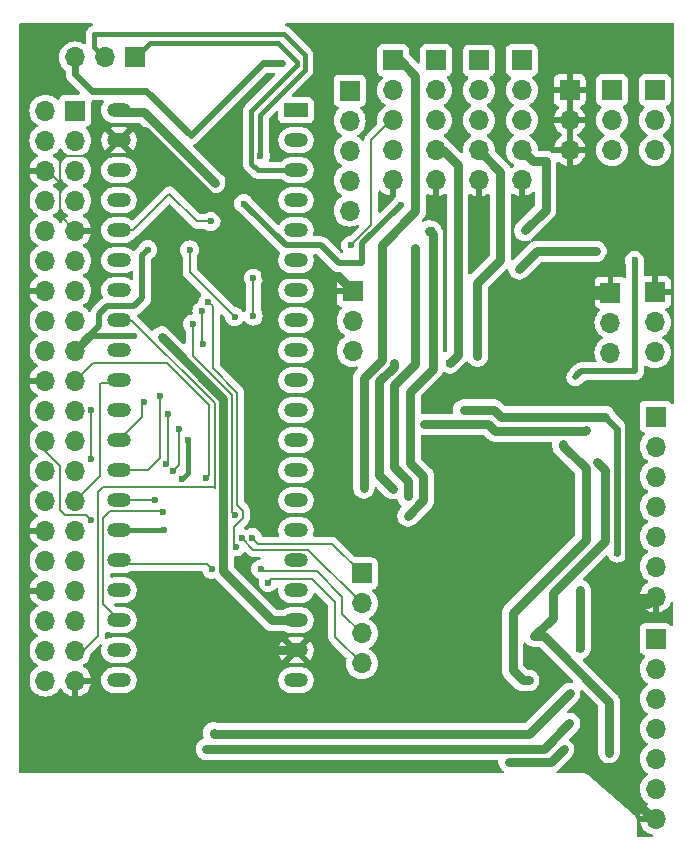
<source format=gbl>
G04 #@! TF.GenerationSoftware,KiCad,Pcbnew,8.0.5*
G04 #@! TF.CreationDate,2024-10-14T11:26:21+05:00*
G04 #@! TF.ProjectId,2floor_for_orange_pi,32666c6f-6f72-45f6-966f-725f6f72616e,rev?*
G04 #@! TF.SameCoordinates,Original*
G04 #@! TF.FileFunction,Copper,L2,Bot*
G04 #@! TF.FilePolarity,Positive*
%FSLAX46Y46*%
G04 Gerber Fmt 4.6, Leading zero omitted, Abs format (unit mm)*
G04 Created by KiCad (PCBNEW 8.0.5) date 2024-10-14 11:26:21*
%MOMM*%
%LPD*%
G01*
G04 APERTURE LIST*
G04 #@! TA.AperFunction,ComponentPad*
%ADD10R,1.700000X1.700000*%
G04 #@! TD*
G04 #@! TA.AperFunction,ComponentPad*
%ADD11O,1.700000X1.700000*%
G04 #@! TD*
G04 #@! TA.AperFunction,ComponentPad*
%ADD12R,2.000000X1.200000*%
G04 #@! TD*
G04 #@! TA.AperFunction,ComponentPad*
%ADD13O,2.000000X1.200000*%
G04 #@! TD*
G04 #@! TA.AperFunction,ViaPad*
%ADD14C,0.600000*%
G04 #@! TD*
G04 #@! TA.AperFunction,Conductor*
%ADD15C,0.200000*%
G04 #@! TD*
G04 #@! TA.AperFunction,Conductor*
%ADD16C,1.200000*%
G04 #@! TD*
G04 #@! TA.AperFunction,Conductor*
%ADD17C,0.800000*%
G04 #@! TD*
G04 #@! TA.AperFunction,Conductor*
%ADD18C,0.400000*%
G04 #@! TD*
G04 #@! TA.AperFunction,Conductor*
%ADD19C,0.500000*%
G04 #@! TD*
G04 #@! TA.AperFunction,Conductor*
%ADD20C,0.600000*%
G04 #@! TD*
G04 APERTURE END LIST*
D10*
G04 #@! TO.P,J8,1*
G04 #@! TO.N,GND*
X74500000Y-39320000D03*
D11*
G04 #@! TO.P,J8,2*
G04 #@! TO.N,unconnected-(J8-Pad2)*
X74500000Y-41860000D03*
G04 #@! TO.P,J8,3*
G04 #@! TO.N,unconnected-(J8-Pad3)*
X74500000Y-44400000D03*
G04 #@! TD*
D10*
G04 #@! TO.P,J1,1,3V3*
G04 #@! TO.N,+3V3*
X25430000Y-23930000D03*
D11*
G04 #@! TO.P,J1,2,5V*
G04 #@! TO.N,+5V*
X22890000Y-23930000D03*
G04 #@! TO.P,J1,3,(PA12)/TWI0_SDA*
G04 #@! TO.N,Net-(J1-(PA12){slash}TWI0_SDA)*
X25430000Y-26470000D03*
G04 #@! TO.P,J1,4,5V*
G04 #@! TO.N,+5V*
X22890000Y-26470000D03*
G04 #@! TO.P,J1,5,(PA11)/TWI0_SCK*
G04 #@! TO.N,Net-(J1-(PA11){slash}TWI0_SCK)*
X25430000Y-29010000D03*
G04 #@! TO.P,J1,6,GND*
G04 #@! TO.N,GND*
X22890000Y-29010000D03*
G04 #@! TO.P,J1,7,(PA6)/PWM1*
G04 #@! TO.N,unconnected-(J1-(PA6){slash}PWM1-Pad7)*
X25430000Y-31550000D03*
G04 #@! TO.P,J1,8,(PA13)/UART3_TX*
G04 #@! TO.N,unconnected-(J1-(PA13){slash}UART3_TX-Pad8)*
X22890000Y-31550000D03*
G04 #@! TO.P,J1,9,GND*
G04 #@! TO.N,GND*
X25430000Y-34090000D03*
G04 #@! TO.P,J1,10,(PA14)/UART3_RX*
G04 #@! TO.N,unconnected-(J1-(PA14){slash}UART3_RX-Pad10)*
X22890000Y-34090000D03*
G04 #@! TO.P,J1,11,(PA1)/UART2_RX*
G04 #@! TO.N,unconnected-(J1-(PA1){slash}UART2_RX-Pad11)*
X25430000Y-36630000D03*
G04 #@! TO.P,J1,12,(PD14)/PD14*
G04 #@! TO.N,unconnected-(J1-(PD14){slash}PD14-Pad12)*
X22890000Y-36630000D03*
G04 #@! TO.P,J1,13,(PA0)/UART2_TX*
G04 #@! TO.N,unconnected-(J1-(PA0){slash}UART2_TX-Pad13)*
X25430000Y-39170000D03*
G04 #@! TO.P,J1,14,GND*
G04 #@! TO.N,GND*
X22890000Y-39170000D03*
G04 #@! TO.P,J1,15,(PA3)/UART2_CTS*
G04 #@! TO.N,unconnected-(J1-(PA3){slash}UART2_CTS-Pad15)*
X25430000Y-41710000D03*
G04 #@! TO.P,J1,16,(PC4)/PC4*
G04 #@! TO.N,unconnected-(J1-(PC4){slash}PC4-Pad16)*
X22890000Y-41710000D03*
G04 #@! TO.P,J1,17,3V3*
G04 #@! TO.N,+3V3*
X25430000Y-44250000D03*
G04 #@! TO.P,J1,18,(PC7)/CAN_RX*
G04 #@! TO.N,unconnected-(J1-(PC7){slash}CAN_RX-Pad18)*
X22890000Y-44250000D03*
G04 #@! TO.P,J1,19,(PC0)/SPI0_MOSI*
G04 #@! TO.N,Net-(J1-(PC0){slash}SPI0_MOSI)*
X25430000Y-46790000D03*
G04 #@! TO.P,J1,20,GND*
G04 #@! TO.N,GND*
X22890000Y-46790000D03*
G04 #@! TO.P,J1,21,(PC1)/SPI0_MISO*
G04 #@! TO.N,Net-(J1-(PC1){slash}SPI0_MISO)*
X25430000Y-49330000D03*
G04 #@! TO.P,J1,22,(PA2)/UART2_RTS*
G04 #@! TO.N,unconnected-(J1-(PA2){slash}UART2_RTS-Pad22)*
X22890000Y-49330000D03*
G04 #@! TO.P,J1,23,(PC2)/SPI0_SCK*
G04 #@! TO.N,Net-(J1-(PC2){slash}SPI0_SCK)*
X25430000Y-51870000D03*
G04 #@! TO.P,J1,24,(PC3}/SPI0_CS*
G04 #@! TO.N,Net-(J1-(PC3}{slash}SPI0_CS)*
X22890000Y-51870000D03*
G04 #@! TO.P,J1,25,GND*
G04 #@! TO.N,GND*
X25430000Y-54410000D03*
G04 #@! TO.P,J1,26,(PA21)*
G04 #@! TO.N,/PCM0_DIN*
X22890000Y-54410000D03*
G04 #@! TO.P,J1,27,(PA19)*
G04 #@! TO.N,/PCM0_CLCK*
X25430000Y-56950000D03*
G04 #@! TO.P,J1,28,(PA18)*
G04 #@! TO.N,/PCM0_SYNC*
X22890000Y-56950000D03*
G04 #@! TO.P,J1,29,(PA7)/PA7*
G04 #@! TO.N,unconnected-(J1-(PA7){slash}PA7-Pad29)*
X25430000Y-59490000D03*
G04 #@! TO.P,J1,30,GND*
G04 #@! TO.N,GND*
X22890000Y-59490000D03*
G04 #@! TO.P,J1,31,(PA8)/PA8*
G04 #@! TO.N,unconnected-(J1-(PA8){slash}PA8-Pad31)*
X25430000Y-62030000D03*
G04 #@! TO.P,J1,32,(PG8)/UART1_RTS*
G04 #@! TO.N,unconnected-(J1-(PG8){slash}UART1_RTS-Pad32)*
X22890000Y-62030000D03*
G04 #@! TO.P,J1,33,(PA9)/PA9*
G04 #@! TO.N,unconnected-(J1-(PA9){slash}PA9-Pad33)*
X25430000Y-64570000D03*
G04 #@! TO.P,J1,34,GND*
G04 #@! TO.N,GND*
X22890000Y-64570000D03*
G04 #@! TO.P,J1,35,(PA10)/PA10*
G04 #@! TO.N,unconnected-(J1-(PA10){slash}PA10-Pad35)*
X25430000Y-67110000D03*
G04 #@! TO.P,J1,36,(PG9)/UART1_CTS*
G04 #@! TO.N,unconnected-(J1-(PG9){slash}UART1_CTS-Pad36)*
X22890000Y-67110000D03*
G04 #@! TO.P,J1,37,(PA20)/PA20*
G04 #@! TO.N,/PCM0_DOUT*
X25430000Y-69650000D03*
G04 #@! TO.P,J1,38,(PG6)/UART1_TX*
G04 #@! TO.N,unconnected-(J1-(PG6){slash}UART1_TX-Pad38)*
X22890000Y-69650000D03*
G04 #@! TO.P,J1,39,GND*
G04 #@! TO.N,GND*
X25430000Y-72190000D03*
G04 #@! TO.P,J1,40,(PG7)/UART1_RX*
G04 #@! TO.N,unconnected-(J1-(PG7){slash}UART1_RX-Pad40)*
X22890000Y-72190000D03*
G04 #@! TD*
D10*
G04 #@! TO.P,J16,1*
G04 #@! TO.N,/SPI5_SCK*
X63230000Y-19670000D03*
D11*
G04 #@! TO.P,J16,2*
G04 #@! TO.N,/SPI5_MOSI*
X63230000Y-22210000D03*
G04 #@! TO.P,J16,3*
G04 #@! TO.N,/SPI5_MISO*
X63230000Y-24750000D03*
G04 #@! TO.P,J16,4*
G04 #@! TO.N,/SPI5_CS3*
X63230000Y-27290000D03*
G04 #@! TO.P,J16,5*
G04 #@! TO.N,GND*
X63230000Y-29830000D03*
G04 #@! TD*
D10*
G04 #@! TO.P,J7,1*
G04 #@! TO.N,GND*
X48910000Y-39190000D03*
D11*
G04 #@! TO.P,J7,2*
G04 #@! TO.N,/UART_TX*
X48910000Y-41730000D03*
G04 #@! TO.P,J7,3*
G04 #@! TO.N,/UART_RX*
X48910000Y-44270000D03*
G04 #@! TD*
D10*
G04 #@! TO.P,J9,1*
G04 #@! TO.N,GND*
X70740000Y-39340000D03*
D11*
G04 #@! TO.P,J9,2*
G04 #@! TO.N,unconnected-(J8-Pad2)*
X70740000Y-41880000D03*
G04 #@! TO.P,J9,3*
G04 #@! TO.N,unconnected-(J8-Pad3)*
X70740000Y-44420000D03*
G04 #@! TD*
D10*
G04 #@! TO.P,J17,1*
G04 #@! TO.N,Net-(U1-C14)*
X30480000Y-19430000D03*
D11*
G04 #@! TO.P,J17,2*
G04 #@! TO.N,Net-(U1-C15)*
X27940000Y-19430000D03*
G04 #@! TO.P,J17,3*
G04 #@! TO.N,Net-(U1-B9)*
X25400000Y-19430000D03*
G04 #@! TD*
D12*
G04 #@! TO.P,U1,1,VBat*
G04 #@! TO.N,unconnected-(U1-VBat-Pad1)*
X44120000Y-23910000D03*
D13*
G04 #@! TO.P,U1,2,PC13*
G04 #@! TO.N,unconnected-(U1-PC13-Pad2)*
X44120000Y-26450000D03*
G04 #@! TO.P,U1,3,C14*
G04 #@! TO.N,Net-(U1-C14)*
X44120000Y-28990000D03*
G04 #@! TO.P,U1,4,C15*
G04 #@! TO.N,Net-(U1-C15)*
X44120000Y-31530000D03*
G04 #@! TO.P,U1,5,RST*
G04 #@! TO.N,unconnected-(U1-RST-Pad5)*
X44120000Y-34070000D03*
G04 #@! TO.P,U1,6,A0*
G04 #@! TO.N,unconnected-(U1-A0-Pad6)*
X44120000Y-36610000D03*
G04 #@! TO.P,U1,7,A1*
G04 #@! TO.N,/PCM0_SYNC*
X44120000Y-39150000D03*
G04 #@! TO.P,U1,8,A2*
G04 #@! TO.N,/UART_TX*
X44120000Y-41690000D03*
G04 #@! TO.P,U1,9,A3*
G04 #@! TO.N,/UART_RX*
X44120000Y-44230000D03*
G04 #@! TO.P,U1,10,A4*
G04 #@! TO.N,/I2S1_LRCK*
X44120000Y-46770000D03*
G04 #@! TO.P,U1,11,A5*
G04 #@! TO.N,/I2S1_BCK*
X44120000Y-49310000D03*
G04 #@! TO.P,U1,12,A6*
G04 #@! TO.N,/I2S2_SCK*
X44120000Y-51850000D03*
G04 #@! TO.P,U1,13,A7*
G04 #@! TO.N,/I2S1_Data_Out*
X44120000Y-54390000D03*
G04 #@! TO.P,U1,14,B0*
G04 #@! TO.N,/SPI5_SCK*
X44120000Y-56930000D03*
G04 #@! TO.P,U1,15,B1*
G04 #@! TO.N,/SPI5_CS1*
X44120000Y-59470000D03*
G04 #@! TO.P,U1,16,B2*
G04 #@! TO.N,/ST7735_RES*
X44120000Y-62010000D03*
G04 #@! TO.P,U1,17,B10*
G04 #@! TO.N,/ST7735_CS*
X44120000Y-64550000D03*
G04 #@! TO.P,U1,18,3V3*
G04 #@! TO.N,+3V3*
X44120000Y-67090000D03*
G04 #@! TO.P,U1,19,G*
G04 #@! TO.N,GND*
X44120000Y-69630000D03*
G04 #@! TO.P,U1,20,5v*
G04 #@! TO.N,+5V*
X44120000Y-72170000D03*
G04 #@! TO.P,U1,21,B12*
G04 #@! TO.N,/I2S2_LRCK*
X29120000Y-72170000D03*
G04 #@! TO.P,U1,22,B13*
G04 #@! TO.N,/I2S2_BCK*
X29120000Y-69630000D03*
G04 #@! TO.P,U1,23,B14*
G04 #@! TO.N,/ST7735_DC*
X29120000Y-67090000D03*
G04 #@! TO.P,U1,24,B15*
G04 #@! TO.N,/I2S2_DATA_IN*
X29120000Y-64550000D03*
G04 #@! TO.P,U1,25,A8*
G04 #@! TO.N,/ST7735_BL*
X29120000Y-62010000D03*
G04 #@! TO.P,U1,26,A9*
G04 #@! TO.N,/SPI5_CS2*
X29120000Y-59470000D03*
G04 #@! TO.P,U1,27,A10*
G04 #@! TO.N,/SPI5_MOSI*
X29120000Y-56930000D03*
G04 #@! TO.P,U1,28,A11*
G04 #@! TO.N,/TIM1_PWM_OUTPUT*
X29120000Y-54390000D03*
G04 #@! TO.P,U1,29,A12*
G04 #@! TO.N,/SPI5_MISO*
X29120000Y-51850000D03*
G04 #@! TO.P,U1,30,A15*
G04 #@! TO.N,/PCM0_SYNC*
X29120000Y-49310000D03*
G04 #@! TO.P,U1,31,B3*
G04 #@! TO.N,/PCM0_CLCK*
X29120000Y-46770000D03*
G04 #@! TO.P,U1,32,B4*
G04 #@! TO.N,/PCM0_DIN*
X29120000Y-44230000D03*
G04 #@! TO.P,U1,33,B5*
G04 #@! TO.N,/PCM0_DOUT*
X29120000Y-41690000D03*
G04 #@! TO.P,U1,34,B6*
G04 #@! TO.N,Net-(J1-(PA11){slash}TWI0_SCK)*
X29120000Y-39150000D03*
G04 #@! TO.P,U1,35,B7*
G04 #@! TO.N,Net-(J1-(PA12){slash}TWI0_SDA)*
X29120000Y-36610000D03*
G04 #@! TO.P,U1,36,B8*
G04 #@! TO.N,/SPI5_CS3*
X29120000Y-34070000D03*
G04 #@! TO.P,U1,37,B9*
G04 #@! TO.N,Net-(U1-B9)*
X29120000Y-31530000D03*
G04 #@! TO.P,U1,38,5v*
G04 #@! TO.N,+5V*
X29120000Y-28990000D03*
G04 #@! TO.P,U1,39,G*
G04 #@! TO.N,GND*
X29120000Y-26450000D03*
G04 #@! TO.P,U1,40,3V3*
G04 #@! TO.N,+3V3*
X29120000Y-23910000D03*
G04 #@! TD*
D10*
G04 #@! TO.P,J3,1*
G04 #@! TO.N,/I2S2_SCK*
X74560000Y-68660000D03*
D11*
G04 #@! TO.P,J3,2*
G04 #@! TO.N,/I2S2_BCK*
X74560000Y-71200000D03*
G04 #@! TO.P,J3,3*
G04 #@! TO.N,/I2S2_LRCK*
X74560000Y-73740000D03*
G04 #@! TO.P,J3,4*
G04 #@! TO.N,/I2S2_DATA_IN*
X74560000Y-76280000D03*
G04 #@! TO.P,J3,5*
G04 #@! TO.N,+3V3*
X74560000Y-78820000D03*
G04 #@! TO.P,J3,6*
G04 #@! TO.N,+5V*
X74560000Y-81360000D03*
G04 #@! TO.P,J3,7*
G04 #@! TO.N,GND*
X74560000Y-83900000D03*
G04 #@! TD*
D10*
G04 #@! TO.P,J14,1*
G04 #@! TO.N,/SPI5_SCK*
X55980000Y-19680000D03*
D11*
G04 #@! TO.P,J14,2*
G04 #@! TO.N,/SPI5_MOSI*
X55980000Y-22220000D03*
G04 #@! TO.P,J14,3*
G04 #@! TO.N,/SPI5_MISO*
X55980000Y-24760000D03*
G04 #@! TO.P,J14,4*
G04 #@! TO.N,/SPI5_CS1*
X55980000Y-27300000D03*
G04 #@! TO.P,J14,5*
G04 #@! TO.N,GND*
X55980000Y-29840000D03*
G04 #@! TD*
D10*
G04 #@! TO.P,J2,1*
G04 #@! TO.N,/I2S2_SCK*
X74570000Y-49840000D03*
D11*
G04 #@! TO.P,J2,2*
G04 #@! TO.N,/I2S1_BCK*
X74570000Y-52380000D03*
G04 #@! TO.P,J2,3*
G04 #@! TO.N,/I2S1_LRCK*
X74570000Y-54920000D03*
G04 #@! TO.P,J2,4*
G04 #@! TO.N,/I2S1_Data_Out*
X74570000Y-57460000D03*
G04 #@! TO.P,J2,5*
G04 #@! TO.N,+3V3*
X74570000Y-60000000D03*
G04 #@! TO.P,J2,6*
G04 #@! TO.N,+5V*
X74570000Y-62540000D03*
G04 #@! TO.P,J2,7*
G04 #@! TO.N,GND*
X74570000Y-65080000D03*
G04 #@! TD*
D10*
G04 #@! TO.P,J6,1*
G04 #@! TO.N,GND*
X67280000Y-22200000D03*
D11*
G04 #@! TO.P,J6,2*
X67280000Y-24740000D03*
G04 #@! TO.P,J6,3*
X67280000Y-27280000D03*
G04 #@! TD*
D10*
G04 #@! TO.P,J13,1*
G04 #@! TO.N,/SPI5_SCK*
X52340000Y-19680000D03*
D11*
G04 #@! TO.P,J13,2*
G04 #@! TO.N,/SPI5_MOSI*
X52340000Y-22220000D03*
G04 #@! TO.P,J13,3*
G04 #@! TO.N,/SPI5_MISO*
X52340000Y-24760000D03*
G04 #@! TO.P,J13,4*
G04 #@! TO.N,/ST7735_CS*
X52340000Y-27300000D03*
G04 #@! TO.P,J13,5*
G04 #@! TO.N,GND*
X52340000Y-29840000D03*
G04 #@! TD*
D10*
G04 #@! TO.P,J5,1*
G04 #@! TO.N,+5V*
X70880000Y-22200000D03*
D11*
G04 #@! TO.P,J5,2*
X70880000Y-24740000D03*
G04 #@! TO.P,J5,3*
X70880000Y-27280000D03*
G04 #@! TD*
D10*
G04 #@! TO.P,J4,1*
G04 #@! TO.N,+3V3*
X74520000Y-22200000D03*
D11*
G04 #@! TO.P,J4,2*
X74520000Y-24740000D03*
G04 #@! TO.P,J4,3*
X74520000Y-27280000D03*
G04 #@! TD*
D10*
G04 #@! TO.P,J11,1*
G04 #@! TO.N,Net-(J1-(PC2){slash}SPI0_SCK)*
X49690000Y-63120000D03*
D11*
G04 #@! TO.P,J11,2*
G04 #@! TO.N,Net-(J1-(PC0){slash}SPI0_MOSI)*
X49690000Y-65660000D03*
G04 #@! TO.P,J11,3*
G04 #@! TO.N,Net-(J1-(PC1){slash}SPI0_MISO)*
X49690000Y-68200000D03*
G04 #@! TO.P,J11,4*
G04 #@! TO.N,Net-(J1-(PC3}{slash}SPI0_CS)*
X49690000Y-70740000D03*
G04 #@! TD*
D10*
G04 #@! TO.P,J15,1*
G04 #@! TO.N,/SPI5_SCK*
X59610000Y-19690000D03*
D11*
G04 #@! TO.P,J15,2*
G04 #@! TO.N,/SPI5_MOSI*
X59610000Y-22230000D03*
G04 #@! TO.P,J15,3*
G04 #@! TO.N,/SPI5_MISO*
X59610000Y-24770000D03*
G04 #@! TO.P,J15,4*
G04 #@! TO.N,/SPI5_CS2*
X59610000Y-27310000D03*
G04 #@! TO.P,J15,5*
G04 #@! TO.N,GND*
X59610000Y-29850000D03*
G04 #@! TD*
D10*
G04 #@! TO.P,J12,1*
G04 #@! TO.N,/TIM1_PWM_OUTPUT*
X48660000Y-22250000D03*
D11*
G04 #@! TO.P,J12,2*
G04 #@! TO.N,/ST7735_BL*
X48660000Y-24790000D03*
G04 #@! TO.P,J12,3*
G04 #@! TO.N,/ST7735_DC*
X48660000Y-27330000D03*
G04 #@! TO.P,J12,4*
G04 #@! TO.N,/ST7735_CS*
X48660000Y-29870000D03*
G04 #@! TO.P,J12,5*
G04 #@! TO.N,/ST7735_RES*
X48660000Y-32410000D03*
G04 #@! TD*
D14*
G04 #@! TO.N,Net-(J1-(PC0){slash}SPI0_MOSI)*
X36500000Y-55020000D03*
X39520000Y-60150000D03*
G04 #@! TO.N,GND*
X72290000Y-48250000D03*
X25360000Y-75400000D03*
X64970000Y-41370000D03*
X21620000Y-29010000D03*
X57780000Y-26100000D03*
X63220000Y-31610000D03*
X68335000Y-38925000D03*
X21500000Y-59490000D03*
X21350000Y-46770000D03*
X21560000Y-64570000D03*
X59490000Y-31970000D03*
X68550000Y-44700000D03*
X21650000Y-39170000D03*
X31370000Y-25950000D03*
G04 #@! TO.N,+3V3*
X72775000Y-36625000D03*
X69630000Y-53720000D03*
X68030000Y-46230000D03*
X30400000Y-43050000D03*
X32740000Y-43110000D03*
X70620000Y-78300000D03*
X64300000Y-68440000D03*
X70280000Y-60340000D03*
X31560000Y-35710000D03*
X37215000Y-30035000D03*
G04 #@! TO.N,+5V*
X69510000Y-35850000D03*
X66710000Y-52170000D03*
X62995000Y-37335000D03*
X63830000Y-72170000D03*
G04 #@! TO.N,Net-(J1-(PC3}{slash}SPI0_CS)*
X41760000Y-63890000D03*
X26770000Y-58560000D03*
G04 #@! TO.N,Net-(J1-(PC1){slash}SPI0_MISO)*
X26780000Y-53440000D03*
X41130000Y-62750000D03*
X26780000Y-49320000D03*
G04 #@! TO.N,Net-(J1-(PC2){slash}SPI0_SCK)*
X35370000Y-41990000D03*
X38950000Y-58180000D03*
X40430000Y-60100000D03*
G04 #@! TO.N,/I2S2_SCK*
X68110000Y-69520000D03*
X68155000Y-64545000D03*
X71300000Y-61400000D03*
X58300000Y-49290000D03*
X68600000Y-49840000D03*
G04 #@! TO.N,/I2S1_BCK*
X54920000Y-50500000D03*
X68660000Y-50960000D03*
G04 #@! TO.N,/I2S2_LRCK*
X67270000Y-75820000D03*
X36510000Y-77980000D03*
G04 #@! TO.N,/I2S2_BCK*
X67280000Y-73280000D03*
X37130000Y-76610000D03*
G04 #@! TO.N,/I2S2_DATA_IN*
X62150000Y-79060000D03*
X66770000Y-78010000D03*
G04 #@! TO.N,/SPI5_MOSI*
X33310000Y-49590000D03*
X33100000Y-53850000D03*
X38920000Y-41390000D03*
X32200000Y-56930000D03*
X35110000Y-35720000D03*
G04 #@! TO.N,/SPI5_MISO*
X31230000Y-48610000D03*
X48740000Y-35350000D03*
G04 #@! TO.N,/SPI5_SCK*
X49850000Y-55890000D03*
G04 #@! TO.N,/ST7735_CS*
X53580000Y-58250000D03*
X55630000Y-34080000D03*
G04 #@! TO.N,/ST7735_DC*
X40490000Y-41330000D03*
X32880000Y-57940000D03*
X40510000Y-38130000D03*
X34170000Y-50870000D03*
X33660000Y-54480000D03*
G04 #@! TO.N,/TIM1_PWM_OUTPUT*
X36280000Y-43700000D03*
X32620000Y-48090000D03*
X36150000Y-40920000D03*
G04 #@! TO.N,/ST7735_BL*
X39010000Y-60880000D03*
X36660000Y-40110000D03*
X36990000Y-62770000D03*
G04 #@! TO.N,/ST7735_RES*
X54200000Y-35550000D03*
X53570000Y-56600000D03*
G04 #@! TO.N,/SPI5_CS1*
X57080000Y-45320000D03*
X52320000Y-55930000D03*
X52370000Y-45320000D03*
X57810000Y-44620000D03*
G04 #@! TO.N,/SPI5_CS2*
X59500000Y-44700000D03*
X32960000Y-59470000D03*
X34500000Y-55110000D03*
X34960000Y-51840000D03*
G04 #@! TO.N,/SPI5_CS3*
X63480000Y-34080000D03*
X39690000Y-31800000D03*
X53000000Y-31900000D03*
X36920000Y-33320000D03*
G04 #@! TO.N,Net-(U1-C15)*
X41100000Y-27760000D03*
G04 #@! TO.N,Net-(U1-B9)*
X42910000Y-19940000D03*
G04 #@! TD*
D15*
G04 #@! TO.N,Net-(J1-(PC0){slash}SPI0_MOSI)*
X40480000Y-61110000D02*
X39520000Y-60150000D01*
X25430000Y-46790000D02*
X26950000Y-45270000D01*
X45140000Y-61110000D02*
X49690000Y-65660000D01*
X40810000Y-61110000D02*
X40480000Y-61110000D01*
X36770000Y-54750000D02*
X36500000Y-55020000D01*
X33180000Y-45270000D02*
X36770000Y-48860000D01*
X36770000Y-48860000D02*
X36770000Y-54750000D01*
X40810000Y-61110000D02*
X45140000Y-61110000D01*
X40590000Y-61110000D02*
X40810000Y-61110000D01*
X26950000Y-45270000D02*
X33180000Y-45270000D01*
D16*
G04 #@! TO.N,GND*
X68335000Y-38925000D02*
X68750000Y-39340000D01*
D17*
X73910000Y-65740000D02*
X74570000Y-65080000D01*
D15*
X24150000Y-30030000D02*
X24150000Y-28060000D01*
X24150000Y-28060000D02*
X24410000Y-27800000D01*
D17*
X72290000Y-81870000D02*
X74540000Y-84120000D01*
X22460000Y-75400000D02*
X35240000Y-75400000D01*
D16*
X44080000Y-69590000D02*
X44120000Y-69630000D01*
D17*
X21200000Y-74140000D02*
X22460000Y-75400000D01*
D15*
X27770000Y-27800000D02*
X29120000Y-26450000D01*
D16*
X41720000Y-36300000D02*
X41720000Y-37920000D01*
D15*
X21620000Y-29010000D02*
X23130000Y-29010000D01*
D17*
X21200000Y-28610000D02*
X21200000Y-74140000D01*
D16*
X68750000Y-39340000D02*
X70740000Y-39340000D01*
D15*
X24150000Y-30030000D02*
X24150000Y-32810000D01*
D17*
X47640000Y-37920000D02*
X48910000Y-39190000D01*
D15*
X23130000Y-29010000D02*
X24150000Y-30030000D01*
D18*
X41820000Y-37920000D02*
X47640000Y-37920000D01*
D17*
X68550000Y-44700000D02*
X68550000Y-39140000D01*
X72290000Y-65740000D02*
X72290000Y-81870000D01*
D15*
X24150000Y-32810000D02*
X25430000Y-34090000D01*
D16*
X31370000Y-25950000D02*
X41720000Y-36300000D01*
D15*
X24410000Y-27800000D02*
X27770000Y-27800000D01*
X41720000Y-37920000D02*
X41820000Y-37920000D01*
D17*
X35240000Y-75400000D02*
X41010000Y-69630000D01*
X72290000Y-65740000D02*
X73910000Y-65740000D01*
D16*
X67450000Y-38890000D02*
X68300000Y-38890000D01*
D17*
X41010000Y-69630000D02*
X44120000Y-69630000D01*
D16*
X64970000Y-41370000D02*
X67450000Y-38890000D01*
X68300000Y-38890000D02*
X68335000Y-38925000D01*
D17*
X72290000Y-48250000D02*
X72290000Y-81870000D01*
D15*
G04 #@! TO.N,/PCM0_DOUT*
X37220000Y-48730000D02*
X30210000Y-41720000D01*
X37220000Y-55850000D02*
X37220000Y-48730000D01*
X30210000Y-41720000D02*
X29150000Y-41720000D01*
X29150000Y-41720000D02*
X29120000Y-41690000D01*
X25430000Y-69650000D02*
X26110000Y-69650000D01*
X26110000Y-69650000D02*
X27380000Y-68380000D01*
X27380000Y-56220000D02*
X27770000Y-55830000D01*
X27380000Y-68380000D02*
X27380000Y-56220000D01*
X27770000Y-55830000D02*
X37220000Y-55830000D01*
D19*
G04 #@! TO.N,+3V3*
X31090000Y-36180000D02*
X31560000Y-35710000D01*
X72810000Y-36660000D02*
X72810000Y-46000000D01*
D17*
X42100000Y-67090000D02*
X37950000Y-62940000D01*
X70620000Y-73970000D02*
X65090000Y-68440000D01*
X32405000Y-25225000D02*
X37215000Y-30035000D01*
D19*
X26630000Y-43050000D02*
X30400000Y-43050000D01*
X72775000Y-36625000D02*
X72810000Y-36660000D01*
D17*
X65850000Y-64810000D02*
X70280000Y-60380000D01*
X70280000Y-54370000D02*
X69630000Y-53720000D01*
D19*
X68030000Y-46230000D02*
X67750000Y-46510000D01*
X26630000Y-43050000D02*
X26630000Y-43010000D01*
D17*
X65090000Y-68440000D02*
X64300000Y-68440000D01*
D19*
X31090000Y-39840000D02*
X31090000Y-36180000D01*
D17*
X44120000Y-67090000D02*
X42100000Y-67090000D01*
X70280000Y-60380000D02*
X70280000Y-60340000D01*
D19*
X30430000Y-40500000D02*
X31090000Y-39840000D01*
X28100000Y-40500000D02*
X30430000Y-40500000D01*
D17*
X64300000Y-68440000D02*
X65850000Y-66890000D01*
X25430000Y-44250000D02*
X26630000Y-43050000D01*
X70280000Y-60340000D02*
X70280000Y-54370000D01*
D19*
X72810000Y-46000000D02*
X68260000Y-46000000D01*
D15*
X37530000Y-29880000D02*
X37530000Y-29900000D01*
D19*
X68260000Y-46000000D02*
X68030000Y-46230000D01*
D17*
X28805000Y-24065000D02*
X31245000Y-24065000D01*
X37950000Y-48320000D02*
X32740000Y-43110000D01*
X65850000Y-66890000D02*
X65850000Y-64810000D01*
D19*
X26630000Y-43010000D02*
X27460000Y-42180000D01*
X27460000Y-42180000D02*
X27460000Y-41140000D01*
D17*
X31245000Y-24065000D02*
X32405000Y-25225000D01*
X37950000Y-62940000D02*
X37950000Y-48320000D01*
X70620000Y-78300000D02*
X70620000Y-73970000D01*
D19*
X27460000Y-41140000D02*
X28100000Y-40500000D01*
D17*
G04 #@! TO.N,+5V*
X64480000Y-35850000D02*
X69510000Y-35850000D01*
X62995000Y-37335000D02*
X64480000Y-35850000D01*
X62460000Y-66480000D02*
X68630000Y-60310000D01*
X63330000Y-72170000D02*
X62460000Y-71300000D01*
X63830000Y-72170000D02*
X63330000Y-72170000D01*
X62460000Y-71300000D02*
X62460000Y-66480000D01*
X68630000Y-54230000D02*
X66710000Y-52310000D01*
X68630000Y-60310000D02*
X68630000Y-54230000D01*
X66710000Y-52310000D02*
X66710000Y-52170000D01*
D15*
G04 #@! TO.N,Net-(J1-(PC3}{slash}SPI0_CS)*
X22890000Y-52783654D02*
X23943173Y-53836827D01*
X24170000Y-55790000D02*
X24170000Y-57740000D01*
X26360000Y-58150000D02*
X26770000Y-58560000D01*
X47440000Y-65570000D02*
X45500000Y-63630000D01*
X23943173Y-53836827D02*
X24170000Y-54063654D01*
X24170000Y-54063654D02*
X24170000Y-55790000D01*
X24580000Y-58150000D02*
X26360000Y-58150000D01*
X24170000Y-57740000D02*
X24580000Y-58150000D01*
X47440000Y-68320000D02*
X47440000Y-65570000D01*
X49690000Y-70740000D02*
X47440000Y-68490000D01*
X45500000Y-63630000D02*
X42020000Y-63630000D01*
X22890000Y-51870000D02*
X22890000Y-52783654D01*
X47440000Y-68490000D02*
X47440000Y-68320000D01*
X42020000Y-63630000D02*
X41760000Y-63890000D01*
G04 #@! TO.N,Net-(J1-(PC1){slash}SPI0_MISO)*
X45850000Y-62910000D02*
X41290000Y-62910000D01*
X45850000Y-62930000D02*
X45850000Y-62910000D01*
X41290000Y-62910000D02*
X41130000Y-62750000D01*
X48040000Y-66550000D02*
X48040000Y-65120000D01*
X48040000Y-65120000D02*
X45850000Y-62930000D01*
X26780000Y-49320000D02*
X26780000Y-53440000D01*
X49690000Y-68200000D02*
X48040000Y-66550000D01*
G04 #@! TO.N,Net-(J1-(PC2){slash}SPI0_SCK)*
X35370000Y-44710000D02*
X35370000Y-41990000D01*
X40930000Y-60600000D02*
X47140000Y-60600000D01*
X40430000Y-60100000D02*
X40930000Y-60600000D01*
X38690000Y-48030000D02*
X35370000Y-44710000D01*
X38950000Y-58180000D02*
X38690000Y-57920000D01*
X49660000Y-63120000D02*
X49690000Y-63120000D01*
X47140000Y-60600000D02*
X49660000Y-63120000D01*
X38690000Y-57920000D02*
X38690000Y-48030000D01*
G04 #@! TO.N,/PCM0_CLCK*
X25430000Y-56950000D02*
X27490000Y-54890000D01*
X27610000Y-47000000D02*
X28890000Y-47000000D01*
X27490000Y-54890000D02*
X27490000Y-47120000D01*
X28890000Y-47000000D02*
X29120000Y-46770000D01*
X27490000Y-47120000D02*
X27610000Y-47000000D01*
D20*
G04 #@! TO.N,/I2S2_SCK*
X70270000Y-49840000D02*
X71300000Y-50870000D01*
X71300000Y-50870000D02*
X71300000Y-61400000D01*
D17*
X68580000Y-49860000D02*
X68600000Y-49840000D01*
X61470000Y-49860000D02*
X68580000Y-49860000D01*
D15*
X68155000Y-69475000D02*
X68110000Y-69520000D01*
D17*
X68155000Y-64545000D02*
X68155000Y-69475000D01*
X60900000Y-49290000D02*
X61470000Y-49860000D01*
X68600000Y-49840000D02*
X70270000Y-49840000D01*
D20*
X71300000Y-61400000D02*
X71330000Y-61370000D01*
D17*
X58300000Y-49290000D02*
X60900000Y-49290000D01*
G04 #@! TO.N,/I2S1_BCK*
X60400000Y-50500000D02*
X60950000Y-51050000D01*
X60950000Y-51050000D02*
X68570000Y-51050000D01*
X68570000Y-51050000D02*
X68660000Y-50960000D01*
X54920000Y-50500000D02*
X60400000Y-50500000D01*
G04 #@! TO.N,/I2S2_LRCK*
X65080000Y-78010000D02*
X67270000Y-75820000D01*
X36540000Y-78010000D02*
X65080000Y-78010000D01*
X36510000Y-77980000D02*
X36540000Y-78010000D01*
G04 #@! TO.N,/I2S2_BCK*
X63870000Y-76690000D02*
X67280000Y-73280000D01*
X37130000Y-76610000D02*
X37130000Y-76620000D01*
X37200000Y-76690000D02*
X63870000Y-76690000D01*
X37130000Y-76620000D02*
X37200000Y-76690000D01*
G04 #@! TO.N,/I2S2_DATA_IN*
X66770000Y-78010000D02*
X65700000Y-79080000D01*
X65700000Y-79080000D02*
X62170000Y-79080000D01*
X62170000Y-79080000D02*
X62150000Y-79060000D01*
D15*
G04 #@! TO.N,/SPI5_MOSI*
X33100000Y-53850000D02*
X33310000Y-53640000D01*
X35110000Y-37580000D02*
X35110000Y-35720000D01*
X32200000Y-56930000D02*
X29120000Y-56930000D01*
X38920000Y-41390000D02*
X35110000Y-37580000D01*
X33310000Y-53640000D02*
X33310000Y-49590000D01*
G04 #@! TO.N,/SPI5_MISO*
X31070000Y-49900000D02*
X31070000Y-48770000D01*
X29120000Y-51850000D02*
X31070000Y-49900000D01*
X50490000Y-26440000D02*
X52170000Y-24760000D01*
X31070000Y-48770000D02*
X31230000Y-48610000D01*
X48740000Y-35350000D02*
X50490000Y-33600000D01*
D17*
X52340000Y-24760000D02*
X52170000Y-24760000D01*
D15*
X50490000Y-33600000D02*
X50490000Y-26440000D01*
D17*
G04 #@! TO.N,/SPI5_SCK*
X52910000Y-19680000D02*
X52340000Y-19680000D01*
X54220000Y-20990000D02*
X52910000Y-19680000D01*
X51380000Y-35300000D02*
X54220000Y-32460000D01*
X54220000Y-32460000D02*
X54220000Y-20990000D01*
X51380000Y-45010000D02*
X51380000Y-35300000D01*
X49850000Y-46540000D02*
X49850000Y-55890000D01*
X49850000Y-46540000D02*
X51380000Y-45010000D01*
G04 #@! TO.N,/ST7735_CS*
X53760000Y-47720000D02*
X55680000Y-45800000D01*
X54900000Y-56930000D02*
X54900000Y-54890000D01*
X54900000Y-54890000D02*
X53760000Y-53750000D01*
X53760000Y-53750000D02*
X53760000Y-47720000D01*
X53580000Y-58250000D02*
X54900000Y-56930000D01*
X55680000Y-45800000D02*
X55680000Y-34390000D01*
X55680000Y-34390000D02*
X55410000Y-34120000D01*
D15*
G04 #@! TO.N,/ST7735_DC*
X27780000Y-58440000D02*
X27780000Y-65750000D01*
X34170000Y-53970000D02*
X34170000Y-50870000D01*
X32770000Y-57830000D02*
X28390000Y-57830000D01*
X40510000Y-41310000D02*
X40490000Y-41330000D01*
X27780000Y-65750000D02*
X29120000Y-67090000D01*
X28390000Y-57830000D02*
X27780000Y-58440000D01*
X40510000Y-38130000D02*
X40510000Y-41310000D01*
X32880000Y-57940000D02*
X32770000Y-57830000D01*
X33660000Y-54480000D02*
X34170000Y-53970000D01*
G04 #@! TO.N,/TIM1_PWM_OUTPUT*
X32620000Y-53380000D02*
X31610000Y-54390000D01*
X32620000Y-48090000D02*
X32620000Y-53380000D01*
X31610000Y-54390000D02*
X29120000Y-54390000D01*
X36280000Y-43700000D02*
X36150000Y-43570000D01*
X36150000Y-43570000D02*
X36150000Y-40920000D01*
G04 #@! TO.N,/ST7735_BL*
X38900000Y-60770000D02*
X38900000Y-59160000D01*
X39010000Y-60880000D02*
X38900000Y-60770000D01*
X37060000Y-45750000D02*
X37060000Y-40510000D01*
X37060000Y-40510000D02*
X36660000Y-40110000D01*
X39610000Y-57800000D02*
X39130000Y-57320000D01*
X29430000Y-62320000D02*
X29120000Y-62010000D01*
X39130000Y-57320000D02*
X39130000Y-47820000D01*
X36990000Y-62770000D02*
X36540000Y-62320000D01*
X38900000Y-59160000D02*
X39610000Y-58450000D01*
X36540000Y-62320000D02*
X29430000Y-62320000D01*
X39610000Y-58450000D02*
X39610000Y-57800000D01*
X39130000Y-47820000D02*
X37060000Y-45750000D01*
D17*
G04 #@! TO.N,/ST7735_RES*
X53570000Y-55280000D02*
X53570000Y-56600000D01*
X54200000Y-35550000D02*
X54200000Y-45370000D01*
X54200000Y-45370000D02*
X52420000Y-47150000D01*
X52420000Y-54130000D02*
X53570000Y-55280000D01*
X52420000Y-47150000D02*
X52420000Y-54130000D01*
G04 #@! TO.N,/SPI5_CS1*
X52320000Y-55930000D02*
X51170000Y-54780000D01*
D15*
X55980000Y-27300000D02*
X56570000Y-27300000D01*
D17*
X56570000Y-27300000D02*
X57810000Y-28540000D01*
X51170000Y-46820000D02*
X52370000Y-45620000D01*
X51170000Y-54780000D02*
X51170000Y-46820000D01*
X57810000Y-44620000D02*
X57120000Y-45310000D01*
X52370000Y-45620000D02*
X52370000Y-45320000D01*
X57810000Y-28540000D02*
X57810000Y-44620000D01*
D18*
G04 #@! TO.N,/SPI5_CS2*
X32960000Y-59470000D02*
X29120000Y-59470000D01*
D17*
X59480000Y-38490000D02*
X59480000Y-44720000D01*
X61400000Y-36570000D02*
X59480000Y-38490000D01*
X59610000Y-27310000D02*
X61400000Y-29100000D01*
X61400000Y-29100000D02*
X61400000Y-36570000D01*
D18*
X34500000Y-55110000D02*
X34960000Y-54650000D01*
X34960000Y-54650000D02*
X34960000Y-51840000D01*
D19*
G04 #@! TO.N,/SPI5_CS3*
X43230000Y-35340000D02*
X39690000Y-31800000D01*
D15*
X30290000Y-34070000D02*
X29120000Y-34070000D01*
X36920000Y-33320000D02*
X35760000Y-33320000D01*
D17*
X65250000Y-32310000D02*
X63480000Y-34080000D01*
D19*
X53000000Y-31900000D02*
X49720000Y-35180000D01*
X46220000Y-35340000D02*
X43230000Y-35340000D01*
X49720000Y-35180000D02*
X49720000Y-36870000D01*
D15*
X35760000Y-33320000D02*
X33400000Y-30960000D01*
D17*
X63230000Y-27290000D02*
X64170000Y-28230000D01*
D15*
X33400000Y-30960000D02*
X30290000Y-34070000D01*
D19*
X49720000Y-36870000D02*
X47750000Y-36870000D01*
D17*
X64170000Y-28230000D02*
X65250000Y-28230000D01*
D19*
X47750000Y-36870000D02*
X46220000Y-35340000D01*
D17*
X65250000Y-28230000D02*
X65250000Y-32310000D01*
D18*
G04 #@! TO.N,Net-(U1-C15)*
X44860000Y-19220000D02*
X44860000Y-20530000D01*
D15*
X41100000Y-27760000D02*
X41100000Y-27780000D01*
D18*
X27040000Y-18530000D02*
X27040000Y-17440000D01*
X27940000Y-19430000D02*
X27040000Y-18530000D01*
X27040000Y-17440000D02*
X43080000Y-17440000D01*
X44860000Y-20530000D02*
X41100000Y-24290000D01*
X43080000Y-17440000D02*
X44860000Y-19220000D01*
X41100000Y-24290000D02*
X41100000Y-27760000D01*
D20*
G04 #@! TO.N,Net-(U1-B9)*
X26800000Y-22240000D02*
X25400000Y-20840000D01*
X35200000Y-26020000D02*
X31420000Y-22240000D01*
X42910000Y-19940000D02*
X41280000Y-19940000D01*
X41280000Y-19940000D02*
X35200000Y-26020000D01*
X31420000Y-22240000D02*
X26800000Y-22240000D01*
X25400000Y-20840000D02*
X25400000Y-19430000D01*
D18*
G04 #@! TO.N,Net-(U1-C14)*
X40860000Y-28990000D02*
X44120000Y-28990000D01*
X44220000Y-19780000D02*
X44220000Y-20050000D01*
X31730000Y-18180000D02*
X42620000Y-18180000D01*
X44220000Y-20050000D02*
X40320000Y-23950000D01*
X40320000Y-28450000D02*
X40860000Y-28990000D01*
X40320000Y-23950000D02*
X40320000Y-28450000D01*
X42620000Y-18180000D02*
X44220000Y-19780000D01*
X30480000Y-19430000D02*
X31730000Y-18180000D01*
G04 #@! TD*
G04 #@! TA.AperFunction,Conductor*
G04 #@! TO.N,GND*
G36*
X26880041Y-16540185D02*
G01*
X26925796Y-16592989D01*
X26935740Y-16662147D01*
X26906715Y-16725703D01*
X26847937Y-16763477D01*
X26837199Y-16766116D01*
X26836223Y-16766310D01*
X26835671Y-16766420D01*
X26835667Y-16766421D01*
X26708195Y-16819221D01*
X26708182Y-16819228D01*
X26593458Y-16895885D01*
X26593454Y-16895888D01*
X26495888Y-16993454D01*
X26495885Y-16993458D01*
X26419228Y-17108182D01*
X26419221Y-17108195D01*
X26366421Y-17235667D01*
X26366418Y-17235677D01*
X26339500Y-17371004D01*
X26339500Y-18200986D01*
X26319815Y-18268025D01*
X26267011Y-18313780D01*
X26197853Y-18323724D01*
X26144377Y-18302561D01*
X26077834Y-18255967D01*
X26077830Y-18255965D01*
X26077828Y-18255964D01*
X25863663Y-18156097D01*
X25863659Y-18156096D01*
X25863655Y-18156094D01*
X25635413Y-18094938D01*
X25635403Y-18094936D01*
X25400001Y-18074341D01*
X25399999Y-18074341D01*
X25164596Y-18094936D01*
X25164586Y-18094938D01*
X24936344Y-18156094D01*
X24936335Y-18156098D01*
X24722171Y-18255964D01*
X24722169Y-18255965D01*
X24528597Y-18391505D01*
X24361505Y-18558597D01*
X24225965Y-18752169D01*
X24225964Y-18752171D01*
X24126098Y-18966335D01*
X24126094Y-18966344D01*
X24064938Y-19194586D01*
X24064936Y-19194596D01*
X24044341Y-19429999D01*
X24044341Y-19430000D01*
X24064936Y-19665403D01*
X24064938Y-19665413D01*
X24126094Y-19893655D01*
X24126096Y-19893659D01*
X24126097Y-19893663D01*
X24206004Y-20065023D01*
X24225965Y-20107830D01*
X24225967Y-20107834D01*
X24238688Y-20126001D01*
X24361501Y-20301396D01*
X24361506Y-20301402D01*
X24528594Y-20468491D01*
X24528597Y-20468493D01*
X24528599Y-20468495D01*
X24546622Y-20481115D01*
X24590247Y-20535689D01*
X24599500Y-20582690D01*
X24599500Y-20918846D01*
X24630261Y-21073489D01*
X24630264Y-21073501D01*
X24690602Y-21219172D01*
X24690609Y-21219185D01*
X24778210Y-21350288D01*
X24778213Y-21350292D01*
X25795741Y-22367819D01*
X25829226Y-22429142D01*
X25824242Y-22498834D01*
X25782370Y-22554767D01*
X25716906Y-22579184D01*
X25708060Y-22579500D01*
X24532129Y-22579500D01*
X24532123Y-22579501D01*
X24472516Y-22585908D01*
X24337671Y-22636202D01*
X24337664Y-22636206D01*
X24222455Y-22722452D01*
X24222452Y-22722455D01*
X24136206Y-22837664D01*
X24136203Y-22837669D01*
X24087189Y-22969083D01*
X24045317Y-23025016D01*
X23979853Y-23049433D01*
X23911580Y-23034581D01*
X23883326Y-23013430D01*
X23761402Y-22891506D01*
X23761395Y-22891501D01*
X23756152Y-22887830D01*
X23722521Y-22864281D01*
X23567834Y-22755967D01*
X23567830Y-22755965D01*
X23527183Y-22737011D01*
X23353663Y-22656097D01*
X23353659Y-22656096D01*
X23353655Y-22656094D01*
X23125413Y-22594938D01*
X23125403Y-22594936D01*
X22890001Y-22574341D01*
X22889999Y-22574341D01*
X22654596Y-22594936D01*
X22654586Y-22594938D01*
X22426344Y-22656094D01*
X22426335Y-22656098D01*
X22212171Y-22755964D01*
X22212169Y-22755965D01*
X22018597Y-22891505D01*
X21851505Y-23058597D01*
X21715965Y-23252169D01*
X21715964Y-23252171D01*
X21616098Y-23466335D01*
X21616094Y-23466344D01*
X21554938Y-23694586D01*
X21554936Y-23694596D01*
X21534341Y-23929999D01*
X21534341Y-23930000D01*
X21554936Y-24165403D01*
X21554938Y-24165413D01*
X21616094Y-24393655D01*
X21616096Y-24393659D01*
X21616097Y-24393663D01*
X21692668Y-24557870D01*
X21715965Y-24607830D01*
X21715967Y-24607834D01*
X21851501Y-24801395D01*
X21851506Y-24801402D01*
X22018597Y-24968493D01*
X22018603Y-24968498D01*
X22204158Y-25098425D01*
X22247783Y-25153002D01*
X22254977Y-25222500D01*
X22223454Y-25284855D01*
X22204158Y-25301575D01*
X22018597Y-25431505D01*
X21851505Y-25598597D01*
X21715965Y-25792169D01*
X21715964Y-25792171D01*
X21616098Y-26006335D01*
X21616094Y-26006344D01*
X21554938Y-26234586D01*
X21554936Y-26234596D01*
X21534341Y-26469999D01*
X21534341Y-26470000D01*
X21554936Y-26705403D01*
X21554938Y-26705413D01*
X21616094Y-26933655D01*
X21616096Y-26933659D01*
X21616097Y-26933663D01*
X21687603Y-27087007D01*
X21715965Y-27147830D01*
X21715967Y-27147834D01*
X21814616Y-27288718D01*
X21851501Y-27341396D01*
X21851506Y-27341402D01*
X22018597Y-27508493D01*
X22018603Y-27508498D01*
X22204594Y-27638730D01*
X22248219Y-27693307D01*
X22255413Y-27762805D01*
X22223890Y-27825160D01*
X22204595Y-27841880D01*
X22018922Y-27971890D01*
X22018920Y-27971891D01*
X21851891Y-28138920D01*
X21851886Y-28138926D01*
X21716400Y-28332420D01*
X21716399Y-28332422D01*
X21616570Y-28546507D01*
X21616567Y-28546513D01*
X21559364Y-28759999D01*
X21559364Y-28760000D01*
X22456988Y-28760000D01*
X22424075Y-28817007D01*
X22390000Y-28944174D01*
X22390000Y-29075826D01*
X22424075Y-29202993D01*
X22456988Y-29260000D01*
X21559364Y-29260000D01*
X21616567Y-29473486D01*
X21616570Y-29473492D01*
X21716399Y-29687578D01*
X21851894Y-29881082D01*
X22018917Y-30048105D01*
X22204595Y-30178119D01*
X22248219Y-30232696D01*
X22255412Y-30302195D01*
X22223890Y-30364549D01*
X22204595Y-30381269D01*
X22018594Y-30511508D01*
X21851505Y-30678597D01*
X21715965Y-30872169D01*
X21715964Y-30872171D01*
X21616098Y-31086335D01*
X21616094Y-31086344D01*
X21554938Y-31314586D01*
X21554936Y-31314596D01*
X21534341Y-31549999D01*
X21534341Y-31550000D01*
X21554936Y-31785403D01*
X21554938Y-31785413D01*
X21616094Y-32013655D01*
X21616096Y-32013659D01*
X21616097Y-32013663D01*
X21620000Y-32022032D01*
X21715965Y-32227830D01*
X21715967Y-32227834D01*
X21815101Y-32369411D01*
X21851501Y-32421396D01*
X21851506Y-32421402D01*
X22018597Y-32588493D01*
X22018603Y-32588498D01*
X22204158Y-32718425D01*
X22247783Y-32773002D01*
X22254977Y-32842500D01*
X22223454Y-32904855D01*
X22204158Y-32921575D01*
X22018597Y-33051505D01*
X21851505Y-33218597D01*
X21715965Y-33412169D01*
X21715964Y-33412171D01*
X21616098Y-33626335D01*
X21616094Y-33626344D01*
X21554938Y-33854586D01*
X21554936Y-33854596D01*
X21534341Y-34089999D01*
X21534341Y-34090000D01*
X21554936Y-34325403D01*
X21554938Y-34325413D01*
X21616094Y-34553655D01*
X21616096Y-34553659D01*
X21616097Y-34553663D01*
X21699155Y-34731781D01*
X21715965Y-34767830D01*
X21715967Y-34767834D01*
X21793115Y-34878012D01*
X21851501Y-34961396D01*
X21851506Y-34961402D01*
X22018597Y-35128493D01*
X22018603Y-35128498D01*
X22204158Y-35258425D01*
X22247783Y-35313002D01*
X22254977Y-35382500D01*
X22223454Y-35444855D01*
X22204158Y-35461575D01*
X22018597Y-35591505D01*
X21851505Y-35758597D01*
X21715965Y-35952169D01*
X21715964Y-35952171D01*
X21616098Y-36166335D01*
X21616094Y-36166344D01*
X21554938Y-36394586D01*
X21554936Y-36394596D01*
X21534341Y-36629999D01*
X21534341Y-36630000D01*
X21554936Y-36865403D01*
X21554938Y-36865413D01*
X21616094Y-37093655D01*
X21616096Y-37093659D01*
X21616097Y-37093663D01*
X21687277Y-37246308D01*
X21715965Y-37307830D01*
X21715967Y-37307834D01*
X21815101Y-37449411D01*
X21851505Y-37501401D01*
X22018599Y-37668495D01*
X22178524Y-37780476D01*
X22204594Y-37798730D01*
X22248219Y-37853307D01*
X22255413Y-37922805D01*
X22223890Y-37985160D01*
X22204595Y-38001880D01*
X22018922Y-38131890D01*
X22018920Y-38131891D01*
X21851891Y-38298920D01*
X21851886Y-38298926D01*
X21716400Y-38492420D01*
X21716399Y-38492422D01*
X21616570Y-38706507D01*
X21616567Y-38706513D01*
X21559364Y-38919999D01*
X21559364Y-38920000D01*
X22456988Y-38920000D01*
X22424075Y-38977007D01*
X22390000Y-39104174D01*
X22390000Y-39235826D01*
X22424075Y-39362993D01*
X22456988Y-39420000D01*
X21559364Y-39420000D01*
X21616567Y-39633486D01*
X21616570Y-39633492D01*
X21716399Y-39847578D01*
X21851894Y-40041082D01*
X22018917Y-40208105D01*
X22204595Y-40338119D01*
X22248219Y-40392696D01*
X22255412Y-40462195D01*
X22223890Y-40524549D01*
X22204595Y-40541269D01*
X22018594Y-40671508D01*
X21851505Y-40838597D01*
X21715965Y-41032169D01*
X21715964Y-41032171D01*
X21632082Y-41212058D01*
X21619295Y-41239480D01*
X21616098Y-41246335D01*
X21616094Y-41246344D01*
X21554938Y-41474586D01*
X21554936Y-41474596D01*
X21534341Y-41709999D01*
X21534341Y-41710000D01*
X21554936Y-41945403D01*
X21554938Y-41945413D01*
X21616094Y-42173655D01*
X21616096Y-42173659D01*
X21616097Y-42173663D01*
X21686044Y-42323664D01*
X21715965Y-42387830D01*
X21715967Y-42387834D01*
X21793285Y-42498255D01*
X21851501Y-42581396D01*
X21851506Y-42581402D01*
X22018597Y-42748493D01*
X22018603Y-42748498D01*
X22204158Y-42878425D01*
X22247783Y-42933002D01*
X22254977Y-43002500D01*
X22223454Y-43064855D01*
X22204158Y-43081575D01*
X22018597Y-43211505D01*
X21851505Y-43378597D01*
X21715965Y-43572169D01*
X21715964Y-43572171D01*
X21616098Y-43786335D01*
X21616094Y-43786344D01*
X21554938Y-44014586D01*
X21554936Y-44014596D01*
X21534341Y-44249999D01*
X21534341Y-44250000D01*
X21554936Y-44485403D01*
X21554938Y-44485413D01*
X21616094Y-44713655D01*
X21616096Y-44713659D01*
X21616097Y-44713663D01*
X21686044Y-44863664D01*
X21715965Y-44927830D01*
X21715967Y-44927834D01*
X21806645Y-45057334D01*
X21851501Y-45121396D01*
X21851506Y-45121402D01*
X22018597Y-45288493D01*
X22018603Y-45288498D01*
X22026511Y-45294035D01*
X22202197Y-45417052D01*
X22204594Y-45418730D01*
X22248219Y-45473307D01*
X22255413Y-45542805D01*
X22223890Y-45605160D01*
X22204595Y-45621880D01*
X22018922Y-45751890D01*
X22018920Y-45751891D01*
X21851891Y-45918920D01*
X21851886Y-45918926D01*
X21716400Y-46112420D01*
X21716399Y-46112422D01*
X21616570Y-46326507D01*
X21616567Y-46326513D01*
X21559364Y-46539999D01*
X21559364Y-46540000D01*
X22456988Y-46540000D01*
X22424075Y-46597007D01*
X22390000Y-46724174D01*
X22390000Y-46855826D01*
X22424075Y-46982993D01*
X22456988Y-47040000D01*
X21559364Y-47040000D01*
X21616567Y-47253486D01*
X21616570Y-47253492D01*
X21716399Y-47467578D01*
X21851894Y-47661082D01*
X22018917Y-47828105D01*
X22204595Y-47958119D01*
X22248219Y-48012696D01*
X22255412Y-48082195D01*
X22223890Y-48144549D01*
X22204595Y-48161269D01*
X22018594Y-48291508D01*
X21851505Y-48458597D01*
X21715965Y-48652169D01*
X21715964Y-48652171D01*
X21616098Y-48866335D01*
X21616094Y-48866344D01*
X21554938Y-49094586D01*
X21554936Y-49094596D01*
X21534341Y-49329999D01*
X21534341Y-49330000D01*
X21554936Y-49565403D01*
X21554938Y-49565413D01*
X21616094Y-49793655D01*
X21616096Y-49793659D01*
X21616097Y-49793663D01*
X21696004Y-49965023D01*
X21715965Y-50007830D01*
X21715967Y-50007834D01*
X21802759Y-50131785D01*
X21851501Y-50201396D01*
X21851506Y-50201402D01*
X22018597Y-50368493D01*
X22018603Y-50368498D01*
X22204158Y-50498425D01*
X22247783Y-50553002D01*
X22254977Y-50622500D01*
X22223454Y-50684855D01*
X22204158Y-50701575D01*
X22018597Y-50831505D01*
X21851505Y-50998597D01*
X21715965Y-51192169D01*
X21715964Y-51192171D01*
X21616098Y-51406335D01*
X21616094Y-51406344D01*
X21554938Y-51634586D01*
X21554936Y-51634596D01*
X21534341Y-51869999D01*
X21534341Y-51870000D01*
X21554936Y-52105403D01*
X21554938Y-52105413D01*
X21616094Y-52333655D01*
X21616096Y-52333659D01*
X21616097Y-52333663D01*
X21659522Y-52426788D01*
X21715965Y-52547830D01*
X21715967Y-52547834D01*
X21776607Y-52634436D01*
X21851504Y-52741400D01*
X21851506Y-52741402D01*
X22018597Y-52908493D01*
X22018603Y-52908498D01*
X22204158Y-53038425D01*
X22247783Y-53093002D01*
X22254977Y-53162500D01*
X22223454Y-53224855D01*
X22204158Y-53241575D01*
X22018597Y-53371505D01*
X21851505Y-53538597D01*
X21715965Y-53732169D01*
X21715964Y-53732171D01*
X21616098Y-53946335D01*
X21616094Y-53946344D01*
X21554938Y-54174586D01*
X21554936Y-54174596D01*
X21534341Y-54409999D01*
X21534341Y-54410000D01*
X21554936Y-54645403D01*
X21554938Y-54645413D01*
X21616094Y-54873655D01*
X21616096Y-54873659D01*
X21616097Y-54873663D01*
X21666738Y-54982262D01*
X21715965Y-55087830D01*
X21715967Y-55087834D01*
X21851501Y-55281395D01*
X21851506Y-55281402D01*
X22018597Y-55448493D01*
X22018603Y-55448498D01*
X22204158Y-55578425D01*
X22247783Y-55633002D01*
X22254977Y-55702500D01*
X22223454Y-55764855D01*
X22204158Y-55781575D01*
X22018597Y-55911505D01*
X21851505Y-56078597D01*
X21715965Y-56272169D01*
X21715964Y-56272171D01*
X21616098Y-56486335D01*
X21616094Y-56486344D01*
X21554938Y-56714586D01*
X21554936Y-56714596D01*
X21534341Y-56949999D01*
X21534341Y-56950000D01*
X21554936Y-57185403D01*
X21554938Y-57185413D01*
X21616094Y-57413655D01*
X21616096Y-57413659D01*
X21616097Y-57413663D01*
X21704820Y-57603930D01*
X21715965Y-57627830D01*
X21715967Y-57627834D01*
X21851501Y-57821395D01*
X21851506Y-57821402D01*
X22018597Y-57988493D01*
X22018603Y-57988498D01*
X22204594Y-58118730D01*
X22248219Y-58173307D01*
X22255413Y-58242805D01*
X22223890Y-58305160D01*
X22204595Y-58321880D01*
X22018922Y-58451890D01*
X22018920Y-58451891D01*
X21851891Y-58618920D01*
X21851886Y-58618926D01*
X21716400Y-58812420D01*
X21716399Y-58812422D01*
X21616570Y-59026507D01*
X21616567Y-59026513D01*
X21559364Y-59239999D01*
X21559364Y-59240000D01*
X22456988Y-59240000D01*
X22424075Y-59297007D01*
X22390000Y-59424174D01*
X22390000Y-59555826D01*
X22424075Y-59682993D01*
X22456988Y-59740000D01*
X21559364Y-59740000D01*
X21616567Y-59953486D01*
X21616570Y-59953492D01*
X21716399Y-60167578D01*
X21851894Y-60361082D01*
X22018917Y-60528105D01*
X22204595Y-60658119D01*
X22248219Y-60712696D01*
X22255412Y-60782195D01*
X22223890Y-60844549D01*
X22204595Y-60861269D01*
X22018594Y-60991508D01*
X21851505Y-61158597D01*
X21715965Y-61352169D01*
X21715964Y-61352171D01*
X21616098Y-61566335D01*
X21616094Y-61566344D01*
X21554938Y-61794586D01*
X21554936Y-61794596D01*
X21534341Y-62029999D01*
X21534341Y-62030000D01*
X21554936Y-62265403D01*
X21554938Y-62265413D01*
X21616094Y-62493655D01*
X21616096Y-62493659D01*
X21616097Y-62493663D01*
X21696004Y-62665023D01*
X21715965Y-62707830D01*
X21715967Y-62707834D01*
X21794736Y-62820327D01*
X21851501Y-62901396D01*
X21851506Y-62901402D01*
X22018597Y-63068493D01*
X22018603Y-63068498D01*
X22204594Y-63198730D01*
X22248219Y-63253307D01*
X22255413Y-63322805D01*
X22223890Y-63385160D01*
X22204595Y-63401880D01*
X22018922Y-63531890D01*
X22018920Y-63531891D01*
X21851891Y-63698920D01*
X21851886Y-63698926D01*
X21716400Y-63892420D01*
X21716399Y-63892422D01*
X21616570Y-64106507D01*
X21616567Y-64106513D01*
X21559364Y-64319999D01*
X21559364Y-64320000D01*
X22456988Y-64320000D01*
X22424075Y-64377007D01*
X22390000Y-64504174D01*
X22390000Y-64635826D01*
X22424075Y-64762993D01*
X22456988Y-64820000D01*
X21559364Y-64820000D01*
X21616567Y-65033486D01*
X21616570Y-65033492D01*
X21716399Y-65247578D01*
X21851894Y-65441082D01*
X22018917Y-65608105D01*
X22204595Y-65738119D01*
X22248219Y-65792696D01*
X22255412Y-65862195D01*
X22223890Y-65924549D01*
X22204595Y-65941269D01*
X22018594Y-66071508D01*
X21851505Y-66238597D01*
X21715965Y-66432169D01*
X21715964Y-66432171D01*
X21616098Y-66646335D01*
X21616094Y-66646344D01*
X21554938Y-66874586D01*
X21554936Y-66874596D01*
X21534341Y-67109999D01*
X21534341Y-67110000D01*
X21554936Y-67345403D01*
X21554938Y-67345413D01*
X21616094Y-67573655D01*
X21616096Y-67573659D01*
X21616097Y-67573663D01*
X21703980Y-67762128D01*
X21715965Y-67787830D01*
X21715967Y-67787834D01*
X21815101Y-67929411D01*
X21851501Y-67981396D01*
X21851506Y-67981402D01*
X22018597Y-68148493D01*
X22018603Y-68148498D01*
X22204158Y-68278425D01*
X22247783Y-68333002D01*
X22254977Y-68402500D01*
X22223454Y-68464855D01*
X22204158Y-68481575D01*
X22018597Y-68611505D01*
X21851505Y-68778597D01*
X21715965Y-68972169D01*
X21715964Y-68972171D01*
X21616098Y-69186335D01*
X21616094Y-69186344D01*
X21554938Y-69414586D01*
X21554936Y-69414596D01*
X21534341Y-69649999D01*
X21534341Y-69650000D01*
X21554936Y-69885403D01*
X21554938Y-69885413D01*
X21616094Y-70113655D01*
X21616096Y-70113659D01*
X21616097Y-70113663D01*
X21691953Y-70276337D01*
X21715965Y-70327830D01*
X21715967Y-70327834D01*
X21815101Y-70469411D01*
X21851501Y-70521396D01*
X21851506Y-70521402D01*
X22018597Y-70688493D01*
X22018603Y-70688498D01*
X22204158Y-70818425D01*
X22247783Y-70873002D01*
X22254977Y-70942500D01*
X22223454Y-71004855D01*
X22204158Y-71021575D01*
X22018597Y-71151505D01*
X21851505Y-71318597D01*
X21715965Y-71512169D01*
X21715964Y-71512171D01*
X21616098Y-71726335D01*
X21616094Y-71726344D01*
X21554938Y-71954586D01*
X21554936Y-71954596D01*
X21534341Y-72189999D01*
X21534341Y-72190000D01*
X21554936Y-72425403D01*
X21554938Y-72425413D01*
X21616094Y-72653655D01*
X21616096Y-72653659D01*
X21616097Y-72653663D01*
X21699155Y-72831781D01*
X21715965Y-72867830D01*
X21715967Y-72867834D01*
X21786116Y-72968016D01*
X21851505Y-73061401D01*
X22018599Y-73228495D01*
X22107318Y-73290617D01*
X22212165Y-73364032D01*
X22212167Y-73364033D01*
X22212170Y-73364035D01*
X22426337Y-73463903D01*
X22654592Y-73525063D01*
X22842918Y-73541539D01*
X22889999Y-73545659D01*
X22890000Y-73545659D01*
X22890001Y-73545659D01*
X22929234Y-73542226D01*
X23125408Y-73525063D01*
X23353663Y-73463903D01*
X23567830Y-73364035D01*
X23761401Y-73228495D01*
X23928495Y-73061401D01*
X24058730Y-72875405D01*
X24113307Y-72831781D01*
X24182805Y-72824587D01*
X24245160Y-72856110D01*
X24261879Y-72875405D01*
X24391890Y-73061078D01*
X24558917Y-73228105D01*
X24752421Y-73363600D01*
X24966507Y-73463429D01*
X24966516Y-73463433D01*
X25180000Y-73520634D01*
X25180000Y-72623012D01*
X25237007Y-72655925D01*
X25364174Y-72690000D01*
X25495826Y-72690000D01*
X25622993Y-72655925D01*
X25680000Y-72623012D01*
X25680000Y-73520633D01*
X25893483Y-73463433D01*
X25893492Y-73463429D01*
X26107578Y-73363600D01*
X26301082Y-73228105D01*
X26468105Y-73061082D01*
X26603600Y-72867578D01*
X26703429Y-72653492D01*
X26703432Y-72653486D01*
X26760636Y-72440000D01*
X25863012Y-72440000D01*
X25895925Y-72382993D01*
X25930000Y-72255826D01*
X25930000Y-72124174D01*
X25919071Y-72083389D01*
X27619500Y-72083389D01*
X27619500Y-72256611D01*
X27619830Y-72258693D01*
X27646235Y-72425413D01*
X27646598Y-72427701D01*
X27700127Y-72592445D01*
X27778768Y-72746788D01*
X27880586Y-72886928D01*
X28003072Y-73009414D01*
X28143212Y-73111232D01*
X28297555Y-73189873D01*
X28462299Y-73243402D01*
X28633389Y-73270500D01*
X28633390Y-73270500D01*
X29606610Y-73270500D01*
X29606611Y-73270500D01*
X29777701Y-73243402D01*
X29942445Y-73189873D01*
X30096788Y-73111232D01*
X30236928Y-73009414D01*
X30359414Y-72886928D01*
X30461232Y-72746788D01*
X30539873Y-72592445D01*
X30593402Y-72427701D01*
X30620500Y-72256611D01*
X30620500Y-72083389D01*
X42619500Y-72083389D01*
X42619500Y-72256611D01*
X42619830Y-72258693D01*
X42646235Y-72425413D01*
X42646598Y-72427701D01*
X42700127Y-72592445D01*
X42778768Y-72746788D01*
X42880586Y-72886928D01*
X43003072Y-73009414D01*
X43143212Y-73111232D01*
X43297555Y-73189873D01*
X43462299Y-73243402D01*
X43633389Y-73270500D01*
X43633390Y-73270500D01*
X44606610Y-73270500D01*
X44606611Y-73270500D01*
X44777701Y-73243402D01*
X44942445Y-73189873D01*
X45096788Y-73111232D01*
X45236928Y-73009414D01*
X45359414Y-72886928D01*
X45461232Y-72746788D01*
X45539873Y-72592445D01*
X45593402Y-72427701D01*
X45620500Y-72256611D01*
X45620500Y-72083389D01*
X45593402Y-71912299D01*
X45539873Y-71747555D01*
X45461232Y-71593212D01*
X45359414Y-71453072D01*
X45236928Y-71330586D01*
X45096788Y-71228768D01*
X44945905Y-71151890D01*
X44942447Y-71150128D01*
X44942446Y-71150127D01*
X44942445Y-71150127D01*
X44777701Y-71096598D01*
X44777699Y-71096597D01*
X44777698Y-71096597D01*
X44646271Y-71075781D01*
X44606611Y-71069500D01*
X43633389Y-71069500D01*
X43593728Y-71075781D01*
X43462302Y-71096597D01*
X43297552Y-71150128D01*
X43143211Y-71228768D01*
X43114243Y-71249815D01*
X43003072Y-71330586D01*
X43003070Y-71330588D01*
X43003069Y-71330588D01*
X42880588Y-71453069D01*
X42880588Y-71453070D01*
X42880586Y-71453072D01*
X42843153Y-71504594D01*
X42778768Y-71593211D01*
X42700128Y-71747552D01*
X42646597Y-71912302D01*
X42630505Y-72013905D01*
X42619500Y-72083389D01*
X30620500Y-72083389D01*
X30593402Y-71912299D01*
X30539873Y-71747555D01*
X30461232Y-71593212D01*
X30359414Y-71453072D01*
X30236928Y-71330586D01*
X30096788Y-71228768D01*
X29945905Y-71151890D01*
X29942447Y-71150128D01*
X29942446Y-71150127D01*
X29942445Y-71150127D01*
X29777701Y-71096598D01*
X29777699Y-71096597D01*
X29777698Y-71096597D01*
X29646271Y-71075781D01*
X29606611Y-71069500D01*
X28633389Y-71069500D01*
X28593728Y-71075781D01*
X28462302Y-71096597D01*
X28297552Y-71150128D01*
X28143211Y-71228768D01*
X28114243Y-71249815D01*
X28003072Y-71330586D01*
X28003070Y-71330588D01*
X28003069Y-71330588D01*
X27880588Y-71453069D01*
X27880588Y-71453070D01*
X27880586Y-71453072D01*
X27843153Y-71504594D01*
X27778768Y-71593211D01*
X27700128Y-71747552D01*
X27646597Y-71912302D01*
X27630505Y-72013905D01*
X27619500Y-72083389D01*
X25919071Y-72083389D01*
X25895925Y-71997007D01*
X25863012Y-71940000D01*
X26760636Y-71940000D01*
X26760635Y-71939999D01*
X26703432Y-71726513D01*
X26703429Y-71726507D01*
X26603600Y-71512422D01*
X26603599Y-71512420D01*
X26468113Y-71318926D01*
X26468108Y-71318920D01*
X26301078Y-71151890D01*
X26115405Y-71021879D01*
X26071780Y-70967302D01*
X26064588Y-70897804D01*
X26096110Y-70835449D01*
X26115406Y-70818730D01*
X26115842Y-70818425D01*
X26301401Y-70688495D01*
X26468495Y-70521401D01*
X26604035Y-70327830D01*
X26703903Y-70113663D01*
X26765063Y-69885408D01*
X26765081Y-69885190D01*
X26765116Y-69885103D01*
X26766002Y-69880079D01*
X26767011Y-69880256D01*
X26790523Y-69820124D01*
X26800921Y-69808312D01*
X27478555Y-69130678D01*
X27539876Y-69097195D01*
X27609568Y-69102179D01*
X27665501Y-69144051D01*
X27689918Y-69209515D01*
X27684165Y-69256679D01*
X27646597Y-69372301D01*
X27630236Y-69475606D01*
X27619500Y-69543389D01*
X27619500Y-69716611D01*
X27625158Y-69752335D01*
X27646235Y-69885414D01*
X27646598Y-69887701D01*
X27700127Y-70052445D01*
X27778768Y-70206788D01*
X27880586Y-70346928D01*
X28003072Y-70469414D01*
X28143212Y-70571232D01*
X28297555Y-70649873D01*
X28462299Y-70703402D01*
X28633389Y-70730500D01*
X28633390Y-70730500D01*
X29606610Y-70730500D01*
X29606611Y-70730500D01*
X29777701Y-70703402D01*
X29942445Y-70649873D01*
X30096788Y-70571232D01*
X30236928Y-70469414D01*
X30359414Y-70346928D01*
X30461232Y-70206788D01*
X30539873Y-70052445D01*
X30593402Y-69887701D01*
X30620500Y-69716611D01*
X30620500Y-69543428D01*
X42620000Y-69543428D01*
X42620000Y-69716571D01*
X42647085Y-69887584D01*
X42700591Y-70052257D01*
X42779195Y-70206524D01*
X42880967Y-70346602D01*
X42965406Y-70431041D01*
X43720000Y-69676447D01*
X43720000Y-69682661D01*
X43747259Y-69784394D01*
X43799920Y-69875606D01*
X43874394Y-69950080D01*
X43965606Y-70002741D01*
X44067339Y-70030000D01*
X44073553Y-70030000D01*
X43415788Y-70687763D01*
X43415788Y-70687764D01*
X43462414Y-70702913D01*
X43633429Y-70730000D01*
X44606571Y-70730000D01*
X44777585Y-70702913D01*
X44777588Y-70702913D01*
X44824211Y-70687764D01*
X44166447Y-70030000D01*
X44172661Y-70030000D01*
X44274394Y-70002741D01*
X44365606Y-69950080D01*
X44440080Y-69875606D01*
X44492741Y-69784394D01*
X44520000Y-69682661D01*
X44520000Y-69676447D01*
X45274594Y-70431041D01*
X45359032Y-70346602D01*
X45460804Y-70206524D01*
X45539408Y-70052257D01*
X45592914Y-69887584D01*
X45620000Y-69716571D01*
X45620000Y-69543428D01*
X45592914Y-69372415D01*
X45539408Y-69207742D01*
X45460804Y-69053475D01*
X45359032Y-68913397D01*
X45274594Y-68828959D01*
X44520000Y-69583553D01*
X44520000Y-69577339D01*
X44492741Y-69475606D01*
X44440080Y-69384394D01*
X44365606Y-69309920D01*
X44274394Y-69257259D01*
X44172661Y-69230000D01*
X44166448Y-69230000D01*
X44824211Y-68572235D01*
X44777582Y-68557085D01*
X44606571Y-68530000D01*
X43633429Y-68530000D01*
X43462423Y-68557084D01*
X43462411Y-68557087D01*
X43415787Y-68572235D01*
X44073553Y-69230000D01*
X44067339Y-69230000D01*
X43965606Y-69257259D01*
X43874394Y-69309920D01*
X43799920Y-69384394D01*
X43747259Y-69475606D01*
X43720000Y-69577339D01*
X43720000Y-69583553D01*
X42965406Y-68828959D01*
X42880967Y-68913397D01*
X42779195Y-69053475D01*
X42700591Y-69207742D01*
X42647085Y-69372415D01*
X42620000Y-69543428D01*
X30620500Y-69543428D01*
X30620500Y-69543389D01*
X30593402Y-69372299D01*
X30539873Y-69207555D01*
X30461232Y-69053212D01*
X30359414Y-68913072D01*
X30236928Y-68790586D01*
X30096788Y-68688768D01*
X29945699Y-68611785D01*
X29942447Y-68610128D01*
X29942446Y-68610127D01*
X29942445Y-68610127D01*
X29777701Y-68556598D01*
X29777699Y-68556597D01*
X29777698Y-68556597D01*
X29646271Y-68535781D01*
X29606611Y-68529500D01*
X28633389Y-68529500D01*
X28593728Y-68535781D01*
X28462302Y-68556597D01*
X28297552Y-68610128D01*
X28143203Y-68688772D01*
X28139891Y-68690802D01*
X28072444Y-68709041D01*
X28005843Y-68687920D01*
X27961233Y-68634145D01*
X27952779Y-68564789D01*
X27955330Y-68552991D01*
X27980500Y-68459058D01*
X27980500Y-68300943D01*
X27980500Y-68150675D01*
X28000185Y-68083636D01*
X28052989Y-68037881D01*
X28122147Y-68027937D01*
X28160790Y-68040188D01*
X28297555Y-68109873D01*
X28462299Y-68163402D01*
X28633389Y-68190500D01*
X28633390Y-68190500D01*
X29606610Y-68190500D01*
X29606611Y-68190500D01*
X29777701Y-68163402D01*
X29942445Y-68109873D01*
X30096788Y-68031232D01*
X30236928Y-67929414D01*
X30359414Y-67806928D01*
X30461232Y-67666788D01*
X30539873Y-67512445D01*
X30593402Y-67347701D01*
X30620500Y-67176611D01*
X30620500Y-67003389D01*
X30593402Y-66832299D01*
X30539873Y-66667555D01*
X30461232Y-66513212D01*
X30359414Y-66373072D01*
X30236928Y-66250586D01*
X30096788Y-66148768D01*
X29945155Y-66071508D01*
X29942447Y-66070128D01*
X29942446Y-66070127D01*
X29942445Y-66070127D01*
X29777701Y-66016598D01*
X29777699Y-66016597D01*
X29777698Y-66016597D01*
X29646271Y-65995781D01*
X29606611Y-65989500D01*
X29606610Y-65989500D01*
X28920097Y-65989500D01*
X28853058Y-65969815D01*
X28832416Y-65953181D01*
X28741416Y-65862181D01*
X28707931Y-65800858D01*
X28712915Y-65731166D01*
X28754787Y-65675233D01*
X28820251Y-65650816D01*
X28829097Y-65650500D01*
X29606610Y-65650500D01*
X29606611Y-65650500D01*
X29777701Y-65623402D01*
X29942445Y-65569873D01*
X30096788Y-65491232D01*
X30236928Y-65389414D01*
X30359414Y-65266928D01*
X30461232Y-65126788D01*
X30539873Y-64972445D01*
X30593402Y-64807701D01*
X30620500Y-64636611D01*
X30620500Y-64463389D01*
X30593402Y-64292299D01*
X30539873Y-64127555D01*
X30461232Y-63973212D01*
X30359414Y-63833072D01*
X30236928Y-63710586D01*
X30096788Y-63608768D01*
X29945905Y-63531890D01*
X29942447Y-63530128D01*
X29942446Y-63530127D01*
X29942445Y-63530127D01*
X29777701Y-63476598D01*
X29777699Y-63476597D01*
X29777698Y-63476597D01*
X29646271Y-63455781D01*
X29606611Y-63449500D01*
X28633389Y-63449500D01*
X28523897Y-63466841D01*
X28454604Y-63457886D01*
X28401152Y-63412889D01*
X28380513Y-63346138D01*
X28380500Y-63344368D01*
X28380500Y-63215631D01*
X28400185Y-63148592D01*
X28452989Y-63102837D01*
X28522147Y-63092893D01*
X28523851Y-63093151D01*
X28633389Y-63110500D01*
X28633390Y-63110500D01*
X29606610Y-63110500D01*
X29606611Y-63110500D01*
X29777701Y-63083402D01*
X29942445Y-63029873D01*
X30096788Y-62951232D01*
X30106490Y-62944182D01*
X30172296Y-62920702D01*
X30179377Y-62920500D01*
X36106588Y-62920500D01*
X36173627Y-62940185D01*
X36219382Y-62992989D01*
X36223624Y-63003531D01*
X36242272Y-63056823D01*
X36264210Y-63119521D01*
X36332336Y-63227942D01*
X36360184Y-63272262D01*
X36487738Y-63399816D01*
X36506177Y-63411402D01*
X36594407Y-63466841D01*
X36640478Y-63495789D01*
X36779998Y-63544609D01*
X36810745Y-63555368D01*
X36810750Y-63555369D01*
X36989996Y-63575565D01*
X36990000Y-63575565D01*
X36990004Y-63575565D01*
X37169246Y-63555369D01*
X37169245Y-63555369D01*
X37169255Y-63555368D01*
X37186542Y-63549318D01*
X37256317Y-63545755D01*
X37315178Y-63578678D01*
X39359903Y-65623402D01*
X41400536Y-67664035D01*
X41472836Y-67736335D01*
X41525966Y-67789465D01*
X41673446Y-67888009D01*
X41673459Y-67888016D01*
X41773405Y-67929414D01*
X41837334Y-67955894D01*
X41879935Y-67964368D01*
X42011305Y-67990500D01*
X42011308Y-67990500D01*
X42011309Y-67990500D01*
X43046859Y-67990500D01*
X43113898Y-68010185D01*
X43119745Y-68014182D01*
X43143207Y-68031229D01*
X43143208Y-68031229D01*
X43143212Y-68031232D01*
X43297555Y-68109873D01*
X43462299Y-68163402D01*
X43633389Y-68190500D01*
X43633390Y-68190500D01*
X44606610Y-68190500D01*
X44606611Y-68190500D01*
X44777701Y-68163402D01*
X44942445Y-68109873D01*
X45096788Y-68031232D01*
X45236928Y-67929414D01*
X45359414Y-67806928D01*
X45461232Y-67666788D01*
X45539873Y-67512445D01*
X45593402Y-67347701D01*
X45620500Y-67176611D01*
X45620500Y-67003389D01*
X45593402Y-66832299D01*
X45539873Y-66667555D01*
X45461232Y-66513212D01*
X45359414Y-66373072D01*
X45236928Y-66250586D01*
X45096788Y-66148768D01*
X44945155Y-66071508D01*
X44942447Y-66070128D01*
X44942446Y-66070127D01*
X44942445Y-66070127D01*
X44777701Y-66016598D01*
X44777699Y-66016597D01*
X44777698Y-66016597D01*
X44646271Y-65995781D01*
X44606611Y-65989500D01*
X43633389Y-65989500D01*
X43593728Y-65995781D01*
X43462302Y-66016597D01*
X43297552Y-66070128D01*
X43143210Y-66148769D01*
X43143207Y-66148770D01*
X43119745Y-66165818D01*
X43053939Y-66189298D01*
X43046859Y-66189500D01*
X42524361Y-66189500D01*
X42457322Y-66169815D01*
X42436680Y-66153181D01*
X38886819Y-62603319D01*
X38853334Y-62541996D01*
X38850500Y-62515638D01*
X38850500Y-61806349D01*
X38870185Y-61739310D01*
X38922989Y-61693555D01*
X38988384Y-61683129D01*
X39010000Y-61685565D01*
X39010001Y-61685564D01*
X39010002Y-61685565D01*
X39010003Y-61685565D01*
X39189249Y-61665369D01*
X39189252Y-61665368D01*
X39189255Y-61665368D01*
X39359522Y-61605789D01*
X39512262Y-61509816D01*
X39639816Y-61382262D01*
X39658658Y-61352275D01*
X39710991Y-61305985D01*
X39780045Y-61295336D01*
X39843893Y-61323711D01*
X39851332Y-61330567D01*
X39995139Y-61474374D01*
X39995149Y-61474385D01*
X39999479Y-61478715D01*
X39999480Y-61478716D01*
X40111284Y-61590520D01*
X40185723Y-61633497D01*
X40248215Y-61669577D01*
X40400943Y-61710501D01*
X40400946Y-61710501D01*
X40566653Y-61710501D01*
X40566669Y-61710500D01*
X40730943Y-61710500D01*
X40998203Y-61710500D01*
X41065242Y-61730185D01*
X41110997Y-61782989D01*
X41120941Y-61852147D01*
X41091916Y-61915703D01*
X41033138Y-61953477D01*
X41012086Y-61957720D01*
X40950750Y-61964630D01*
X40950745Y-61964631D01*
X40780476Y-62024211D01*
X40627737Y-62120184D01*
X40500184Y-62247737D01*
X40404211Y-62400476D01*
X40344631Y-62570745D01*
X40344630Y-62570750D01*
X40324435Y-62749996D01*
X40324435Y-62750003D01*
X40344630Y-62929249D01*
X40344631Y-62929254D01*
X40404211Y-63099523D01*
X40469881Y-63204035D01*
X40500184Y-63252262D01*
X40627738Y-63379816D01*
X40780478Y-63475789D01*
X40909656Y-63520990D01*
X40966432Y-63561712D01*
X40992180Y-63626664D01*
X40985744Y-63678984D01*
X40974632Y-63710741D01*
X40974631Y-63710746D01*
X40954435Y-63889996D01*
X40954435Y-63890003D01*
X40974630Y-64069249D01*
X40974631Y-64069254D01*
X41034211Y-64239523D01*
X41100284Y-64344677D01*
X41130184Y-64392262D01*
X41257738Y-64519816D01*
X41410478Y-64615789D01*
X41469984Y-64636611D01*
X41580745Y-64675368D01*
X41580750Y-64675369D01*
X41759996Y-64695565D01*
X41760000Y-64695565D01*
X41760004Y-64695565D01*
X41939249Y-64675369D01*
X41939252Y-64675368D01*
X41939255Y-64675368D01*
X42109522Y-64615789D01*
X42262262Y-64519816D01*
X42389816Y-64392262D01*
X42390627Y-64390970D01*
X42391368Y-64390315D01*
X42394159Y-64386816D01*
X42394771Y-64387304D01*
X42442957Y-64344677D01*
X42512010Y-64334024D01*
X42575860Y-64362395D01*
X42614236Y-64420783D01*
X42618357Y-64458517D01*
X42619500Y-64458517D01*
X42619500Y-64463389D01*
X42619500Y-64636611D01*
X42622597Y-64656165D01*
X42646234Y-64805408D01*
X42646598Y-64807701D01*
X42700127Y-64972445D01*
X42778768Y-65126788D01*
X42880586Y-65266928D01*
X43003072Y-65389414D01*
X43143212Y-65491232D01*
X43297555Y-65569873D01*
X43462299Y-65623402D01*
X43633389Y-65650500D01*
X43633390Y-65650500D01*
X44606610Y-65650500D01*
X44606611Y-65650500D01*
X44777701Y-65623402D01*
X44942445Y-65569873D01*
X45096788Y-65491232D01*
X45236928Y-65389414D01*
X45359414Y-65266928D01*
X45461232Y-65126788D01*
X45539873Y-64972445D01*
X45588520Y-64822724D01*
X45627955Y-64765053D01*
X45692314Y-64737854D01*
X45761160Y-64749768D01*
X45794130Y-64773365D01*
X46803181Y-65782416D01*
X46836666Y-65843739D01*
X46839500Y-65870097D01*
X46839500Y-68403330D01*
X46839499Y-68403348D01*
X46839499Y-68569054D01*
X46839498Y-68569054D01*
X46880423Y-68721785D01*
X46893551Y-68744523D01*
X46959477Y-68858712D01*
X46959481Y-68858717D01*
X47078349Y-68977585D01*
X47078355Y-68977590D01*
X48357233Y-70256468D01*
X48390718Y-70317791D01*
X48389327Y-70376241D01*
X48354939Y-70504583D01*
X48354936Y-70504596D01*
X48334341Y-70739999D01*
X48334341Y-70740000D01*
X48354936Y-70975403D01*
X48354938Y-70975413D01*
X48416094Y-71203655D01*
X48416096Y-71203659D01*
X48416097Y-71203663D01*
X48502378Y-71388692D01*
X48515965Y-71417830D01*
X48515967Y-71417834D01*
X48582199Y-71512422D01*
X48651505Y-71611401D01*
X48818599Y-71778495D01*
X48915384Y-71846265D01*
X49012165Y-71914032D01*
X49012167Y-71914033D01*
X49012170Y-71914035D01*
X49226337Y-72013903D01*
X49454592Y-72075063D01*
X49642918Y-72091539D01*
X49689999Y-72095659D01*
X49690000Y-72095659D01*
X49690001Y-72095659D01*
X49729234Y-72092226D01*
X49925408Y-72075063D01*
X50153663Y-72013903D01*
X50367830Y-71914035D01*
X50561401Y-71778495D01*
X50728495Y-71611401D01*
X50864035Y-71417830D01*
X50963903Y-71203663D01*
X51025063Y-70975408D01*
X51045659Y-70740000D01*
X51025063Y-70504592D01*
X50963903Y-70276337D01*
X50864035Y-70062171D01*
X50857227Y-70052447D01*
X50728494Y-69868597D01*
X50561402Y-69701506D01*
X50561396Y-69701501D01*
X50375842Y-69571575D01*
X50332217Y-69516998D01*
X50325023Y-69447500D01*
X50356546Y-69385145D01*
X50375842Y-69368425D01*
X50429290Y-69331000D01*
X50561401Y-69238495D01*
X50728495Y-69071401D01*
X50864035Y-68877830D01*
X50963903Y-68663663D01*
X51025063Y-68435408D01*
X51045659Y-68200000D01*
X51025063Y-67964592D01*
X50972143Y-67767091D01*
X50963905Y-67736344D01*
X50963904Y-67736343D01*
X50963903Y-67736337D01*
X50864035Y-67522171D01*
X50857227Y-67512447D01*
X50728494Y-67328597D01*
X50561402Y-67161506D01*
X50561396Y-67161501D01*
X50375842Y-67031575D01*
X50332217Y-66976998D01*
X50325023Y-66907500D01*
X50356546Y-66845145D01*
X50375842Y-66828425D01*
X50414569Y-66801308D01*
X50561401Y-66698495D01*
X50728495Y-66531401D01*
X50864035Y-66337830D01*
X50963903Y-66123663D01*
X51025063Y-65895408D01*
X51045659Y-65660000D01*
X51044855Y-65650816D01*
X51037774Y-65569873D01*
X51025063Y-65424592D01*
X50963903Y-65196337D01*
X50864035Y-64982171D01*
X50857226Y-64972447D01*
X50728496Y-64788600D01*
X50677750Y-64737854D01*
X50606567Y-64666671D01*
X50573084Y-64605351D01*
X50578068Y-64535659D01*
X50619939Y-64479725D01*
X50650915Y-64462810D01*
X50782331Y-64413796D01*
X50897546Y-64327546D01*
X50983796Y-64212331D01*
X51034091Y-64077483D01*
X51040500Y-64017873D01*
X51040499Y-62222128D01*
X51034867Y-62169735D01*
X51034091Y-62162516D01*
X50983797Y-62027671D01*
X50983793Y-62027664D01*
X50897547Y-61912455D01*
X50897544Y-61912452D01*
X50782335Y-61826206D01*
X50782328Y-61826202D01*
X50647482Y-61775908D01*
X50647483Y-61775908D01*
X50587883Y-61769501D01*
X50587881Y-61769500D01*
X50587873Y-61769500D01*
X50587865Y-61769500D01*
X49210097Y-61769500D01*
X49143058Y-61749815D01*
X49122416Y-61733181D01*
X47627590Y-60238355D01*
X47627588Y-60238352D01*
X47508717Y-60119481D01*
X47508716Y-60119480D01*
X47421904Y-60069360D01*
X47421904Y-60069359D01*
X47421900Y-60069358D01*
X47371785Y-60040423D01*
X47219057Y-59999499D01*
X47060943Y-59999499D01*
X47053347Y-59999499D01*
X47053331Y-59999500D01*
X45675760Y-59999500D01*
X45608721Y-59979815D01*
X45562966Y-59927011D01*
X45553022Y-59857853D01*
X45557829Y-59837182D01*
X45563567Y-59819522D01*
X45593402Y-59727701D01*
X45620500Y-59556611D01*
X45620500Y-59383389D01*
X45593402Y-59212299D01*
X45539873Y-59047555D01*
X45461232Y-58893212D01*
X45359414Y-58753072D01*
X45236928Y-58630586D01*
X45096788Y-58528768D01*
X44942445Y-58450127D01*
X44777701Y-58396598D01*
X44777699Y-58396597D01*
X44777698Y-58396597D01*
X44615715Y-58370942D01*
X44606611Y-58369500D01*
X43633389Y-58369500D01*
X43624285Y-58370942D01*
X43462302Y-58396597D01*
X43297552Y-58450128D01*
X43143211Y-58528768D01*
X43103228Y-58557818D01*
X43003072Y-58630586D01*
X43003070Y-58630588D01*
X43003069Y-58630588D01*
X42880588Y-58753069D01*
X42880588Y-58753070D01*
X42880586Y-58753072D01*
X42863203Y-58776998D01*
X42778768Y-58893211D01*
X42700128Y-59047552D01*
X42646597Y-59212302D01*
X42622571Y-59364000D01*
X42619500Y-59383389D01*
X42619500Y-59556611D01*
X42621818Y-59571245D01*
X42646597Y-59727698D01*
X42682171Y-59837182D01*
X42684166Y-59907023D01*
X42648086Y-59966856D01*
X42585385Y-59997684D01*
X42564240Y-59999500D01*
X41330909Y-59999500D01*
X41263870Y-59979815D01*
X41218115Y-59927011D01*
X41213867Y-59916455D01*
X41179949Y-59819523D01*
X41155789Y-59750478D01*
X41059816Y-59597738D01*
X40932262Y-59470184D01*
X40863903Y-59427231D01*
X40779523Y-59374211D01*
X40609254Y-59314631D01*
X40609249Y-59314630D01*
X40430004Y-59294435D01*
X40429996Y-59294435D01*
X40250750Y-59314630D01*
X40250737Y-59314633D01*
X40080479Y-59374209D01*
X40001183Y-59424034D01*
X39933946Y-59443034D01*
X39876332Y-59426114D01*
X39875795Y-59427231D01*
X39869527Y-59424212D01*
X39770961Y-59389723D01*
X39714185Y-59349001D01*
X39688437Y-59284049D01*
X39701893Y-59215487D01*
X39724232Y-59185002D01*
X40090520Y-58818716D01*
X40169577Y-58681784D01*
X40210501Y-58529057D01*
X40210501Y-58370942D01*
X40210501Y-58363347D01*
X40210500Y-58363329D01*
X40210500Y-57889060D01*
X40210501Y-57889047D01*
X40210501Y-57720944D01*
X40203660Y-57695413D01*
X40169577Y-57568216D01*
X40107099Y-57460000D01*
X40090524Y-57431290D01*
X40090518Y-57431282D01*
X39766819Y-57107583D01*
X39733334Y-57046260D01*
X39730500Y-57019902D01*
X39730500Y-56843389D01*
X42619500Y-56843389D01*
X42619500Y-57016611D01*
X42623048Y-57039010D01*
X42646235Y-57185413D01*
X42646598Y-57187701D01*
X42700127Y-57352445D01*
X42778768Y-57506788D01*
X42880586Y-57646928D01*
X43003072Y-57769414D01*
X43143212Y-57871232D01*
X43297555Y-57949873D01*
X43462299Y-58003402D01*
X43633389Y-58030500D01*
X43633390Y-58030500D01*
X44606610Y-58030500D01*
X44606611Y-58030500D01*
X44777701Y-58003402D01*
X44942445Y-57949873D01*
X45096788Y-57871232D01*
X45236928Y-57769414D01*
X45359414Y-57646928D01*
X45461232Y-57506788D01*
X45539873Y-57352445D01*
X45593402Y-57187701D01*
X45620500Y-57016611D01*
X45620500Y-56843389D01*
X45593402Y-56672299D01*
X45539873Y-56507555D01*
X45461232Y-56353212D01*
X45359414Y-56213072D01*
X45236928Y-56090586D01*
X45096788Y-55988768D01*
X44942445Y-55910127D01*
X44777701Y-55856598D01*
X44777699Y-55856597D01*
X44777698Y-55856597D01*
X44646271Y-55835781D01*
X44606611Y-55829500D01*
X43633389Y-55829500D01*
X43593728Y-55835781D01*
X43462302Y-55856597D01*
X43297552Y-55910128D01*
X43143211Y-55988768D01*
X43063256Y-56046859D01*
X43003072Y-56090586D01*
X43003070Y-56090588D01*
X43003069Y-56090588D01*
X42880588Y-56213069D01*
X42880588Y-56213070D01*
X42880586Y-56213072D01*
X42863203Y-56236998D01*
X42778768Y-56353211D01*
X42700128Y-56507552D01*
X42646597Y-56672302D01*
X42625621Y-56804741D01*
X42619500Y-56843389D01*
X39730500Y-56843389D01*
X39730500Y-54303389D01*
X42619500Y-54303389D01*
X42619500Y-54476611D01*
X42623580Y-54502370D01*
X42646235Y-54645413D01*
X42646598Y-54647701D01*
X42700127Y-54812445D01*
X42778768Y-54966788D01*
X42880586Y-55106928D01*
X43003072Y-55229414D01*
X43143212Y-55331232D01*
X43297555Y-55409873D01*
X43462299Y-55463402D01*
X43633389Y-55490500D01*
X43633390Y-55490500D01*
X44606610Y-55490500D01*
X44606611Y-55490500D01*
X44777701Y-55463402D01*
X44942445Y-55409873D01*
X45096788Y-55331232D01*
X45236928Y-55229414D01*
X45359414Y-55106928D01*
X45461232Y-54966788D01*
X45539873Y-54812445D01*
X45593402Y-54647701D01*
X45620500Y-54476611D01*
X45620500Y-54303389D01*
X45593402Y-54132299D01*
X45539873Y-53967555D01*
X45461232Y-53813212D01*
X45359414Y-53673072D01*
X45236928Y-53550586D01*
X45096788Y-53448768D01*
X44942445Y-53370127D01*
X44777701Y-53316598D01*
X44777699Y-53316597D01*
X44777698Y-53316597D01*
X44646271Y-53295781D01*
X44606611Y-53289500D01*
X43633389Y-53289500D01*
X43593728Y-53295781D01*
X43462302Y-53316597D01*
X43297552Y-53370128D01*
X43143211Y-53448768D01*
X43090501Y-53487065D01*
X43003072Y-53550586D01*
X43003070Y-53550588D01*
X43003069Y-53550588D01*
X42880588Y-53673069D01*
X42880588Y-53673070D01*
X42880586Y-53673072D01*
X42863203Y-53696998D01*
X42778768Y-53813211D01*
X42700128Y-53967552D01*
X42646597Y-54132302D01*
X42629196Y-54242169D01*
X42619500Y-54303389D01*
X39730500Y-54303389D01*
X39730500Y-51763389D01*
X42619500Y-51763389D01*
X42619500Y-51936610D01*
X42646235Y-52105413D01*
X42646598Y-52107701D01*
X42700127Y-52272445D01*
X42778768Y-52426788D01*
X42880586Y-52566928D01*
X43003072Y-52689414D01*
X43143212Y-52791232D01*
X43297555Y-52869873D01*
X43462299Y-52923402D01*
X43633389Y-52950500D01*
X43633390Y-52950500D01*
X44606610Y-52950500D01*
X44606611Y-52950500D01*
X44777701Y-52923402D01*
X44942445Y-52869873D01*
X45096788Y-52791232D01*
X45236928Y-52689414D01*
X45359414Y-52566928D01*
X45461232Y-52426788D01*
X45539873Y-52272445D01*
X45593402Y-52107701D01*
X45620500Y-51936611D01*
X45620500Y-51763389D01*
X45593402Y-51592299D01*
X45539873Y-51427555D01*
X45461232Y-51273212D01*
X45359414Y-51133072D01*
X45236928Y-51010586D01*
X45096788Y-50908768D01*
X44969205Y-50843762D01*
X44942447Y-50830128D01*
X44942446Y-50830127D01*
X44942445Y-50830127D01*
X44777701Y-50776598D01*
X44777699Y-50776597D01*
X44777698Y-50776597D01*
X44646271Y-50755781D01*
X44606611Y-50749500D01*
X43633389Y-50749500D01*
X43593728Y-50755781D01*
X43462302Y-50776597D01*
X43297552Y-50830128D01*
X43143211Y-50908768D01*
X43090501Y-50947065D01*
X43003072Y-51010586D01*
X43003070Y-51010588D01*
X43003069Y-51010588D01*
X42880588Y-51133069D01*
X42880588Y-51133070D01*
X42880586Y-51133072D01*
X42857201Y-51165259D01*
X42778768Y-51273211D01*
X42700128Y-51427552D01*
X42646597Y-51592302D01*
X42619500Y-51763389D01*
X39730500Y-51763389D01*
X39730500Y-49223389D01*
X42619500Y-49223389D01*
X42619500Y-49396611D01*
X42622167Y-49413449D01*
X42646235Y-49565413D01*
X42646598Y-49567701D01*
X42700127Y-49732445D01*
X42778768Y-49886788D01*
X42880586Y-50026928D01*
X43003072Y-50149414D01*
X43143212Y-50251232D01*
X43297555Y-50329873D01*
X43462299Y-50383402D01*
X43633389Y-50410500D01*
X43633390Y-50410500D01*
X44606610Y-50410500D01*
X44606611Y-50410500D01*
X44777701Y-50383402D01*
X44942445Y-50329873D01*
X45096788Y-50251232D01*
X45236928Y-50149414D01*
X45359414Y-50026928D01*
X45461232Y-49886788D01*
X45539873Y-49732445D01*
X45593402Y-49567701D01*
X45620500Y-49396611D01*
X45620500Y-49223389D01*
X45593402Y-49052299D01*
X45539873Y-48887555D01*
X45461232Y-48733212D01*
X45359414Y-48593072D01*
X45236928Y-48470586D01*
X45096788Y-48368768D01*
X44945155Y-48291508D01*
X44942447Y-48290128D01*
X44942446Y-48290127D01*
X44942445Y-48290127D01*
X44777701Y-48236598D01*
X44777699Y-48236597D01*
X44777698Y-48236597D01*
X44646271Y-48215781D01*
X44606611Y-48209500D01*
X43633389Y-48209500D01*
X43593728Y-48215781D01*
X43462302Y-48236597D01*
X43297552Y-48290128D01*
X43143211Y-48368768D01*
X43112221Y-48391284D01*
X43003072Y-48470586D01*
X43003070Y-48470588D01*
X43003069Y-48470588D01*
X42880588Y-48593069D01*
X42880588Y-48593070D01*
X42880586Y-48593072D01*
X42851583Y-48632991D01*
X42778768Y-48733211D01*
X42700128Y-48887552D01*
X42646597Y-49052302D01*
X42622998Y-49201304D01*
X42619500Y-49223389D01*
X39730500Y-49223389D01*
X39730500Y-47740945D01*
X39730500Y-47740943D01*
X39709187Y-47661401D01*
X39689577Y-47588215D01*
X39660639Y-47538095D01*
X39610520Y-47451284D01*
X39498716Y-47339480D01*
X39498715Y-47339479D01*
X39494385Y-47335149D01*
X39494374Y-47335139D01*
X38842624Y-46683389D01*
X42619500Y-46683389D01*
X42619500Y-46856611D01*
X42624506Y-46888215D01*
X42646234Y-47025408D01*
X42646598Y-47027701D01*
X42700127Y-47192445D01*
X42778768Y-47346788D01*
X42880586Y-47486928D01*
X43003072Y-47609414D01*
X43143212Y-47711232D01*
X43297555Y-47789873D01*
X43462299Y-47843402D01*
X43633389Y-47870500D01*
X43633390Y-47870500D01*
X44606610Y-47870500D01*
X44606611Y-47870500D01*
X44777701Y-47843402D01*
X44942445Y-47789873D01*
X45096788Y-47711232D01*
X45236928Y-47609414D01*
X45359414Y-47486928D01*
X45461232Y-47346788D01*
X45539873Y-47192445D01*
X45593402Y-47027701D01*
X45620500Y-46856611D01*
X45620500Y-46683389D01*
X45593402Y-46512299D01*
X45539873Y-46347555D01*
X45461232Y-46193212D01*
X45359414Y-46053072D01*
X45236928Y-45930586D01*
X45096788Y-45828768D01*
X44942445Y-45750127D01*
X44777701Y-45696598D01*
X44777699Y-45696597D01*
X44777698Y-45696597D01*
X44634398Y-45673901D01*
X44606611Y-45669500D01*
X43633389Y-45669500D01*
X43605602Y-45673901D01*
X43462302Y-45696597D01*
X43297552Y-45750128D01*
X43143211Y-45828768D01*
X43066048Y-45884831D01*
X43003072Y-45930586D01*
X43003070Y-45930588D01*
X43003069Y-45930588D01*
X42880588Y-46053069D01*
X42880588Y-46053070D01*
X42880586Y-46053072D01*
X42840670Y-46108011D01*
X42778768Y-46193211D01*
X42700128Y-46347552D01*
X42646597Y-46512302D01*
X42622571Y-46664000D01*
X42619500Y-46683389D01*
X38842624Y-46683389D01*
X37696819Y-45537584D01*
X37663334Y-45476261D01*
X37660500Y-45449903D01*
X37660500Y-44143389D01*
X42619500Y-44143389D01*
X42619500Y-44316611D01*
X42625127Y-44352139D01*
X42646597Y-44487697D01*
X42646597Y-44487699D01*
X42646598Y-44487701D01*
X42700127Y-44652445D01*
X42778768Y-44806788D01*
X42880586Y-44946928D01*
X43003072Y-45069414D01*
X43143212Y-45171232D01*
X43297555Y-45249873D01*
X43462299Y-45303402D01*
X43633389Y-45330500D01*
X43633390Y-45330500D01*
X44606610Y-45330500D01*
X44606611Y-45330500D01*
X44777701Y-45303402D01*
X44942445Y-45249873D01*
X45096788Y-45171232D01*
X45236928Y-45069414D01*
X45359414Y-44946928D01*
X45461232Y-44806788D01*
X45539873Y-44652445D01*
X45593402Y-44487701D01*
X45620500Y-44316611D01*
X45620500Y-44143389D01*
X45593402Y-43972299D01*
X45539873Y-43807555D01*
X45461232Y-43653212D01*
X45359414Y-43513072D01*
X45236928Y-43390586D01*
X45096788Y-43288768D01*
X44973529Y-43225965D01*
X44942447Y-43210128D01*
X44942446Y-43210127D01*
X44942445Y-43210127D01*
X44777701Y-43156598D01*
X44777699Y-43156597D01*
X44777698Y-43156597D01*
X44646271Y-43135781D01*
X44606611Y-43129500D01*
X43633389Y-43129500D01*
X43593728Y-43135781D01*
X43462302Y-43156597D01*
X43297552Y-43210128D01*
X43143211Y-43288768D01*
X43063256Y-43346859D01*
X43003072Y-43390586D01*
X43003070Y-43390588D01*
X43003069Y-43390588D01*
X42880588Y-43513069D01*
X42880588Y-43513070D01*
X42880586Y-43513072D01*
X42854774Y-43548599D01*
X42778768Y-43653211D01*
X42700128Y-43807552D01*
X42646597Y-43972302D01*
X42621056Y-44133563D01*
X42619500Y-44143389D01*
X37660500Y-44143389D01*
X37660500Y-41279097D01*
X37680185Y-41212058D01*
X37732989Y-41166303D01*
X37802147Y-41156359D01*
X37865703Y-41185384D01*
X37872174Y-41191409D01*
X37998103Y-41317339D01*
X38089298Y-41408534D01*
X38122783Y-41469857D01*
X38124837Y-41482331D01*
X38134630Y-41569249D01*
X38194210Y-41739521D01*
X38274691Y-41867605D01*
X38290184Y-41892262D01*
X38417738Y-42019816D01*
X38474987Y-42055788D01*
X38569879Y-42115413D01*
X38570478Y-42115789D01*
X38626995Y-42135565D01*
X38740745Y-42175368D01*
X38740750Y-42175369D01*
X38919996Y-42195565D01*
X38920000Y-42195565D01*
X38920004Y-42195565D01*
X39099249Y-42175369D01*
X39099252Y-42175368D01*
X39099255Y-42175368D01*
X39269522Y-42115789D01*
X39422262Y-42019816D01*
X39549816Y-41892262D01*
X39618856Y-41782384D01*
X39671191Y-41736094D01*
X39740244Y-41725446D01*
X39804093Y-41753821D01*
X39828843Y-41782384D01*
X39860182Y-41832260D01*
X39860184Y-41832262D01*
X39987738Y-41959816D01*
X40052101Y-42000258D01*
X40098478Y-42029399D01*
X40140478Y-42055789D01*
X40253703Y-42095408D01*
X40310745Y-42115368D01*
X40310750Y-42115369D01*
X40489996Y-42135565D01*
X40490000Y-42135565D01*
X40490004Y-42135565D01*
X40669249Y-42115369D01*
X40669252Y-42115368D01*
X40669255Y-42115368D01*
X40839522Y-42055789D01*
X40992262Y-41959816D01*
X41119816Y-41832262D01*
X41215789Y-41679522D01*
X41242429Y-41603389D01*
X42619500Y-41603389D01*
X42619500Y-41776610D01*
X42646235Y-41945413D01*
X42646598Y-41947701D01*
X42700127Y-42112445D01*
X42778768Y-42266788D01*
X42880586Y-42406928D01*
X43003072Y-42529414D01*
X43143212Y-42631232D01*
X43297555Y-42709873D01*
X43462299Y-42763402D01*
X43633389Y-42790500D01*
X43633390Y-42790500D01*
X44606610Y-42790500D01*
X44606611Y-42790500D01*
X44777701Y-42763402D01*
X44942445Y-42709873D01*
X45096788Y-42631232D01*
X45236928Y-42529414D01*
X45359414Y-42406928D01*
X45461232Y-42266788D01*
X45539873Y-42112445D01*
X45593402Y-41947701D01*
X45620500Y-41776611D01*
X45620500Y-41603389D01*
X45593402Y-41432299D01*
X45539873Y-41267555D01*
X45461232Y-41113212D01*
X45359414Y-40973072D01*
X45236928Y-40850586D01*
X45096788Y-40748768D01*
X44945155Y-40671508D01*
X44942447Y-40670128D01*
X44942446Y-40670127D01*
X44942445Y-40670127D01*
X44777701Y-40616598D01*
X44777699Y-40616597D01*
X44777698Y-40616597D01*
X44640307Y-40594837D01*
X44606611Y-40589500D01*
X43633389Y-40589500D01*
X43599693Y-40594837D01*
X43462302Y-40616597D01*
X43297552Y-40670128D01*
X43143211Y-40748768D01*
X43086797Y-40789756D01*
X43003072Y-40850586D01*
X43003070Y-40850588D01*
X43003069Y-40850588D01*
X42880588Y-40973069D01*
X42880588Y-40973070D01*
X42880586Y-40973072D01*
X42848933Y-41016638D01*
X42778768Y-41113211D01*
X42700128Y-41267552D01*
X42646597Y-41432302D01*
X42619500Y-41603389D01*
X41242429Y-41603389D01*
X41275368Y-41509255D01*
X41275369Y-41509249D01*
X41295565Y-41330003D01*
X41295565Y-41329996D01*
X41275369Y-41150750D01*
X41275368Y-41150745D01*
X41262234Y-41113211D01*
X41215789Y-40980478D01*
X41214892Y-40979050D01*
X41129506Y-40843159D01*
X41110500Y-40777187D01*
X41110500Y-39063389D01*
X42619500Y-39063389D01*
X42619500Y-39236610D01*
X42646235Y-39405413D01*
X42646598Y-39407701D01*
X42700127Y-39572445D01*
X42778768Y-39726788D01*
X42880586Y-39866928D01*
X43003072Y-39989414D01*
X43143212Y-40091232D01*
X43297555Y-40169873D01*
X43462299Y-40223402D01*
X43633389Y-40250500D01*
X43633390Y-40250500D01*
X44606610Y-40250500D01*
X44606611Y-40250500D01*
X44777701Y-40223402D01*
X44942445Y-40169873D01*
X45096788Y-40091232D01*
X45236928Y-39989414D01*
X45359414Y-39866928D01*
X45461232Y-39726788D01*
X45539873Y-39572445D01*
X45593402Y-39407701D01*
X45620500Y-39236611D01*
X45620500Y-39063389D01*
X45593402Y-38892299D01*
X45539873Y-38727555D01*
X45461232Y-38573212D01*
X45359414Y-38433072D01*
X45236928Y-38310586D01*
X45096788Y-38208768D01*
X44945905Y-38131890D01*
X44942447Y-38130128D01*
X44942446Y-38130127D01*
X44942445Y-38130127D01*
X44777701Y-38076598D01*
X44777699Y-38076597D01*
X44777698Y-38076597D01*
X44646271Y-38055781D01*
X44606611Y-38049500D01*
X43633389Y-38049500D01*
X43593728Y-38055781D01*
X43462302Y-38076597D01*
X43297552Y-38130128D01*
X43143211Y-38208768D01*
X43063256Y-38266859D01*
X43003072Y-38310586D01*
X43003070Y-38310588D01*
X43003069Y-38310588D01*
X42880588Y-38433069D01*
X42880588Y-38433070D01*
X42880586Y-38433072D01*
X42873987Y-38442155D01*
X42778768Y-38573211D01*
X42700128Y-38727552D01*
X42646597Y-38892302D01*
X42619500Y-39063389D01*
X41110500Y-39063389D01*
X41110500Y-38712412D01*
X41130185Y-38645373D01*
X41137555Y-38635097D01*
X41139810Y-38632267D01*
X41139816Y-38632262D01*
X41235789Y-38479522D01*
X41295368Y-38309255D01*
X41296532Y-38298926D01*
X41315565Y-38130003D01*
X41315565Y-38129996D01*
X41295369Y-37950750D01*
X41295368Y-37950745D01*
X41278977Y-37903903D01*
X41235789Y-37780478D01*
X41231918Y-37774318D01*
X41174792Y-37683402D01*
X41139816Y-37627738D01*
X41012262Y-37500184D01*
X40937093Y-37452952D01*
X40859523Y-37404211D01*
X40689254Y-37344631D01*
X40689249Y-37344630D01*
X40510004Y-37324435D01*
X40509996Y-37324435D01*
X40330750Y-37344630D01*
X40330745Y-37344631D01*
X40160476Y-37404211D01*
X40007737Y-37500184D01*
X39880184Y-37627737D01*
X39784211Y-37780476D01*
X39724631Y-37950745D01*
X39724630Y-37950750D01*
X39704435Y-38129996D01*
X39704435Y-38130003D01*
X39724630Y-38309249D01*
X39724631Y-38309254D01*
X39784211Y-38479523D01*
X39880185Y-38632263D01*
X39882445Y-38635097D01*
X39883334Y-38637275D01*
X39883889Y-38638158D01*
X39883734Y-38638255D01*
X39908855Y-38699783D01*
X39909500Y-38712412D01*
X39909500Y-40727060D01*
X39889815Y-40794099D01*
X39873181Y-40814741D01*
X39860184Y-40827737D01*
X39860182Y-40827740D01*
X39791142Y-40937615D01*
X39738807Y-40983906D01*
X39669754Y-40994553D01*
X39605905Y-40966178D01*
X39581155Y-40937614D01*
X39574016Y-40926252D01*
X39549816Y-40887738D01*
X39422262Y-40760184D01*
X39384229Y-40736286D01*
X39269521Y-40664210D01*
X39119080Y-40611569D01*
X39099255Y-40604632D01*
X39099254Y-40604631D01*
X39099249Y-40604630D01*
X39012331Y-40594837D01*
X38947917Y-40567770D01*
X38938534Y-40559298D01*
X35746819Y-37367583D01*
X35713334Y-37306260D01*
X35710500Y-37279902D01*
X35710500Y-36302412D01*
X35730185Y-36235373D01*
X35737555Y-36225097D01*
X35739810Y-36222267D01*
X35739816Y-36222262D01*
X35835789Y-36069522D01*
X35895368Y-35899255D01*
X35896495Y-35889254D01*
X35915565Y-35720003D01*
X35915565Y-35719996D01*
X35895369Y-35540750D01*
X35895368Y-35540745D01*
X35865702Y-35455965D01*
X35835789Y-35370478D01*
X35832895Y-35365873D01*
X35788323Y-35294937D01*
X35739816Y-35217738D01*
X35612262Y-35090184D01*
X35551466Y-35051983D01*
X35459523Y-34994211D01*
X35289254Y-34934631D01*
X35289249Y-34934630D01*
X35110004Y-34914435D01*
X35109996Y-34914435D01*
X34930750Y-34934630D01*
X34930745Y-34934631D01*
X34760476Y-34994211D01*
X34607737Y-35090184D01*
X34480184Y-35217737D01*
X34384211Y-35370476D01*
X34324631Y-35540745D01*
X34324630Y-35540750D01*
X34304435Y-35719996D01*
X34304435Y-35720003D01*
X34324630Y-35899249D01*
X34324631Y-35899254D01*
X34384211Y-36069523D01*
X34480185Y-36222263D01*
X34482445Y-36225097D01*
X34483334Y-36227275D01*
X34483889Y-36228158D01*
X34483734Y-36228255D01*
X34508855Y-36289783D01*
X34509500Y-36302412D01*
X34509500Y-37493330D01*
X34509499Y-37493348D01*
X34509499Y-37659054D01*
X34509498Y-37659054D01*
X34536962Y-37761548D01*
X34550423Y-37811785D01*
X34578654Y-37860682D01*
X34579358Y-37861900D01*
X34579359Y-37861904D01*
X34579360Y-37861904D01*
X34614344Y-37922500D01*
X34629479Y-37948714D01*
X34629481Y-37948717D01*
X34748349Y-38067585D01*
X34748354Y-38067589D01*
X36071663Y-39390899D01*
X36105147Y-39452220D01*
X36100163Y-39521912D01*
X36071663Y-39566258D01*
X36030184Y-39607737D01*
X35934211Y-39760476D01*
X35874631Y-39930745D01*
X35874630Y-39930749D01*
X35855020Y-40104801D01*
X35827953Y-40169215D01*
X35797772Y-40195911D01*
X35647737Y-40290184D01*
X35520184Y-40417737D01*
X35424211Y-40570476D01*
X35364631Y-40740745D01*
X35364630Y-40740750D01*
X35344435Y-40919996D01*
X35344435Y-40920003D01*
X35360292Y-41060744D01*
X35348237Y-41129566D01*
X35300888Y-41180945D01*
X35250956Y-41197847D01*
X35190749Y-41204630D01*
X35190745Y-41204631D01*
X35020476Y-41264211D01*
X34867737Y-41360184D01*
X34740184Y-41487737D01*
X34644211Y-41640476D01*
X34584631Y-41810745D01*
X34584630Y-41810750D01*
X34564435Y-41989996D01*
X34564435Y-41990003D01*
X34584630Y-42169249D01*
X34584631Y-42169254D01*
X34644211Y-42339523D01*
X34740185Y-42492263D01*
X34742445Y-42495097D01*
X34743334Y-42497275D01*
X34743889Y-42498158D01*
X34743734Y-42498255D01*
X34768855Y-42559783D01*
X34769500Y-42572412D01*
X34769500Y-43566637D01*
X34749815Y-43633676D01*
X34697011Y-43679431D01*
X34627853Y-43689375D01*
X34564297Y-43660350D01*
X34557819Y-43654318D01*
X33314041Y-42410540D01*
X33314034Y-42410534D01*
X33166548Y-42311988D01*
X33002666Y-42244105D01*
X33002658Y-42244103D01*
X32828696Y-42209500D01*
X32828692Y-42209500D01*
X32651308Y-42209500D01*
X32651303Y-42209500D01*
X32477341Y-42244103D01*
X32477333Y-42244105D01*
X32313451Y-42311988D01*
X32165965Y-42410534D01*
X32165958Y-42410540D01*
X32045548Y-42530951D01*
X31984225Y-42564436D01*
X31914533Y-42559452D01*
X31870186Y-42530951D01*
X30717897Y-41378662D01*
X30684412Y-41317339D01*
X30689396Y-41247647D01*
X30731268Y-41191714D01*
X30758120Y-41176422D01*
X30785495Y-41165084D01*
X30837369Y-41130423D01*
X30908416Y-41082952D01*
X31672952Y-40318416D01*
X31736437Y-40223402D01*
X31755084Y-40195495D01*
X31811658Y-40058913D01*
X31839877Y-39917050D01*
X31840500Y-39913920D01*
X31840500Y-36546942D01*
X31860185Y-36479903D01*
X31904428Y-36440772D01*
X31903625Y-36439494D01*
X31909520Y-36435789D01*
X31909522Y-36435789D01*
X32062262Y-36339816D01*
X32189816Y-36212262D01*
X32285789Y-36059522D01*
X32345368Y-35889255D01*
X32350959Y-35839632D01*
X32365565Y-35710003D01*
X32365565Y-35709996D01*
X32345369Y-35530750D01*
X32345368Y-35530745D01*
X32321071Y-35461309D01*
X32285789Y-35360478D01*
X32189816Y-35207738D01*
X32062262Y-35080184D01*
X32017387Y-35051987D01*
X31909523Y-34984211D01*
X31739254Y-34924631D01*
X31739249Y-34924630D01*
X31560004Y-34904435D01*
X31559996Y-34904435D01*
X31380750Y-34924630D01*
X31380745Y-34924631D01*
X31210476Y-34984211D01*
X31057737Y-35080184D01*
X30930184Y-35207737D01*
X30834212Y-35360475D01*
X30831191Y-35366750D01*
X30829370Y-35365873D01*
X30806694Y-35401937D01*
X30507046Y-35701586D01*
X30494746Y-35719996D01*
X30468953Y-35758599D01*
X30460944Y-35770586D01*
X30455156Y-35779247D01*
X30401542Y-35824050D01*
X30332216Y-35832755D01*
X30269190Y-35802598D01*
X30264375Y-35798033D01*
X30236930Y-35770588D01*
X30236928Y-35770586D01*
X30096788Y-35668768D01*
X29945155Y-35591508D01*
X29942447Y-35590128D01*
X29942446Y-35590127D01*
X29942445Y-35590127D01*
X29777701Y-35536598D01*
X29777699Y-35536597D01*
X29777698Y-35536597D01*
X29646271Y-35515781D01*
X29606611Y-35509500D01*
X28633389Y-35509500D01*
X28593728Y-35515781D01*
X28462302Y-35536597D01*
X28297552Y-35590128D01*
X28143211Y-35668768D01*
X28086461Y-35710000D01*
X28003072Y-35770586D01*
X28003070Y-35770588D01*
X28003069Y-35770588D01*
X27880588Y-35893069D01*
X27880588Y-35893070D01*
X27880586Y-35893072D01*
X27853028Y-35931002D01*
X27778768Y-36033211D01*
X27700128Y-36187552D01*
X27700127Y-36187554D01*
X27700127Y-36187555D01*
X27678922Y-36252818D01*
X27646597Y-36352302D01*
X27626165Y-36481308D01*
X27619500Y-36523389D01*
X27619500Y-36696611D01*
X27627677Y-36748239D01*
X27646235Y-36865413D01*
X27646598Y-36867701D01*
X27700127Y-37032445D01*
X27778768Y-37186788D01*
X27880586Y-37326928D01*
X28003072Y-37449414D01*
X28143212Y-37551232D01*
X28297555Y-37629873D01*
X28462299Y-37683402D01*
X28633389Y-37710500D01*
X28633390Y-37710500D01*
X29606610Y-37710500D01*
X29606611Y-37710500D01*
X29777701Y-37683402D01*
X29942445Y-37629873D01*
X30096788Y-37551232D01*
X30142614Y-37517936D01*
X30208420Y-37494457D01*
X30276474Y-37510282D01*
X30325169Y-37560388D01*
X30339500Y-37618255D01*
X30339500Y-38141744D01*
X30319815Y-38208783D01*
X30267011Y-38254538D01*
X30197853Y-38264482D01*
X30142615Y-38242063D01*
X30096787Y-38208767D01*
X29942447Y-38130128D01*
X29942446Y-38130127D01*
X29942445Y-38130127D01*
X29777701Y-38076598D01*
X29777699Y-38076597D01*
X29777698Y-38076597D01*
X29646271Y-38055781D01*
X29606611Y-38049500D01*
X28633389Y-38049500D01*
X28593728Y-38055781D01*
X28462302Y-38076597D01*
X28297552Y-38130128D01*
X28143211Y-38208768D01*
X28063256Y-38266859D01*
X28003072Y-38310586D01*
X28003070Y-38310588D01*
X28003069Y-38310588D01*
X27880588Y-38433069D01*
X27880588Y-38433070D01*
X27880586Y-38433072D01*
X27873987Y-38442155D01*
X27778768Y-38573211D01*
X27700128Y-38727552D01*
X27646597Y-38892302D01*
X27619500Y-39063389D01*
X27619500Y-39236610D01*
X27646235Y-39405413D01*
X27646598Y-39407701D01*
X27700127Y-39572445D01*
X27749833Y-39670000D01*
X27761142Y-39692194D01*
X27774038Y-39760863D01*
X27747762Y-39825604D01*
X27719548Y-39851591D01*
X27662373Y-39889794D01*
X27621585Y-39917047D01*
X27621581Y-39917050D01*
X26877052Y-40661578D01*
X26877046Y-40661585D01*
X26839817Y-40717303D01*
X26839818Y-40717304D01*
X26794914Y-40784507D01*
X26746006Y-40902582D01*
X26702165Y-40956986D01*
X26635870Y-40979050D01*
X26568171Y-40961770D01*
X26529870Y-40926252D01*
X26468494Y-40838597D01*
X26301402Y-40671506D01*
X26301396Y-40671501D01*
X26115842Y-40541575D01*
X26072217Y-40486998D01*
X26065023Y-40417500D01*
X26096546Y-40355145D01*
X26115842Y-40338425D01*
X26144418Y-40318416D01*
X26301401Y-40208495D01*
X26468495Y-40041401D01*
X26604035Y-39847830D01*
X26703903Y-39633663D01*
X26765063Y-39405408D01*
X26785659Y-39170000D01*
X26765063Y-38934592D01*
X26709588Y-38727555D01*
X26703905Y-38706344D01*
X26703904Y-38706343D01*
X26703903Y-38706337D01*
X26604035Y-38492171D01*
X26598731Y-38484595D01*
X26468494Y-38298597D01*
X26301402Y-38131506D01*
X26301396Y-38131501D01*
X26115842Y-38001575D01*
X26072217Y-37946998D01*
X26065023Y-37877500D01*
X26096546Y-37815145D01*
X26115842Y-37798425D01*
X26184420Y-37750406D01*
X26301401Y-37668495D01*
X26468495Y-37501401D01*
X26604035Y-37307830D01*
X26703903Y-37093663D01*
X26765063Y-36865408D01*
X26785659Y-36630000D01*
X26765063Y-36394592D01*
X26709588Y-36187555D01*
X26703905Y-36166344D01*
X26703904Y-36166343D01*
X26703903Y-36166337D01*
X26604035Y-35952171D01*
X26603521Y-35951436D01*
X26468494Y-35758597D01*
X26301402Y-35591506D01*
X26301401Y-35591505D01*
X26115405Y-35461269D01*
X26071781Y-35406692D01*
X26064588Y-35337193D01*
X26096110Y-35274839D01*
X26115405Y-35258119D01*
X26301082Y-35128105D01*
X26468105Y-34961082D01*
X26603600Y-34767578D01*
X26703429Y-34553492D01*
X26703432Y-34553486D01*
X26760636Y-34340000D01*
X25863012Y-34340000D01*
X25895925Y-34282993D01*
X25930000Y-34155826D01*
X25930000Y-34024174D01*
X25919071Y-33983389D01*
X27619500Y-33983389D01*
X27619500Y-34156611D01*
X27621414Y-34168696D01*
X27646235Y-34325413D01*
X27646598Y-34327701D01*
X27700127Y-34492445D01*
X27778768Y-34646788D01*
X27880586Y-34786928D01*
X28003072Y-34909414D01*
X28143212Y-35011232D01*
X28297555Y-35089873D01*
X28462299Y-35143402D01*
X28633389Y-35170500D01*
X28633390Y-35170500D01*
X29606610Y-35170500D01*
X29606611Y-35170500D01*
X29777701Y-35143402D01*
X29942445Y-35089873D01*
X30096788Y-35011232D01*
X30236928Y-34909414D01*
X30359414Y-34786928D01*
X30436312Y-34681086D01*
X30491642Y-34638422D01*
X30504523Y-34634201D01*
X30521785Y-34629577D01*
X30591200Y-34589500D01*
X30658716Y-34550520D01*
X30770520Y-34438716D01*
X30770520Y-34438714D01*
X30780724Y-34428511D01*
X30780727Y-34428506D01*
X33312322Y-31896912D01*
X33373641Y-31863430D01*
X33443333Y-31868414D01*
X33487680Y-31896915D01*
X35275139Y-33684374D01*
X35275149Y-33684385D01*
X35279479Y-33688715D01*
X35279480Y-33688716D01*
X35391284Y-33800520D01*
X35456576Y-33838216D01*
X35528215Y-33879577D01*
X35680943Y-33920501D01*
X35680946Y-33920501D01*
X35846653Y-33920501D01*
X35846669Y-33920500D01*
X36337588Y-33920500D01*
X36404627Y-33940185D01*
X36414903Y-33947555D01*
X36417736Y-33949814D01*
X36417738Y-33949816D01*
X36531270Y-34021152D01*
X36547431Y-34031308D01*
X36570478Y-34045789D01*
X36696823Y-34089999D01*
X36740745Y-34105368D01*
X36740750Y-34105369D01*
X36919996Y-34125565D01*
X36920000Y-34125565D01*
X36920004Y-34125565D01*
X37099249Y-34105369D01*
X37099252Y-34105368D01*
X37099255Y-34105368D01*
X37269522Y-34045789D01*
X37422262Y-33949816D01*
X37549816Y-33822262D01*
X37645789Y-33669522D01*
X37705368Y-33499255D01*
X37711087Y-33448498D01*
X37725565Y-33320003D01*
X37725565Y-33319996D01*
X37705369Y-33140750D01*
X37705368Y-33140745D01*
X37686852Y-33087830D01*
X37645789Y-32970478D01*
X37645174Y-32969500D01*
X37580768Y-32866998D01*
X37549816Y-32817738D01*
X37422262Y-32690184D01*
X37411117Y-32683181D01*
X37269523Y-32594211D01*
X37099254Y-32534631D01*
X37099249Y-32534630D01*
X36920004Y-32514435D01*
X36919996Y-32514435D01*
X36740750Y-32534630D01*
X36740745Y-32534631D01*
X36570476Y-32594211D01*
X36417736Y-32690185D01*
X36414903Y-32692445D01*
X36412724Y-32693334D01*
X36411842Y-32693889D01*
X36411744Y-32693734D01*
X36350217Y-32718855D01*
X36337588Y-32719500D01*
X36060097Y-32719500D01*
X35993058Y-32699815D01*
X35972416Y-32683181D01*
X33768718Y-30479483D01*
X33768716Y-30479481D01*
X33631785Y-30400423D01*
X33479057Y-30359499D01*
X33320943Y-30359499D01*
X33239698Y-30381269D01*
X33168214Y-30400423D01*
X33031284Y-30479481D01*
X33031281Y-30479483D01*
X30336865Y-33173899D01*
X30275542Y-33207384D01*
X30205850Y-33202400D01*
X30176300Y-33186537D01*
X30096788Y-33128768D01*
X29945905Y-33051890D01*
X29942447Y-33050128D01*
X29942446Y-33050127D01*
X29942445Y-33050127D01*
X29777701Y-32996598D01*
X29777699Y-32996597D01*
X29777698Y-32996597D01*
X29646271Y-32975781D01*
X29606611Y-32969500D01*
X28633389Y-32969500D01*
X28593728Y-32975781D01*
X28462302Y-32996597D01*
X28297552Y-33050128D01*
X28143211Y-33128768D01*
X28063701Y-33186536D01*
X28003072Y-33230586D01*
X28003070Y-33230588D01*
X28003069Y-33230588D01*
X27880588Y-33353069D01*
X27880588Y-33353070D01*
X27880586Y-33353072D01*
X27843153Y-33404594D01*
X27778768Y-33493211D01*
X27700128Y-33647552D01*
X27646597Y-33812302D01*
X27622657Y-33963455D01*
X27619500Y-33983389D01*
X25919071Y-33983389D01*
X25895925Y-33897007D01*
X25863012Y-33840000D01*
X26760636Y-33840000D01*
X26760635Y-33839999D01*
X26703432Y-33626513D01*
X26703429Y-33626507D01*
X26603600Y-33412422D01*
X26603599Y-33412420D01*
X26468113Y-33218926D01*
X26468108Y-33218920D01*
X26301078Y-33051890D01*
X26115405Y-32921879D01*
X26071780Y-32867302D01*
X26064588Y-32797804D01*
X26096110Y-32735449D01*
X26115406Y-32718730D01*
X26115842Y-32718425D01*
X26301401Y-32588495D01*
X26468495Y-32421401D01*
X26604035Y-32227830D01*
X26703903Y-32013663D01*
X26765063Y-31785408D01*
X26785659Y-31550000D01*
X26776332Y-31443389D01*
X27619500Y-31443389D01*
X27619500Y-31616610D01*
X27646235Y-31785413D01*
X27646598Y-31787701D01*
X27700127Y-31952445D01*
X27778768Y-32106788D01*
X27880586Y-32246928D01*
X28003072Y-32369414D01*
X28143212Y-32471232D01*
X28297555Y-32549873D01*
X28462299Y-32603402D01*
X28633389Y-32630500D01*
X28633390Y-32630500D01*
X29606610Y-32630500D01*
X29606611Y-32630500D01*
X29777701Y-32603402D01*
X29942445Y-32549873D01*
X30096788Y-32471232D01*
X30236928Y-32369414D01*
X30359414Y-32246928D01*
X30461232Y-32106788D01*
X30539873Y-31952445D01*
X30593402Y-31787701D01*
X30620500Y-31616611D01*
X30620500Y-31443389D01*
X30593402Y-31272299D01*
X30539873Y-31107555D01*
X30461232Y-30953212D01*
X30359414Y-30813072D01*
X30236928Y-30690586D01*
X30096788Y-30588768D01*
X29945155Y-30511508D01*
X29942447Y-30510128D01*
X29942446Y-30510127D01*
X29942445Y-30510127D01*
X29777701Y-30456598D01*
X29777699Y-30456597D01*
X29777698Y-30456597D01*
X29646271Y-30435781D01*
X29606611Y-30429500D01*
X28633389Y-30429500D01*
X28593728Y-30435781D01*
X28462302Y-30456597D01*
X28297552Y-30510128D01*
X28143211Y-30588768D01*
X28063256Y-30646859D01*
X28003072Y-30690586D01*
X28003070Y-30690588D01*
X28003069Y-30690588D01*
X27880588Y-30813069D01*
X27880588Y-30813070D01*
X27880586Y-30813072D01*
X27866102Y-30833008D01*
X27778768Y-30953211D01*
X27700128Y-31107552D01*
X27646597Y-31272302D01*
X27619500Y-31443389D01*
X26776332Y-31443389D01*
X26765063Y-31314592D01*
X26709588Y-31107555D01*
X26703905Y-31086344D01*
X26703904Y-31086343D01*
X26703903Y-31086337D01*
X26604035Y-30872171D01*
X26598425Y-30864158D01*
X26468494Y-30678597D01*
X26301402Y-30511506D01*
X26301396Y-30511501D01*
X26115842Y-30381575D01*
X26072217Y-30326998D01*
X26065023Y-30257500D01*
X26096546Y-30195145D01*
X26115842Y-30178425D01*
X26194007Y-30123693D01*
X26301401Y-30048495D01*
X26468495Y-29881401D01*
X26604035Y-29687830D01*
X26703903Y-29473663D01*
X26765063Y-29245408D01*
X26785659Y-29010000D01*
X26776332Y-28903389D01*
X27619500Y-28903389D01*
X27619500Y-29076610D01*
X27646235Y-29245413D01*
X27646598Y-29247701D01*
X27700127Y-29412445D01*
X27778768Y-29566788D01*
X27880586Y-29706928D01*
X28003072Y-29829414D01*
X28143212Y-29931232D01*
X28297555Y-30009873D01*
X28462299Y-30063402D01*
X28633389Y-30090500D01*
X28633390Y-30090500D01*
X29606610Y-30090500D01*
X29606611Y-30090500D01*
X29777701Y-30063402D01*
X29942445Y-30009873D01*
X30096788Y-29931232D01*
X30236928Y-29829414D01*
X30359414Y-29706928D01*
X30461232Y-29566788D01*
X30539873Y-29412445D01*
X30593402Y-29247701D01*
X30620500Y-29076611D01*
X30620500Y-28903389D01*
X30593402Y-28732299D01*
X30539873Y-28567555D01*
X30461232Y-28413212D01*
X30359414Y-28273072D01*
X30236928Y-28150586D01*
X30096788Y-28048768D01*
X29945905Y-27971890D01*
X29942447Y-27970128D01*
X29942446Y-27970127D01*
X29942445Y-27970127D01*
X29777701Y-27916598D01*
X29777699Y-27916597D01*
X29777698Y-27916597D01*
X29646271Y-27895781D01*
X29606611Y-27889500D01*
X28633389Y-27889500D01*
X28593728Y-27895781D01*
X28462302Y-27916597D01*
X28297552Y-27970128D01*
X28143211Y-28048768D01*
X28063256Y-28106859D01*
X28003072Y-28150586D01*
X28003070Y-28150588D01*
X28003069Y-28150588D01*
X27880588Y-28273069D01*
X27880588Y-28273070D01*
X27880586Y-28273072D01*
X27866826Y-28292011D01*
X27778768Y-28413211D01*
X27700128Y-28567552D01*
X27646597Y-28732302D01*
X27619500Y-28903389D01*
X26776332Y-28903389D01*
X26765063Y-28774592D01*
X26709588Y-28567555D01*
X26703905Y-28546344D01*
X26703904Y-28546343D01*
X26703903Y-28546337D01*
X26604035Y-28332171D01*
X26601464Y-28328498D01*
X26468494Y-28138597D01*
X26301402Y-27971506D01*
X26301396Y-27971501D01*
X26115842Y-27841575D01*
X26072217Y-27786998D01*
X26065023Y-27717500D01*
X26096546Y-27655145D01*
X26115842Y-27638425D01*
X26198229Y-27580737D01*
X26301401Y-27508495D01*
X26468495Y-27341401D01*
X26604035Y-27147830D01*
X26703903Y-26933663D01*
X26765063Y-26705408D01*
X26785659Y-26470000D01*
X26776335Y-26363428D01*
X27620000Y-26363428D01*
X27620000Y-26536571D01*
X27647085Y-26707584D01*
X27700591Y-26872257D01*
X27779195Y-27026524D01*
X27880967Y-27166602D01*
X27965406Y-27251041D01*
X28720000Y-26496447D01*
X28720000Y-26502661D01*
X28747259Y-26604394D01*
X28799920Y-26695606D01*
X28874394Y-26770080D01*
X28965606Y-26822741D01*
X29067339Y-26850000D01*
X29073553Y-26850000D01*
X28415788Y-27507763D01*
X28415788Y-27507764D01*
X28462414Y-27522913D01*
X28633429Y-27550000D01*
X29606571Y-27550000D01*
X29777585Y-27522913D01*
X29777588Y-27522913D01*
X29824211Y-27507764D01*
X29166447Y-26850000D01*
X29172661Y-26850000D01*
X29274394Y-26822741D01*
X29365606Y-26770080D01*
X29440080Y-26695606D01*
X29492741Y-26604394D01*
X29520000Y-26502661D01*
X29520000Y-26496447D01*
X30274594Y-27251041D01*
X30359032Y-27166602D01*
X30460804Y-27026524D01*
X30539408Y-26872257D01*
X30592914Y-26707584D01*
X30620000Y-26536571D01*
X30620000Y-26363428D01*
X30592914Y-26192415D01*
X30539408Y-26027742D01*
X30460804Y-25873475D01*
X30359032Y-25733397D01*
X30274594Y-25648959D01*
X29520000Y-26403553D01*
X29520000Y-26397339D01*
X29492741Y-26295606D01*
X29440080Y-26204394D01*
X29365606Y-26129920D01*
X29274394Y-26077259D01*
X29172661Y-26050000D01*
X29166448Y-26050000D01*
X29824211Y-25392235D01*
X29777582Y-25377085D01*
X29606571Y-25350000D01*
X28633429Y-25350000D01*
X28462423Y-25377084D01*
X28462411Y-25377087D01*
X28415787Y-25392235D01*
X29073553Y-26050000D01*
X29067339Y-26050000D01*
X28965606Y-26077259D01*
X28874394Y-26129920D01*
X28799920Y-26204394D01*
X28747259Y-26295606D01*
X28720000Y-26397339D01*
X28720000Y-26403553D01*
X27965406Y-25648959D01*
X27880967Y-25733397D01*
X27779195Y-25873475D01*
X27700591Y-26027742D01*
X27647085Y-26192415D01*
X27620000Y-26363428D01*
X26776335Y-26363428D01*
X26765063Y-26234592D01*
X26709588Y-26027555D01*
X26703905Y-26006344D01*
X26703904Y-26006343D01*
X26703903Y-26006337D01*
X26604035Y-25792171D01*
X26601463Y-25788498D01*
X26468496Y-25598600D01*
X26468493Y-25598597D01*
X26346567Y-25476671D01*
X26313084Y-25415351D01*
X26318068Y-25345659D01*
X26359939Y-25289725D01*
X26390915Y-25272810D01*
X26522331Y-25223796D01*
X26637546Y-25137546D01*
X26723796Y-25022331D01*
X26774091Y-24887483D01*
X26780500Y-24827873D01*
X26780499Y-23164499D01*
X26800184Y-23097461D01*
X26852987Y-23051706D01*
X26904499Y-23040500D01*
X27748072Y-23040500D01*
X27815111Y-23060185D01*
X27860866Y-23112989D01*
X27870810Y-23182147D01*
X27848390Y-23237386D01*
X27778768Y-23333211D01*
X27700128Y-23487552D01*
X27646597Y-23652302D01*
X27619500Y-23823389D01*
X27619500Y-23996610D01*
X27646235Y-24165413D01*
X27646598Y-24167701D01*
X27700127Y-24332445D01*
X27778768Y-24486788D01*
X27880586Y-24626928D01*
X28003072Y-24749414D01*
X28143212Y-24851232D01*
X28297555Y-24929873D01*
X28462299Y-24983402D01*
X28633389Y-25010500D01*
X28633390Y-25010500D01*
X29606610Y-25010500D01*
X29606611Y-25010500D01*
X29777701Y-24983402D01*
X29802319Y-24975403D01*
X29814120Y-24971569D01*
X29852437Y-24965500D01*
X30820638Y-24965500D01*
X30887677Y-24985185D01*
X30908319Y-25001819D01*
X31701195Y-25794694D01*
X31701216Y-25794717D01*
X36640960Y-30734460D01*
X36640964Y-30734463D01*
X36788446Y-30833008D01*
X36788450Y-30833010D01*
X36788453Y-30833012D01*
X36952334Y-30900895D01*
X37126303Y-30935499D01*
X37126307Y-30935500D01*
X37126308Y-30935500D01*
X37303693Y-30935500D01*
X37303694Y-30935499D01*
X37477666Y-30900895D01*
X37641546Y-30833012D01*
X37789035Y-30734463D01*
X37914463Y-30609035D01*
X38013012Y-30461546D01*
X38080895Y-30297666D01*
X38115500Y-30123692D01*
X38115500Y-30051362D01*
X38119725Y-30019269D01*
X38130500Y-29979057D01*
X38130500Y-29800943D01*
X38089577Y-29648216D01*
X38073105Y-29619685D01*
X38010524Y-29511290D01*
X38010518Y-29511282D01*
X37898717Y-29399481D01*
X37898712Y-29399477D01*
X37804638Y-29345164D01*
X37778957Y-29325458D01*
X35430187Y-26976687D01*
X35396702Y-26915364D01*
X35401686Y-26845672D01*
X35443558Y-26789739D01*
X35470416Y-26774445D01*
X35579172Y-26729397D01*
X35579172Y-26729396D01*
X35579179Y-26729394D01*
X35710289Y-26641789D01*
X41575259Y-20776819D01*
X41636582Y-20743334D01*
X41662940Y-20740500D01*
X42239481Y-20740500D01*
X42306520Y-20760185D01*
X42352275Y-20812989D01*
X42362219Y-20882147D01*
X42333194Y-20945703D01*
X42327162Y-20952181D01*
X39775888Y-23503453D01*
X39775887Y-23503454D01*
X39699222Y-23618192D01*
X39646421Y-23745667D01*
X39646418Y-23745679D01*
X39621021Y-23873360D01*
X39621020Y-23873365D01*
X39619500Y-23881004D01*
X39619500Y-23881007D01*
X39619500Y-28381006D01*
X39619500Y-28518994D01*
X39619500Y-28518996D01*
X39619499Y-28518996D01*
X39646418Y-28654322D01*
X39646421Y-28654332D01*
X39699222Y-28781807D01*
X39775887Y-28896545D01*
X39775888Y-28896546D01*
X40315886Y-29436542D01*
X40389344Y-29510000D01*
X40413459Y-29534115D01*
X40528184Y-29610772D01*
X40528185Y-29610772D01*
X40528189Y-29610775D01*
X40585689Y-29634592D01*
X40655671Y-29663580D01*
X40655680Y-29663581D01*
X40655681Y-29663582D01*
X40682545Y-29668925D01*
X40682551Y-29668926D01*
X40682591Y-29668934D01*
X40772937Y-29686905D01*
X40791006Y-29690500D01*
X40791007Y-29690500D01*
X42812795Y-29690500D01*
X42879834Y-29710185D01*
X42900476Y-29726818D01*
X43003072Y-29829414D01*
X43143212Y-29931232D01*
X43297555Y-30009873D01*
X43462299Y-30063402D01*
X43633389Y-30090500D01*
X43633390Y-30090500D01*
X44606610Y-30090500D01*
X44606611Y-30090500D01*
X44777701Y-30063402D01*
X44942445Y-30009873D01*
X45096788Y-29931232D01*
X45236928Y-29829414D01*
X45359414Y-29706928D01*
X45461232Y-29566788D01*
X45539873Y-29412445D01*
X45593402Y-29247701D01*
X45620500Y-29076611D01*
X45620500Y-28903389D01*
X45593402Y-28732299D01*
X45539873Y-28567555D01*
X45461232Y-28413212D01*
X45359414Y-28273072D01*
X45236928Y-28150586D01*
X45096788Y-28048768D01*
X44945905Y-27971890D01*
X44942447Y-27970128D01*
X44942446Y-27970127D01*
X44942445Y-27970127D01*
X44777701Y-27916598D01*
X44777699Y-27916597D01*
X44777698Y-27916597D01*
X44646271Y-27895781D01*
X44606611Y-27889500D01*
X43633389Y-27889500D01*
X43593728Y-27895781D01*
X43462302Y-27916597D01*
X43297552Y-27970128D01*
X43143211Y-28048768D01*
X43003073Y-28150585D01*
X42900476Y-28253182D01*
X42839153Y-28286666D01*
X42812795Y-28289500D01*
X41936462Y-28289500D01*
X41869423Y-28269815D01*
X41823668Y-28217011D01*
X41813724Y-28147853D01*
X41824740Y-28111702D01*
X41825786Y-28109527D01*
X41825786Y-28109526D01*
X41825789Y-28109522D01*
X41885368Y-27939255D01*
X41890974Y-27889500D01*
X41905565Y-27760003D01*
X41905565Y-27759996D01*
X41885369Y-27580750D01*
X41885366Y-27580737D01*
X41825790Y-27410479D01*
X41819506Y-27400478D01*
X41800500Y-27334507D01*
X41800500Y-26363389D01*
X42619500Y-26363389D01*
X42619500Y-26536610D01*
X42646235Y-26705413D01*
X42646598Y-26707701D01*
X42700127Y-26872445D01*
X42778768Y-27026788D01*
X42880586Y-27166928D01*
X43003072Y-27289414D01*
X43143212Y-27391232D01*
X43297555Y-27469873D01*
X43462299Y-27523402D01*
X43633389Y-27550500D01*
X43633390Y-27550500D01*
X44606610Y-27550500D01*
X44606611Y-27550500D01*
X44777701Y-27523402D01*
X44942445Y-27469873D01*
X45096788Y-27391232D01*
X45236928Y-27289414D01*
X45359414Y-27166928D01*
X45461232Y-27026788D01*
X45539873Y-26872445D01*
X45593402Y-26707701D01*
X45620500Y-26536611D01*
X45620500Y-26363389D01*
X45593402Y-26192299D01*
X45539873Y-26027555D01*
X45461232Y-25873212D01*
X45359414Y-25733072D01*
X45236928Y-25610586D01*
X45096788Y-25508768D01*
X44957563Y-25437830D01*
X44942447Y-25430128D01*
X44942446Y-25430127D01*
X44942445Y-25430127D01*
X44777701Y-25376598D01*
X44777699Y-25376597D01*
X44777698Y-25376597D01*
X44646271Y-25355781D01*
X44606611Y-25349500D01*
X43633389Y-25349500D01*
X43593728Y-25355781D01*
X43462302Y-25376597D01*
X43414174Y-25392235D01*
X43343031Y-25415351D01*
X43297552Y-25430128D01*
X43143211Y-25508768D01*
X43063256Y-25566859D01*
X43003072Y-25610586D01*
X43003070Y-25610588D01*
X43003069Y-25610588D01*
X42880588Y-25733069D01*
X42880588Y-25733070D01*
X42880586Y-25733072D01*
X42880350Y-25733397D01*
X42778768Y-25873211D01*
X42700128Y-26027552D01*
X42646597Y-26192302D01*
X42619500Y-26363389D01*
X41800500Y-26363389D01*
X41800500Y-24631518D01*
X41820185Y-24564479D01*
X41836815Y-24543841D01*
X42407821Y-23972834D01*
X42469142Y-23939351D01*
X42538833Y-23944335D01*
X42594767Y-23986206D01*
X42619184Y-24051671D01*
X42619500Y-24060517D01*
X42619500Y-24557870D01*
X42619501Y-24557876D01*
X42625908Y-24617483D01*
X42676202Y-24752328D01*
X42676206Y-24752335D01*
X42762452Y-24867544D01*
X42762455Y-24867547D01*
X42877664Y-24953793D01*
X42877671Y-24953797D01*
X43012517Y-25004091D01*
X43012516Y-25004091D01*
X43019444Y-25004835D01*
X43072127Y-25010500D01*
X45167872Y-25010499D01*
X45227483Y-25004091D01*
X45362331Y-24953796D01*
X45477546Y-24867546D01*
X45563796Y-24752331D01*
X45614091Y-24617483D01*
X45620500Y-24557873D01*
X45620499Y-23262128D01*
X45614091Y-23202517D01*
X45610568Y-23193072D01*
X45563797Y-23067671D01*
X45563793Y-23067664D01*
X45477547Y-22952455D01*
X45477544Y-22952452D01*
X45362335Y-22866206D01*
X45362328Y-22866202D01*
X45227482Y-22815908D01*
X45227483Y-22815908D01*
X45167883Y-22809501D01*
X45167881Y-22809500D01*
X45167873Y-22809500D01*
X45167865Y-22809500D01*
X43870518Y-22809500D01*
X43803479Y-22789815D01*
X43757724Y-22737011D01*
X43747780Y-22667853D01*
X43776805Y-22604297D01*
X43782837Y-22597819D01*
X44487664Y-21892993D01*
X45404114Y-20976543D01*
X45480775Y-20861811D01*
X45485668Y-20850000D01*
X45513695Y-20782335D01*
X45533580Y-20734328D01*
X45552831Y-20637547D01*
X45560500Y-20598996D01*
X45560500Y-19151004D01*
X45533581Y-19015677D01*
X45533580Y-19015676D01*
X45533580Y-19015672D01*
X45519026Y-18980536D01*
X45480775Y-18888189D01*
X45404114Y-18773457D01*
X45404112Y-18773454D01*
X43526545Y-16895887D01*
X43411807Y-16819222D01*
X43284332Y-16766421D01*
X43284328Y-16766420D01*
X43282806Y-16766117D01*
X43282084Y-16765739D01*
X43278496Y-16764651D01*
X43278702Y-16763970D01*
X43220896Y-16733733D01*
X43186322Y-16673017D01*
X43190061Y-16603248D01*
X43230927Y-16546576D01*
X43295945Y-16520994D01*
X43306998Y-16520500D01*
X76014606Y-16520500D01*
X76081645Y-16540185D01*
X76127400Y-16592989D01*
X76138606Y-16644677D01*
X76123409Y-27271910D01*
X76122146Y-27276185D01*
X76123385Y-27288718D01*
X76102573Y-41842356D01*
X76099482Y-41852824D01*
X76100090Y-41853980D01*
X76102521Y-41878589D01*
X76098999Y-44341509D01*
X76080167Y-44405304D01*
X76096398Y-44436185D01*
X76098829Y-44460794D01*
X76092793Y-48681396D01*
X76073012Y-48748408D01*
X76020143Y-48794087D01*
X75950970Y-48803931D01*
X75887456Y-48774816D01*
X75870498Y-48753730D01*
X75869112Y-48754769D01*
X75777547Y-48632455D01*
X75777544Y-48632452D01*
X75662335Y-48546206D01*
X75662328Y-48546202D01*
X75527482Y-48495908D01*
X75527483Y-48495908D01*
X75467883Y-48489501D01*
X75467881Y-48489500D01*
X75467873Y-48489500D01*
X75467864Y-48489500D01*
X73672129Y-48489500D01*
X73672123Y-48489501D01*
X73612516Y-48495908D01*
X73477671Y-48546202D01*
X73477664Y-48546206D01*
X73362455Y-48632452D01*
X73362452Y-48632455D01*
X73276206Y-48747664D01*
X73276202Y-48747671D01*
X73225908Y-48882517D01*
X73219501Y-48942116D01*
X73219500Y-48942135D01*
X73219500Y-50737870D01*
X73219501Y-50737876D01*
X73225908Y-50797483D01*
X73276202Y-50932328D01*
X73276206Y-50932335D01*
X73362452Y-51047544D01*
X73362455Y-51047547D01*
X73477664Y-51133793D01*
X73477671Y-51133797D01*
X73609081Y-51182810D01*
X73665015Y-51224681D01*
X73689432Y-51290145D01*
X73674580Y-51358418D01*
X73653430Y-51386673D01*
X73531503Y-51508600D01*
X73395965Y-51702169D01*
X73395964Y-51702171D01*
X73296098Y-51916335D01*
X73296094Y-51916344D01*
X73234938Y-52144586D01*
X73234936Y-52144596D01*
X73214341Y-52379999D01*
X73214341Y-52380000D01*
X73234936Y-52615403D01*
X73234938Y-52615413D01*
X73296094Y-52843655D01*
X73296096Y-52843659D01*
X73296097Y-52843663D01*
X73389532Y-53044035D01*
X73395965Y-53057830D01*
X73395967Y-53057834D01*
X73531501Y-53251395D01*
X73531506Y-53251402D01*
X73698597Y-53418493D01*
X73698603Y-53418498D01*
X73884158Y-53548425D01*
X73927783Y-53603002D01*
X73934977Y-53672500D01*
X73903454Y-53734855D01*
X73884158Y-53751575D01*
X73698597Y-53881505D01*
X73531505Y-54048597D01*
X73395965Y-54242169D01*
X73395964Y-54242171D01*
X73296098Y-54456335D01*
X73296094Y-54456344D01*
X73234938Y-54684586D01*
X73234936Y-54684596D01*
X73214341Y-54919999D01*
X73214341Y-54920000D01*
X73234936Y-55155403D01*
X73234938Y-55155413D01*
X73296094Y-55383655D01*
X73296096Y-55383659D01*
X73296097Y-55383663D01*
X73333280Y-55463402D01*
X73395965Y-55597830D01*
X73395967Y-55597834D01*
X73531501Y-55791395D01*
X73531506Y-55791402D01*
X73698597Y-55958493D01*
X73698603Y-55958498D01*
X73884158Y-56088425D01*
X73927783Y-56143002D01*
X73934977Y-56212500D01*
X73903454Y-56274855D01*
X73884158Y-56291575D01*
X73698597Y-56421505D01*
X73531505Y-56588597D01*
X73395965Y-56782169D01*
X73395964Y-56782171D01*
X73296098Y-56996335D01*
X73296094Y-56996344D01*
X73234938Y-57224586D01*
X73234936Y-57224596D01*
X73214341Y-57459999D01*
X73214341Y-57460000D01*
X73234936Y-57695403D01*
X73234938Y-57695413D01*
X73296094Y-57923655D01*
X73296096Y-57923659D01*
X73296097Y-57923663D01*
X73387301Y-58119249D01*
X73395965Y-58137830D01*
X73395967Y-58137834D01*
X73531501Y-58331395D01*
X73531506Y-58331402D01*
X73698597Y-58498493D01*
X73698603Y-58498498D01*
X73884158Y-58628425D01*
X73927783Y-58683002D01*
X73934977Y-58752500D01*
X73903454Y-58814855D01*
X73884158Y-58831575D01*
X73698597Y-58961505D01*
X73531505Y-59128597D01*
X73395965Y-59322169D01*
X73395964Y-59322171D01*
X73296098Y-59536335D01*
X73296094Y-59536344D01*
X73234938Y-59764586D01*
X73234936Y-59764596D01*
X73214341Y-59999999D01*
X73214341Y-60000000D01*
X73234936Y-60235403D01*
X73234938Y-60235413D01*
X73296094Y-60463655D01*
X73296096Y-60463659D01*
X73296097Y-60463663D01*
X73342343Y-60562837D01*
X73395965Y-60677830D01*
X73395967Y-60677834D01*
X73437531Y-60737193D01*
X73524410Y-60861269D01*
X73531501Y-60871395D01*
X73531506Y-60871402D01*
X73698597Y-61038493D01*
X73698603Y-61038498D01*
X73884158Y-61168425D01*
X73927783Y-61223002D01*
X73934977Y-61292500D01*
X73903454Y-61354855D01*
X73884158Y-61371575D01*
X73698597Y-61501505D01*
X73531505Y-61668597D01*
X73395965Y-61862169D01*
X73395964Y-61862171D01*
X73296098Y-62076335D01*
X73296094Y-62076344D01*
X73234938Y-62304586D01*
X73234936Y-62304596D01*
X73214341Y-62539999D01*
X73214341Y-62540000D01*
X73234936Y-62775403D01*
X73234938Y-62775413D01*
X73296094Y-63003655D01*
X73296096Y-63003659D01*
X73296097Y-63003663D01*
X73389532Y-63204035D01*
X73395965Y-63217830D01*
X73395967Y-63217834D01*
X73437746Y-63277500D01*
X73523392Y-63399815D01*
X73531501Y-63411395D01*
X73531506Y-63411402D01*
X73698597Y-63578493D01*
X73698603Y-63578498D01*
X73884594Y-63708730D01*
X73928219Y-63763307D01*
X73935413Y-63832805D01*
X73903890Y-63895160D01*
X73884595Y-63911880D01*
X73698922Y-64041890D01*
X73698920Y-64041891D01*
X73531891Y-64208920D01*
X73531886Y-64208926D01*
X73396400Y-64402420D01*
X73396399Y-64402422D01*
X73296570Y-64616507D01*
X73296567Y-64616513D01*
X73239364Y-64829999D01*
X73239364Y-64830000D01*
X74136988Y-64830000D01*
X74104075Y-64887007D01*
X74070000Y-65014174D01*
X74070000Y-65145826D01*
X74104075Y-65272993D01*
X74136988Y-65330000D01*
X73239364Y-65330000D01*
X73296567Y-65543486D01*
X73296570Y-65543492D01*
X73396399Y-65757578D01*
X73531894Y-65951082D01*
X73698917Y-66118105D01*
X73892421Y-66253600D01*
X74106507Y-66353429D01*
X74106516Y-66353433D01*
X74320000Y-66410634D01*
X74320000Y-65513012D01*
X74377007Y-65545925D01*
X74504174Y-65580000D01*
X74635826Y-65580000D01*
X74762993Y-65545925D01*
X74820000Y-65513012D01*
X74820000Y-66410633D01*
X75033483Y-66353433D01*
X75033492Y-66353429D01*
X75247578Y-66253600D01*
X75441082Y-66118105D01*
X75608105Y-65951082D01*
X75743599Y-65757578D01*
X75832189Y-65567598D01*
X75878361Y-65515159D01*
X75945555Y-65496007D01*
X76012436Y-65516223D01*
X76057770Y-65569388D01*
X76068571Y-65620180D01*
X76065913Y-67478641D01*
X76046132Y-67545653D01*
X75993263Y-67591332D01*
X75924090Y-67601176D01*
X75860576Y-67572061D01*
X75842647Y-67552775D01*
X75767547Y-67452455D01*
X75767544Y-67452452D01*
X75652335Y-67366206D01*
X75652328Y-67366202D01*
X75517482Y-67315908D01*
X75517483Y-67315908D01*
X75457883Y-67309501D01*
X75457881Y-67309500D01*
X75457873Y-67309500D01*
X75457864Y-67309500D01*
X73662129Y-67309500D01*
X73662123Y-67309501D01*
X73602516Y-67315908D01*
X73467671Y-67366202D01*
X73467664Y-67366206D01*
X73352455Y-67452452D01*
X73352452Y-67452455D01*
X73266206Y-67567664D01*
X73266202Y-67567671D01*
X73215908Y-67702517D01*
X73209501Y-67762116D01*
X73209500Y-67762135D01*
X73209500Y-69557870D01*
X73209501Y-69557876D01*
X73215908Y-69617483D01*
X73266202Y-69752328D01*
X73266206Y-69752335D01*
X73352452Y-69867544D01*
X73352455Y-69867547D01*
X73467664Y-69953793D01*
X73467671Y-69953797D01*
X73599081Y-70002810D01*
X73655015Y-70044681D01*
X73679432Y-70110145D01*
X73664580Y-70178418D01*
X73643430Y-70206673D01*
X73521503Y-70328600D01*
X73385965Y-70522169D01*
X73385964Y-70522171D01*
X73286098Y-70736335D01*
X73286094Y-70736344D01*
X73224938Y-70964586D01*
X73224936Y-70964596D01*
X73204341Y-71199999D01*
X73204341Y-71200000D01*
X73224936Y-71435403D01*
X73224938Y-71435413D01*
X73286094Y-71663655D01*
X73286096Y-71663659D01*
X73286097Y-71663663D01*
X73339644Y-71778495D01*
X73385965Y-71877830D01*
X73385967Y-71877834D01*
X73521501Y-72071395D01*
X73521506Y-72071402D01*
X73688597Y-72238493D01*
X73688603Y-72238498D01*
X73874158Y-72368425D01*
X73917783Y-72423002D01*
X73924977Y-72492500D01*
X73893454Y-72554855D01*
X73874158Y-72571575D01*
X73688597Y-72701505D01*
X73521505Y-72868597D01*
X73385965Y-73062169D01*
X73385964Y-73062171D01*
X73286098Y-73276335D01*
X73286094Y-73276344D01*
X73224938Y-73504586D01*
X73224936Y-73504596D01*
X73204341Y-73739999D01*
X73204341Y-73740000D01*
X73224936Y-73975403D01*
X73224938Y-73975413D01*
X73286094Y-74203655D01*
X73286096Y-74203659D01*
X73286097Y-74203663D01*
X73301038Y-74235704D01*
X73385965Y-74417830D01*
X73385967Y-74417834D01*
X73521501Y-74611395D01*
X73521506Y-74611402D01*
X73688597Y-74778493D01*
X73688603Y-74778498D01*
X73874158Y-74908425D01*
X73917783Y-74963002D01*
X73924977Y-75032500D01*
X73893454Y-75094855D01*
X73874158Y-75111575D01*
X73688597Y-75241505D01*
X73521505Y-75408597D01*
X73385965Y-75602169D01*
X73385964Y-75602171D01*
X73286098Y-75816335D01*
X73286094Y-75816344D01*
X73224938Y-76044586D01*
X73224936Y-76044596D01*
X73204341Y-76279999D01*
X73204341Y-76280000D01*
X73224936Y-76515403D01*
X73224938Y-76515413D01*
X73286094Y-76743655D01*
X73286096Y-76743659D01*
X73286097Y-76743663D01*
X73328366Y-76834309D01*
X73385963Y-76957826D01*
X73385967Y-76957834D01*
X73521501Y-77151395D01*
X73521506Y-77151402D01*
X73688597Y-77318493D01*
X73688603Y-77318498D01*
X73874158Y-77448425D01*
X73917783Y-77503002D01*
X73924977Y-77572500D01*
X73893454Y-77634855D01*
X73874158Y-77651575D01*
X73688597Y-77781505D01*
X73521505Y-77948597D01*
X73385965Y-78142169D01*
X73385964Y-78142171D01*
X73286098Y-78356335D01*
X73286094Y-78356344D01*
X73224938Y-78584586D01*
X73224936Y-78584596D01*
X73204341Y-78819999D01*
X73204341Y-78820000D01*
X73224936Y-79055403D01*
X73224938Y-79055413D01*
X73286094Y-79283655D01*
X73286096Y-79283659D01*
X73286097Y-79283663D01*
X73308325Y-79331331D01*
X73385965Y-79497830D01*
X73385967Y-79497834D01*
X73521501Y-79691395D01*
X73521506Y-79691402D01*
X73688597Y-79858493D01*
X73688603Y-79858498D01*
X73874158Y-79988425D01*
X73917783Y-80043002D01*
X73924977Y-80112500D01*
X73893454Y-80174855D01*
X73874158Y-80191575D01*
X73688597Y-80321505D01*
X73521505Y-80488597D01*
X73385965Y-80682169D01*
X73385964Y-80682171D01*
X73286098Y-80896335D01*
X73286094Y-80896344D01*
X73224938Y-81124586D01*
X73224936Y-81124596D01*
X73204341Y-81359999D01*
X73204341Y-81360000D01*
X73224936Y-81595403D01*
X73224938Y-81595413D01*
X73286094Y-81823655D01*
X73286096Y-81823659D01*
X73286097Y-81823663D01*
X73335653Y-81929936D01*
X73385965Y-82037830D01*
X73385967Y-82037834D01*
X73521501Y-82231395D01*
X73521506Y-82231402D01*
X73688597Y-82398493D01*
X73688603Y-82398498D01*
X73874594Y-82528730D01*
X73918219Y-82583307D01*
X73925413Y-82652805D01*
X73893890Y-82715160D01*
X73874595Y-82731880D01*
X73688922Y-82861890D01*
X73688920Y-82861891D01*
X73521891Y-83028920D01*
X73521886Y-83028926D01*
X73386400Y-83222420D01*
X73386399Y-83222422D01*
X73286570Y-83436507D01*
X73286567Y-83436513D01*
X73229364Y-83649999D01*
X73229364Y-83650000D01*
X74126988Y-83650000D01*
X74094075Y-83707007D01*
X74060000Y-83834174D01*
X74060000Y-83965826D01*
X74094075Y-84092993D01*
X74126988Y-84150000D01*
X73229364Y-84150000D01*
X73286567Y-84363486D01*
X73286570Y-84363492D01*
X73386399Y-84577578D01*
X73521894Y-84771082D01*
X73688917Y-84938105D01*
X73882421Y-85073600D01*
X74096507Y-85173429D01*
X74096516Y-85173433D01*
X74217031Y-85205725D01*
X74276692Y-85242090D01*
X74307221Y-85304937D01*
X74298926Y-85374313D01*
X74254441Y-85428190D01*
X74187889Y-85449465D01*
X74184938Y-85449500D01*
X73122703Y-85449500D01*
X73055664Y-85429815D01*
X73009909Y-85377011D01*
X72998781Y-85329903D01*
X72997997Y-85307853D01*
X72952711Y-84033367D01*
X72953858Y-84018692D01*
X72953402Y-84018665D01*
X72953894Y-84010553D01*
X72950742Y-83965826D01*
X72950022Y-83955618D01*
X72949797Y-83951377D01*
X72947844Y-83896377D01*
X72947843Y-83896373D01*
X72947843Y-83896372D01*
X72946498Y-83888362D01*
X72946948Y-83888286D01*
X72946702Y-83886962D01*
X72946255Y-83887054D01*
X72944630Y-83879089D01*
X72926693Y-83827089D01*
X72925355Y-83822979D01*
X72909238Y-83770374D01*
X72909235Y-83770370D01*
X72905859Y-83762971D01*
X72906276Y-83762780D01*
X72905700Y-83761575D01*
X72905289Y-83761781D01*
X72901661Y-83754512D01*
X72870873Y-83708920D01*
X72868537Y-83705327D01*
X72839335Y-83658658D01*
X72839332Y-83658655D01*
X72834160Y-83652388D01*
X72834510Y-83652098D01*
X72833641Y-83651082D01*
X72833301Y-83651384D01*
X72827912Y-83645300D01*
X72827909Y-83645296D01*
X72802733Y-83623434D01*
X72786366Y-83609221D01*
X72783158Y-83606336D01*
X72742900Y-83568841D01*
X72736284Y-83564129D01*
X72736549Y-83563756D01*
X72724417Y-83555428D01*
X70731552Y-81824915D01*
X68844790Y-80186536D01*
X68838393Y-80180572D01*
X68807402Y-80149568D01*
X68807394Y-80149562D01*
X68802207Y-80146566D01*
X68782933Y-80132822D01*
X68778408Y-80128893D01*
X68778403Y-80128890D01*
X68738978Y-80109686D01*
X68731259Y-80105583D01*
X68693284Y-80083649D01*
X68693281Y-80083647D01*
X68687492Y-80082095D01*
X68665321Y-80073810D01*
X68659927Y-80071183D01*
X68659925Y-80071182D01*
X68659924Y-80071182D01*
X68616864Y-80062835D01*
X68608349Y-80060870D01*
X68566003Y-80049515D01*
X68565986Y-80049513D01*
X68560000Y-80049512D01*
X68536448Y-80047248D01*
X68530556Y-80046106D01*
X68530544Y-80046105D01*
X68486800Y-80049188D01*
X68478059Y-80049495D01*
X66279330Y-80049040D01*
X66212295Y-80029342D01*
X66166551Y-79976528D01*
X66156622Y-79907368D01*
X66185660Y-79843818D01*
X66210472Y-79821933D01*
X66214959Y-79818936D01*
X66274036Y-79779464D01*
X67469464Y-78584035D01*
X67568013Y-78436546D01*
X67635895Y-78272666D01*
X67670500Y-78098691D01*
X67670500Y-77921308D01*
X67635895Y-77747334D01*
X67568013Y-77583453D01*
X67568012Y-77583452D01*
X67568009Y-77583446D01*
X67469464Y-77435964D01*
X67469461Y-77435960D01*
X67344038Y-77310537D01*
X67325195Y-77297947D01*
X67295178Y-77277890D01*
X67250375Y-77224280D01*
X67241667Y-77154955D01*
X67271821Y-77091927D01*
X67276368Y-77087129D01*
X67969464Y-76394035D01*
X68068013Y-76246546D01*
X68135895Y-76082666D01*
X68170500Y-75908691D01*
X68170500Y-75731308D01*
X68135895Y-75557334D01*
X68068013Y-75393453D01*
X68068012Y-75393452D01*
X68068009Y-75393446D01*
X67969464Y-75245964D01*
X67969461Y-75245960D01*
X67844039Y-75120538D01*
X67844035Y-75120535D01*
X67696553Y-75021990D01*
X67696544Y-75021985D01*
X67532666Y-74954105D01*
X67532658Y-74954103D01*
X67358696Y-74919500D01*
X67358692Y-74919500D01*
X67213361Y-74919500D01*
X67146322Y-74899815D01*
X67100567Y-74847011D01*
X67090623Y-74777853D01*
X67119648Y-74714297D01*
X67125680Y-74707819D01*
X67979460Y-73854039D01*
X67979460Y-73854038D01*
X67979463Y-73854036D01*
X68078012Y-73706547D01*
X68145895Y-73542666D01*
X68180500Y-73368692D01*
X68180500Y-73191308D01*
X68164078Y-73108748D01*
X68170305Y-73039157D01*
X68213168Y-72983980D01*
X68279058Y-72960735D01*
X68347055Y-72976803D01*
X68373376Y-72996876D01*
X69683181Y-74306681D01*
X69716666Y-74368004D01*
X69719500Y-74394362D01*
X69719500Y-78388695D01*
X69754103Y-78562658D01*
X69754106Y-78562667D01*
X69821983Y-78726540D01*
X69821990Y-78726553D01*
X69920535Y-78874034D01*
X69920538Y-78874038D01*
X70045961Y-78999461D01*
X70045965Y-78999464D01*
X70193446Y-79098009D01*
X70193459Y-79098016D01*
X70315804Y-79148692D01*
X70357334Y-79165894D01*
X70357336Y-79165894D01*
X70357341Y-79165896D01*
X70531304Y-79200499D01*
X70531307Y-79200500D01*
X70531309Y-79200500D01*
X70708693Y-79200500D01*
X70708694Y-79200499D01*
X70766682Y-79188964D01*
X70882658Y-79165896D01*
X70882661Y-79165894D01*
X70882666Y-79165894D01*
X71046547Y-79098013D01*
X71194035Y-78999464D01*
X71319464Y-78874035D01*
X71418013Y-78726547D01*
X71485894Y-78562666D01*
X71520500Y-78388691D01*
X71520500Y-73881309D01*
X71511993Y-73838541D01*
X71485895Y-73707334D01*
X71451953Y-73625393D01*
X71418013Y-73543453D01*
X71346761Y-73436818D01*
X71346759Y-73436815D01*
X71319466Y-73395966D01*
X68440510Y-70517010D01*
X68407025Y-70455687D01*
X68412009Y-70385995D01*
X68453881Y-70330062D01*
X68480732Y-70314771D01*
X68581547Y-70273013D01*
X68729035Y-70174464D01*
X68854464Y-70049035D01*
X68953013Y-69901547D01*
X69020894Y-69737666D01*
X69025083Y-69716610D01*
X69053932Y-69571575D01*
X69055500Y-69563691D01*
X69055500Y-64456309D01*
X69055500Y-64456306D01*
X69055499Y-64456304D01*
X69020896Y-64282341D01*
X69020893Y-64282332D01*
X68953016Y-64118459D01*
X68953009Y-64118446D01*
X68854464Y-63970965D01*
X68854461Y-63970961D01*
X68729038Y-63845538D01*
X68729034Y-63845535D01*
X68581553Y-63746990D01*
X68581540Y-63746983D01*
X68473667Y-63702302D01*
X68419263Y-63658462D01*
X68397198Y-63592168D01*
X68414477Y-63524468D01*
X68433434Y-63500064D01*
X70331598Y-61601900D01*
X70392919Y-61568417D01*
X70462611Y-61573401D01*
X70518544Y-61615273D01*
X70533838Y-61642130D01*
X70550508Y-61682375D01*
X70552986Y-61688867D01*
X70572039Y-61743316D01*
X70574212Y-61749524D01*
X70580709Y-61759865D01*
X70590268Y-61778365D01*
X70590603Y-61779173D01*
X70590605Y-61779179D01*
X70627223Y-61833982D01*
X70629114Y-61836900D01*
X70670180Y-61902257D01*
X70670182Y-61902260D01*
X70670184Y-61902262D01*
X70797738Y-62029816D01*
X70863096Y-62070883D01*
X70863131Y-62070905D01*
X70866040Y-62072790D01*
X70920821Y-62109394D01*
X70921606Y-62109719D01*
X70940134Y-62119289D01*
X70950478Y-62125789D01*
X71011175Y-62147028D01*
X71017607Y-62149484D01*
X71046021Y-62161253D01*
X71066497Y-62169735D01*
X71066498Y-62169735D01*
X71066503Y-62169737D01*
X71080139Y-62172449D01*
X71096898Y-62177023D01*
X71120745Y-62185368D01*
X71171714Y-62191110D01*
X71181992Y-62192709D01*
X71209140Y-62198109D01*
X71221157Y-62200500D01*
X71221158Y-62200500D01*
X71248085Y-62200500D01*
X71261969Y-62201280D01*
X71299998Y-62205565D01*
X71300000Y-62205565D01*
X71300002Y-62205565D01*
X71338031Y-62201280D01*
X71351915Y-62200500D01*
X71378841Y-62200500D01*
X71378842Y-62200500D01*
X71418017Y-62192707D01*
X71428283Y-62191110D01*
X71479255Y-62185368D01*
X71503100Y-62177023D01*
X71519862Y-62172448D01*
X71533497Y-62169737D01*
X71582389Y-62149484D01*
X71588837Y-62147023D01*
X71649522Y-62125789D01*
X71659868Y-62119287D01*
X71678390Y-62109720D01*
X71679179Y-62109394D01*
X71733987Y-62072771D01*
X71736825Y-62070931D01*
X71802262Y-62029816D01*
X71929816Y-61902262D01*
X71951788Y-61880290D01*
X72039393Y-61749179D01*
X72099737Y-61603498D01*
X72100055Y-61601902D01*
X72125419Y-61474385D01*
X72130500Y-61448843D01*
X72130500Y-61291158D01*
X72130500Y-61291155D01*
X72102883Y-61152318D01*
X72100500Y-61128126D01*
X72100500Y-50791155D01*
X72100499Y-50791153D01*
X72084989Y-50713181D01*
X72069737Y-50636503D01*
X72063805Y-50622181D01*
X72009397Y-50490827D01*
X72009390Y-50490814D01*
X71921790Y-50359712D01*
X71866063Y-50303985D01*
X71810289Y-50248211D01*
X71150847Y-49588769D01*
X71123967Y-49548540D01*
X71083693Y-49451309D01*
X71068013Y-49413453D01*
X71068011Y-49413451D01*
X71068011Y-49413449D01*
X70969464Y-49265965D01*
X70969461Y-49265961D01*
X70844038Y-49140538D01*
X70844034Y-49140535D01*
X70696553Y-49041990D01*
X70696540Y-49041983D01*
X70532667Y-48974106D01*
X70532658Y-48974103D01*
X70358694Y-48939500D01*
X70358691Y-48939500D01*
X68688692Y-48939500D01*
X68511308Y-48939500D01*
X68511306Y-48939500D01*
X68451142Y-48951467D01*
X68422741Y-48957117D01*
X68398551Y-48959500D01*
X61894361Y-48959500D01*
X61827322Y-48939815D01*
X61806684Y-48923185D01*
X61474036Y-48590536D01*
X61395733Y-48538216D01*
X61395731Y-48538215D01*
X61395731Y-48538214D01*
X61326544Y-48491985D01*
X61326542Y-48491984D01*
X61244607Y-48458046D01*
X61244606Y-48458046D01*
X61162666Y-48424105D01*
X61162658Y-48424103D01*
X60988696Y-48389500D01*
X60988692Y-48389500D01*
X60988691Y-48389500D01*
X58211309Y-48389500D01*
X58211306Y-48389500D01*
X58037341Y-48424103D01*
X58037332Y-48424106D01*
X57873459Y-48491983D01*
X57873446Y-48491990D01*
X57725965Y-48590535D01*
X57725961Y-48590538D01*
X57600538Y-48715961D01*
X57600535Y-48715965D01*
X57501990Y-48863446D01*
X57501983Y-48863459D01*
X57434106Y-49027332D01*
X57434103Y-49027341D01*
X57399500Y-49201304D01*
X57399500Y-49378695D01*
X57413944Y-49451309D01*
X57407717Y-49520900D01*
X57364854Y-49576078D01*
X57298964Y-49599322D01*
X57292327Y-49599500D01*
X54831309Y-49599500D01*
X54808690Y-49603999D01*
X54739098Y-49597770D01*
X54683922Y-49554907D01*
X54660678Y-49489017D01*
X54660500Y-49482381D01*
X54660500Y-48144362D01*
X54680185Y-48077323D01*
X54696819Y-48056681D01*
X56169581Y-46583919D01*
X66999499Y-46583919D01*
X67028340Y-46728906D01*
X67028342Y-46728912D01*
X67082563Y-46859815D01*
X67084916Y-46865494D01*
X67167048Y-46988416D01*
X67167052Y-46988420D01*
X67167052Y-46988421D01*
X67271578Y-47092947D01*
X67271581Y-47092949D01*
X67271584Y-47092952D01*
X67394506Y-47175084D01*
X67531088Y-47231658D01*
X67531092Y-47231658D01*
X67531093Y-47231659D01*
X67676080Y-47260500D01*
X67676083Y-47260500D01*
X67823919Y-47260500D01*
X67921461Y-47241096D01*
X67968912Y-47231658D01*
X68105494Y-47175084D01*
X68228416Y-47092952D01*
X68338059Y-46983307D01*
X68374132Y-46960651D01*
X68373246Y-46958811D01*
X68379518Y-46955790D01*
X68379522Y-46955789D01*
X68532262Y-46859816D01*
X68605259Y-46786819D01*
X68666582Y-46753334D01*
X68692940Y-46750500D01*
X72883920Y-46750500D01*
X72981994Y-46730991D01*
X73028913Y-46721658D01*
X73165495Y-46665084D01*
X73288416Y-46582951D01*
X73392951Y-46478416D01*
X73475084Y-46355495D01*
X73531658Y-46218913D01*
X73543267Y-46160554D01*
X73560500Y-46073920D01*
X73560500Y-45629013D01*
X73580185Y-45561974D01*
X73632989Y-45516219D01*
X73702147Y-45506275D01*
X73755624Y-45527439D01*
X73822170Y-45574035D01*
X74036337Y-45673903D01*
X74264592Y-45735063D01*
X74436782Y-45750128D01*
X74499999Y-45755659D01*
X74500000Y-45755659D01*
X74500001Y-45755659D01*
X74563218Y-45750128D01*
X74735408Y-45735063D01*
X74963663Y-45673903D01*
X75177830Y-45574035D01*
X75371401Y-45438495D01*
X75538495Y-45271401D01*
X75674035Y-45077830D01*
X75773903Y-44863663D01*
X75835063Y-44635408D01*
X75851301Y-44449808D01*
X75870974Y-44399515D01*
X75855972Y-44376097D01*
X75851472Y-44352145D01*
X75835063Y-44164592D01*
X75773903Y-43936337D01*
X75674035Y-43722171D01*
X75644109Y-43679431D01*
X75538494Y-43528597D01*
X75371402Y-43361506D01*
X75371396Y-43361501D01*
X75185842Y-43231575D01*
X75142217Y-43176998D01*
X75135023Y-43107500D01*
X75166546Y-43045145D01*
X75185842Y-43028425D01*
X75293557Y-42953002D01*
X75371401Y-42898495D01*
X75538495Y-42731401D01*
X75674035Y-42537830D01*
X75773903Y-42323663D01*
X75835063Y-42095408D01*
X75854993Y-41867602D01*
X75856883Y-41862771D01*
X75855045Y-41852986D01*
X75851350Y-41810750D01*
X75835063Y-41624592D01*
X75773903Y-41396337D01*
X75674035Y-41182171D01*
X75662924Y-41166303D01*
X75538496Y-40988600D01*
X75487510Y-40937614D01*
X75416179Y-40866283D01*
X75382696Y-40804963D01*
X75387680Y-40735271D01*
X75429551Y-40679337D01*
X75460529Y-40662422D01*
X75592086Y-40613354D01*
X75592093Y-40613350D01*
X75707187Y-40527190D01*
X75707190Y-40527187D01*
X75793350Y-40412093D01*
X75793354Y-40412086D01*
X75843596Y-40277379D01*
X75843598Y-40277372D01*
X75849999Y-40217844D01*
X75850000Y-40217827D01*
X75850000Y-39570000D01*
X74933012Y-39570000D01*
X74965925Y-39512993D01*
X75000000Y-39385826D01*
X75000000Y-39254174D01*
X74965925Y-39127007D01*
X74933012Y-39070000D01*
X75850000Y-39070000D01*
X75850000Y-38422172D01*
X75849999Y-38422155D01*
X75843598Y-38362627D01*
X75843596Y-38362620D01*
X75793354Y-38227913D01*
X75793350Y-38227906D01*
X75707190Y-38112812D01*
X75707187Y-38112809D01*
X75592093Y-38026649D01*
X75592086Y-38026645D01*
X75457379Y-37976403D01*
X75457372Y-37976401D01*
X75397844Y-37970000D01*
X74750000Y-37970000D01*
X74750000Y-38886988D01*
X74692993Y-38854075D01*
X74565826Y-38820000D01*
X74434174Y-38820000D01*
X74307007Y-38854075D01*
X74250000Y-38886988D01*
X74250000Y-37970000D01*
X73684500Y-37970000D01*
X73617461Y-37950315D01*
X73571706Y-37897511D01*
X73560500Y-37846000D01*
X73560500Y-36810044D01*
X73561280Y-36796160D01*
X73562333Y-36786819D01*
X73570324Y-36715893D01*
X73580565Y-36625002D01*
X73580565Y-36624996D01*
X73560369Y-36445750D01*
X73560368Y-36445745D01*
X73523301Y-36339815D01*
X73500789Y-36275478D01*
X73469132Y-36225097D01*
X73404815Y-36122737D01*
X73277262Y-35995184D01*
X73124523Y-35899211D01*
X72954254Y-35839631D01*
X72954249Y-35839630D01*
X72775004Y-35819435D01*
X72774996Y-35819435D01*
X72595750Y-35839630D01*
X72595745Y-35839631D01*
X72425476Y-35899211D01*
X72272737Y-35995184D01*
X72145184Y-36122737D01*
X72049211Y-36275476D01*
X71989631Y-36445745D01*
X71989630Y-36445750D01*
X71969435Y-36624996D01*
X71969435Y-36625003D01*
X71989630Y-36804249D01*
X71989633Y-36804262D01*
X72051511Y-36981095D01*
X72049801Y-36981693D01*
X72059500Y-37024189D01*
X72059500Y-37969164D01*
X72039815Y-38036203D01*
X71987011Y-38081958D01*
X71917853Y-38091902D01*
X71861190Y-38068431D01*
X71832092Y-38046649D01*
X71832086Y-38046645D01*
X71697379Y-37996403D01*
X71697372Y-37996401D01*
X71637844Y-37990000D01*
X70990000Y-37990000D01*
X70990000Y-38906988D01*
X70932993Y-38874075D01*
X70805826Y-38840000D01*
X70674174Y-38840000D01*
X70547007Y-38874075D01*
X70490000Y-38906988D01*
X70490000Y-37990000D01*
X69842155Y-37990000D01*
X69782627Y-37996401D01*
X69782620Y-37996403D01*
X69647913Y-38046645D01*
X69647906Y-38046649D01*
X69532812Y-38132809D01*
X69532809Y-38132812D01*
X69446649Y-38247906D01*
X69446645Y-38247913D01*
X69396403Y-38382620D01*
X69396401Y-38382627D01*
X69390000Y-38442155D01*
X69390000Y-39090000D01*
X70306988Y-39090000D01*
X70274075Y-39147007D01*
X70240000Y-39274174D01*
X70240000Y-39405826D01*
X70274075Y-39532993D01*
X70306988Y-39590000D01*
X69390000Y-39590000D01*
X69390000Y-40237844D01*
X69396401Y-40297372D01*
X69396403Y-40297379D01*
X69446645Y-40432086D01*
X69446649Y-40432093D01*
X69532809Y-40547187D01*
X69532812Y-40547190D01*
X69647906Y-40633350D01*
X69647913Y-40633354D01*
X69779470Y-40682421D01*
X69835403Y-40724292D01*
X69859821Y-40789756D01*
X69844970Y-40858029D01*
X69823819Y-40886284D01*
X69701503Y-41008600D01*
X69565965Y-41202169D01*
X69565964Y-41202171D01*
X69466098Y-41416335D01*
X69466094Y-41416344D01*
X69404938Y-41644586D01*
X69404936Y-41644596D01*
X69384341Y-41879999D01*
X69384341Y-41880000D01*
X69404936Y-42115403D01*
X69404938Y-42115413D01*
X69466094Y-42343655D01*
X69466096Y-42343659D01*
X69466097Y-42343663D01*
X69538185Y-42498255D01*
X69565965Y-42557830D01*
X69565967Y-42557834D01*
X69620053Y-42635076D01*
X69701501Y-42751396D01*
X69701506Y-42751402D01*
X69868597Y-42918493D01*
X69868603Y-42918498D01*
X70054158Y-43048425D01*
X70097783Y-43103002D01*
X70104977Y-43172500D01*
X70073454Y-43234855D01*
X70054158Y-43251575D01*
X69868597Y-43381505D01*
X69701505Y-43548597D01*
X69565965Y-43742169D01*
X69565964Y-43742171D01*
X69466098Y-43956335D01*
X69466094Y-43956344D01*
X69404938Y-44184586D01*
X69404936Y-44184596D01*
X69384341Y-44419999D01*
X69384341Y-44420000D01*
X69404936Y-44655403D01*
X69404938Y-44655413D01*
X69466094Y-44883655D01*
X69466096Y-44883659D01*
X69466097Y-44883663D01*
X69554431Y-45073095D01*
X69564923Y-45142173D01*
X69536403Y-45205957D01*
X69477927Y-45244196D01*
X69442049Y-45249500D01*
X68186080Y-45249500D01*
X68041092Y-45278340D01*
X68041082Y-45278343D01*
X67904511Y-45334912D01*
X67904498Y-45334919D01*
X67799068Y-45405365D01*
X67799069Y-45405366D01*
X67781583Y-45417049D01*
X67781580Y-45417052D01*
X67721936Y-45476694D01*
X67685880Y-45499365D01*
X67686758Y-45501186D01*
X67680483Y-45504208D01*
X67680478Y-45504210D01*
X67680478Y-45504211D01*
X67655350Y-45520000D01*
X67527737Y-45600184D01*
X67400184Y-45727737D01*
X67304211Y-45880478D01*
X67301188Y-45886756D01*
X67299366Y-45885878D01*
X67276694Y-45921935D01*
X67167048Y-46031583D01*
X67167043Y-46031589D01*
X67084921Y-46154497D01*
X67084914Y-46154509D01*
X67028342Y-46291087D01*
X67028340Y-46291093D01*
X66999500Y-46436080D01*
X66999500Y-46436083D01*
X66999500Y-46583917D01*
X66999500Y-46583919D01*
X66999499Y-46583919D01*
X56169581Y-46583919D01*
X56379461Y-46374039D01*
X56379464Y-46374036D01*
X56411222Y-46326507D01*
X56434888Y-46291089D01*
X56434888Y-46291088D01*
X56444079Y-46277333D01*
X56478013Y-46226547D01*
X56505349Y-46160551D01*
X56549188Y-46106150D01*
X56615481Y-46084084D01*
X56683181Y-46101362D01*
X56688800Y-46104903D01*
X56693453Y-46108012D01*
X56857334Y-46175895D01*
X57031303Y-46210499D01*
X57031307Y-46210500D01*
X57031308Y-46210500D01*
X57208693Y-46210500D01*
X57208694Y-46210499D01*
X57382666Y-46175895D01*
X57546547Y-46108012D01*
X57694036Y-46009464D01*
X58509463Y-45194036D01*
X58509470Y-45194024D01*
X58513329Y-45189325D01*
X58514612Y-45190378D01*
X58562090Y-45150694D01*
X58631414Y-45141980D01*
X58694444Y-45172129D01*
X58714692Y-45195494D01*
X58780535Y-45294034D01*
X58780538Y-45294038D01*
X58905961Y-45419461D01*
X58905965Y-45419464D01*
X59053446Y-45518009D01*
X59053459Y-45518016D01*
X59115962Y-45543905D01*
X59217334Y-45585894D01*
X59217336Y-45585894D01*
X59217341Y-45585896D01*
X59391304Y-45620499D01*
X59391307Y-45620500D01*
X59391309Y-45620500D01*
X59568693Y-45620500D01*
X59568694Y-45620499D01*
X59626682Y-45608964D01*
X59742658Y-45585896D01*
X59742661Y-45585894D01*
X59742666Y-45585894D01*
X59906547Y-45518013D01*
X60054035Y-45419464D01*
X60179464Y-45294035D01*
X60278013Y-45146547D01*
X60345894Y-44982666D01*
X60352824Y-44947830D01*
X60380499Y-44808695D01*
X60380500Y-44808693D01*
X60380500Y-38914362D01*
X60400185Y-38847323D01*
X60416819Y-38826681D01*
X61145594Y-38097906D01*
X61884887Y-37358612D01*
X61946208Y-37325129D01*
X62015900Y-37330113D01*
X62071833Y-37371985D01*
X62094183Y-37422104D01*
X62129103Y-37597658D01*
X62129105Y-37597666D01*
X62196988Y-37761548D01*
X62295534Y-37909034D01*
X62295540Y-37909041D01*
X62420958Y-38034459D01*
X62420965Y-38034465D01*
X62568451Y-38133011D01*
X62568452Y-38133011D01*
X62568453Y-38133012D01*
X62732334Y-38200895D01*
X62868130Y-38227906D01*
X62906303Y-38235499D01*
X62906307Y-38235500D01*
X62906308Y-38235500D01*
X63083693Y-38235500D01*
X63083694Y-38235499D01*
X63257666Y-38200895D01*
X63421547Y-38133012D01*
X63569036Y-38034464D01*
X64816681Y-36786819D01*
X64878004Y-36753334D01*
X64904362Y-36750500D01*
X69598693Y-36750500D01*
X69598694Y-36750499D01*
X69656682Y-36738964D01*
X69772658Y-36715896D01*
X69772661Y-36715894D01*
X69772666Y-36715894D01*
X69936547Y-36648013D01*
X70084035Y-36549464D01*
X70209464Y-36424035D01*
X70308013Y-36276547D01*
X70375894Y-36112666D01*
X70383230Y-36075789D01*
X70406127Y-35960673D01*
X70410500Y-35938691D01*
X70410500Y-35761309D01*
X70410500Y-35761306D01*
X70410499Y-35761304D01*
X70375896Y-35587341D01*
X70375893Y-35587332D01*
X70308016Y-35423459D01*
X70308009Y-35423446D01*
X70209464Y-35275965D01*
X70209461Y-35275961D01*
X70084038Y-35150538D01*
X70084034Y-35150535D01*
X69936553Y-35051990D01*
X69936540Y-35051983D01*
X69772667Y-34984106D01*
X69772658Y-34984103D01*
X69598694Y-34949500D01*
X69598691Y-34949500D01*
X64568692Y-34949500D01*
X64391308Y-34949500D01*
X64391303Y-34949500D01*
X64217341Y-34984103D01*
X64217333Y-34984105D01*
X64151844Y-35011232D01*
X64151842Y-35011233D01*
X64145065Y-35014040D01*
X64075595Y-35021507D01*
X64013117Y-34990232D01*
X63977465Y-34930142D01*
X63979960Y-34860317D01*
X64019809Y-34802925D01*
X64028704Y-34796389D01*
X64054036Y-34779464D01*
X65949464Y-32884036D01*
X65989643Y-32823903D01*
X66048013Y-32736547D01*
X66093890Y-32625789D01*
X66115895Y-32572666D01*
X66150500Y-32398692D01*
X66150500Y-32221308D01*
X66150500Y-28359050D01*
X66170185Y-28292011D01*
X66222989Y-28246256D01*
X66292147Y-28236312D01*
X66355703Y-28265337D01*
X66362181Y-28271369D01*
X66408917Y-28318105D01*
X66602421Y-28453600D01*
X66816507Y-28553429D01*
X66816516Y-28553433D01*
X67030000Y-28610634D01*
X67030000Y-27713012D01*
X67087007Y-27745925D01*
X67214174Y-27780000D01*
X67345826Y-27780000D01*
X67472993Y-27745925D01*
X67530000Y-27713012D01*
X67530000Y-28610633D01*
X67743483Y-28553433D01*
X67743492Y-28553429D01*
X67957578Y-28453600D01*
X68151082Y-28318105D01*
X68318105Y-28151082D01*
X68453600Y-27957578D01*
X68553429Y-27743492D01*
X68553432Y-27743486D01*
X68610636Y-27530000D01*
X67713012Y-27530000D01*
X67745925Y-27472993D01*
X67780000Y-27345826D01*
X67780000Y-27214174D01*
X67745925Y-27087007D01*
X67713012Y-27030000D01*
X68610636Y-27030000D01*
X68610635Y-27029999D01*
X68553432Y-26816513D01*
X68553429Y-26816507D01*
X68453600Y-26602422D01*
X68453599Y-26602420D01*
X68318113Y-26408926D01*
X68318108Y-26408920D01*
X68151082Y-26241894D01*
X67964968Y-26111575D01*
X67921344Y-26056998D01*
X67914151Y-25987499D01*
X67945673Y-25925145D01*
X67964968Y-25908425D01*
X68151082Y-25778105D01*
X68318105Y-25611082D01*
X68453600Y-25417578D01*
X68553429Y-25203492D01*
X68553432Y-25203486D01*
X68610636Y-24990000D01*
X67713012Y-24990000D01*
X67745925Y-24932993D01*
X67780000Y-24805826D01*
X67780000Y-24739999D01*
X69524341Y-24739999D01*
X69524341Y-24740000D01*
X69544936Y-24975403D01*
X69544938Y-24975413D01*
X69606094Y-25203655D01*
X69606096Y-25203659D01*
X69606097Y-25203663D01*
X69657866Y-25314681D01*
X69705965Y-25417830D01*
X69705967Y-25417834D01*
X69814281Y-25572521D01*
X69840934Y-25610586D01*
X69841501Y-25611395D01*
X69841506Y-25611402D01*
X70008597Y-25778493D01*
X70008603Y-25778498D01*
X70194158Y-25908425D01*
X70237783Y-25963002D01*
X70244977Y-26032500D01*
X70213454Y-26094855D01*
X70194158Y-26111575D01*
X70008597Y-26241505D01*
X69841505Y-26408597D01*
X69705965Y-26602169D01*
X69705964Y-26602171D01*
X69606098Y-26816335D01*
X69606094Y-26816344D01*
X69544938Y-27044586D01*
X69544936Y-27044596D01*
X69524341Y-27279999D01*
X69524341Y-27280000D01*
X69544936Y-27515403D01*
X69544938Y-27515413D01*
X69606094Y-27743655D01*
X69606096Y-27743659D01*
X69606097Y-27743663D01*
X69673815Y-27888885D01*
X69705965Y-27957830D01*
X69705967Y-27957834D01*
X69812181Y-28109522D01*
X69841505Y-28151401D01*
X70008599Y-28318495D01*
X70080011Y-28368498D01*
X70202165Y-28454032D01*
X70202167Y-28454033D01*
X70202170Y-28454035D01*
X70416337Y-28553903D01*
X70644592Y-28615063D01*
X70832918Y-28631539D01*
X70879999Y-28635659D01*
X70880000Y-28635659D01*
X70880001Y-28635659D01*
X70919234Y-28632226D01*
X71115408Y-28615063D01*
X71343663Y-28553903D01*
X71557830Y-28454035D01*
X71751401Y-28318495D01*
X71918495Y-28151401D01*
X72054035Y-27957830D01*
X72153903Y-27743663D01*
X72215063Y-27515408D01*
X72235659Y-27280000D01*
X72215063Y-27044592D01*
X72156584Y-26826344D01*
X72153905Y-26816344D01*
X72153904Y-26816343D01*
X72153903Y-26816337D01*
X72054035Y-26602171D01*
X72052891Y-26600536D01*
X71918494Y-26408597D01*
X71751402Y-26241506D01*
X71751396Y-26241501D01*
X71565842Y-26111575D01*
X71522217Y-26056998D01*
X71515023Y-25987500D01*
X71546546Y-25925145D01*
X71565842Y-25908425D01*
X71679989Y-25828498D01*
X71751401Y-25778495D01*
X71918495Y-25611401D01*
X72054035Y-25417830D01*
X72153903Y-25203663D01*
X72215063Y-24975408D01*
X72235659Y-24740000D01*
X72235659Y-24739999D01*
X73164341Y-24739999D01*
X73164341Y-24740000D01*
X73184936Y-24975403D01*
X73184938Y-24975413D01*
X73246094Y-25203655D01*
X73246096Y-25203659D01*
X73246097Y-25203663D01*
X73297866Y-25314681D01*
X73345965Y-25417830D01*
X73345967Y-25417834D01*
X73454281Y-25572521D01*
X73480934Y-25610586D01*
X73481501Y-25611395D01*
X73481506Y-25611402D01*
X73648597Y-25778493D01*
X73648603Y-25778498D01*
X73834158Y-25908425D01*
X73877783Y-25963002D01*
X73884977Y-26032500D01*
X73853454Y-26094855D01*
X73834158Y-26111575D01*
X73648597Y-26241505D01*
X73481505Y-26408597D01*
X73345965Y-26602169D01*
X73345964Y-26602171D01*
X73246098Y-26816335D01*
X73246094Y-26816344D01*
X73184938Y-27044586D01*
X73184936Y-27044596D01*
X73164341Y-27279999D01*
X73164341Y-27280000D01*
X73184936Y-27515403D01*
X73184938Y-27515413D01*
X73246094Y-27743655D01*
X73246096Y-27743659D01*
X73246097Y-27743663D01*
X73313815Y-27888885D01*
X73345965Y-27957830D01*
X73345967Y-27957834D01*
X73452181Y-28109522D01*
X73481505Y-28151401D01*
X73648599Y-28318495D01*
X73720011Y-28368498D01*
X73842165Y-28454032D01*
X73842167Y-28454033D01*
X73842170Y-28454035D01*
X74056337Y-28553903D01*
X74284592Y-28615063D01*
X74472918Y-28631539D01*
X74519999Y-28635659D01*
X74520000Y-28635659D01*
X74520001Y-28635659D01*
X74559234Y-28632226D01*
X74755408Y-28615063D01*
X74983663Y-28553903D01*
X75197830Y-28454035D01*
X75391401Y-28318495D01*
X75558495Y-28151401D01*
X75694035Y-27957830D01*
X75793903Y-27743663D01*
X75855063Y-27515408D01*
X75875659Y-27280000D01*
X75855063Y-27044592D01*
X75796584Y-26826344D01*
X75793905Y-26816344D01*
X75793904Y-26816343D01*
X75793903Y-26816337D01*
X75694035Y-26602171D01*
X75692891Y-26600536D01*
X75558494Y-26408597D01*
X75391402Y-26241506D01*
X75391396Y-26241501D01*
X75205842Y-26111575D01*
X75162217Y-26056998D01*
X75155023Y-25987500D01*
X75186546Y-25925145D01*
X75205842Y-25908425D01*
X75319989Y-25828498D01*
X75391401Y-25778495D01*
X75558495Y-25611401D01*
X75694035Y-25417830D01*
X75793903Y-25203663D01*
X75855063Y-24975408D01*
X75875659Y-24740000D01*
X75855063Y-24504592D01*
X75796584Y-24286344D01*
X75793905Y-24276344D01*
X75793904Y-24276343D01*
X75793903Y-24276337D01*
X75694035Y-24062171D01*
X75631482Y-23972836D01*
X75558496Y-23868600D01*
X75513285Y-23823389D01*
X75436567Y-23746671D01*
X75403084Y-23685351D01*
X75408068Y-23615659D01*
X75449939Y-23559725D01*
X75480915Y-23542810D01*
X75612331Y-23493796D01*
X75727546Y-23407546D01*
X75813796Y-23292331D01*
X75864091Y-23157483D01*
X75870500Y-23097873D01*
X75870499Y-21302128D01*
X75864091Y-21242517D01*
X75861911Y-21236673D01*
X75813797Y-21107671D01*
X75813793Y-21107664D01*
X75727547Y-20992455D01*
X75727544Y-20992452D01*
X75612335Y-20906206D01*
X75612328Y-20906202D01*
X75477482Y-20855908D01*
X75477483Y-20855908D01*
X75417883Y-20849501D01*
X75417881Y-20849500D01*
X75417873Y-20849500D01*
X75417864Y-20849500D01*
X73622129Y-20849500D01*
X73622123Y-20849501D01*
X73562516Y-20855908D01*
X73427671Y-20906202D01*
X73427664Y-20906206D01*
X73312455Y-20992452D01*
X73312452Y-20992455D01*
X73226206Y-21107664D01*
X73226202Y-21107671D01*
X73175908Y-21242517D01*
X73170533Y-21292516D01*
X73169501Y-21302123D01*
X73169500Y-21302135D01*
X73169500Y-23097870D01*
X73169501Y-23097876D01*
X73175908Y-23157483D01*
X73226202Y-23292328D01*
X73226206Y-23292335D01*
X73312452Y-23407544D01*
X73312455Y-23407547D01*
X73427664Y-23493793D01*
X73427671Y-23493797D01*
X73559081Y-23542810D01*
X73615015Y-23584681D01*
X73639432Y-23650145D01*
X73624580Y-23718418D01*
X73603430Y-23746673D01*
X73481503Y-23868600D01*
X73345965Y-24062169D01*
X73345964Y-24062171D01*
X73246098Y-24276335D01*
X73246094Y-24276344D01*
X73184938Y-24504586D01*
X73184936Y-24504596D01*
X73164341Y-24739999D01*
X72235659Y-24739999D01*
X72215063Y-24504592D01*
X72156584Y-24286344D01*
X72153905Y-24276344D01*
X72153904Y-24276343D01*
X72153903Y-24276337D01*
X72054035Y-24062171D01*
X71991482Y-23972836D01*
X71918496Y-23868600D01*
X71873285Y-23823389D01*
X71796567Y-23746671D01*
X71763084Y-23685351D01*
X71768068Y-23615659D01*
X71809939Y-23559725D01*
X71840915Y-23542810D01*
X71972331Y-23493796D01*
X72087546Y-23407546D01*
X72173796Y-23292331D01*
X72224091Y-23157483D01*
X72230500Y-23097873D01*
X72230499Y-21302128D01*
X72224091Y-21242517D01*
X72221911Y-21236673D01*
X72173797Y-21107671D01*
X72173793Y-21107664D01*
X72087547Y-20992455D01*
X72087544Y-20992452D01*
X71972335Y-20906206D01*
X71972328Y-20906202D01*
X71837482Y-20855908D01*
X71837483Y-20855908D01*
X71777883Y-20849501D01*
X71777881Y-20849500D01*
X71777873Y-20849500D01*
X71777864Y-20849500D01*
X69982129Y-20849500D01*
X69982123Y-20849501D01*
X69922516Y-20855908D01*
X69787671Y-20906202D01*
X69787664Y-20906206D01*
X69672455Y-20992452D01*
X69672452Y-20992455D01*
X69586206Y-21107664D01*
X69586202Y-21107671D01*
X69535908Y-21242517D01*
X69530533Y-21292516D01*
X69529501Y-21302123D01*
X69529500Y-21302135D01*
X69529500Y-23097870D01*
X69529501Y-23097876D01*
X69535908Y-23157483D01*
X69586202Y-23292328D01*
X69586206Y-23292335D01*
X69672452Y-23407544D01*
X69672455Y-23407547D01*
X69787664Y-23493793D01*
X69787671Y-23493797D01*
X69919081Y-23542810D01*
X69975015Y-23584681D01*
X69999432Y-23650145D01*
X69984580Y-23718418D01*
X69963430Y-23746673D01*
X69841503Y-23868600D01*
X69705965Y-24062169D01*
X69705964Y-24062171D01*
X69606098Y-24276335D01*
X69606094Y-24276344D01*
X69544938Y-24504586D01*
X69544936Y-24504596D01*
X69524341Y-24739999D01*
X67780000Y-24739999D01*
X67780000Y-24674174D01*
X67745925Y-24547007D01*
X67713012Y-24490000D01*
X68610636Y-24490000D01*
X68610635Y-24489999D01*
X68553432Y-24276513D01*
X68553429Y-24276507D01*
X68453600Y-24062422D01*
X68453599Y-24062420D01*
X68318113Y-23868926D01*
X68318108Y-23868920D01*
X68195665Y-23746477D01*
X68162180Y-23685154D01*
X68167164Y-23615462D01*
X68209036Y-23559529D01*
X68240013Y-23542614D01*
X68372086Y-23493354D01*
X68372093Y-23493350D01*
X68487187Y-23407190D01*
X68487190Y-23407187D01*
X68573350Y-23292093D01*
X68573354Y-23292086D01*
X68623596Y-23157379D01*
X68623598Y-23157372D01*
X68629999Y-23097844D01*
X68630000Y-23097827D01*
X68630000Y-22450000D01*
X67713012Y-22450000D01*
X67745925Y-22392993D01*
X67780000Y-22265826D01*
X67780000Y-22134174D01*
X67745925Y-22007007D01*
X67713012Y-21950000D01*
X68630000Y-21950000D01*
X68630000Y-21302172D01*
X68629999Y-21302155D01*
X68623598Y-21242627D01*
X68623596Y-21242620D01*
X68573354Y-21107913D01*
X68573350Y-21107906D01*
X68487190Y-20992812D01*
X68487187Y-20992809D01*
X68372093Y-20906649D01*
X68372086Y-20906645D01*
X68237379Y-20856403D01*
X68237372Y-20856401D01*
X68177844Y-20850000D01*
X67530000Y-20850000D01*
X67530000Y-21766988D01*
X67472993Y-21734075D01*
X67345826Y-21700000D01*
X67214174Y-21700000D01*
X67087007Y-21734075D01*
X67030000Y-21766988D01*
X67030000Y-20850000D01*
X66382155Y-20850000D01*
X66322627Y-20856401D01*
X66322620Y-20856403D01*
X66187913Y-20906645D01*
X66187906Y-20906649D01*
X66072812Y-20992809D01*
X66072809Y-20992812D01*
X65986649Y-21107906D01*
X65986645Y-21107913D01*
X65936403Y-21242620D01*
X65936401Y-21242627D01*
X65930000Y-21302155D01*
X65930000Y-21950000D01*
X66846988Y-21950000D01*
X66814075Y-22007007D01*
X66780000Y-22134174D01*
X66780000Y-22265826D01*
X66814075Y-22392993D01*
X66846988Y-22450000D01*
X65930000Y-22450000D01*
X65930000Y-23097844D01*
X65936401Y-23157372D01*
X65936403Y-23157379D01*
X65986645Y-23292086D01*
X65986649Y-23292093D01*
X66072809Y-23407187D01*
X66072812Y-23407190D01*
X66187906Y-23493350D01*
X66187913Y-23493354D01*
X66319986Y-23542614D01*
X66375920Y-23584485D01*
X66400337Y-23649949D01*
X66385486Y-23718222D01*
X66364335Y-23746477D01*
X66241886Y-23868926D01*
X66106400Y-24062420D01*
X66106399Y-24062422D01*
X66006570Y-24276507D01*
X66006567Y-24276513D01*
X65949364Y-24489999D01*
X65949364Y-24490000D01*
X66846988Y-24490000D01*
X66814075Y-24547007D01*
X66780000Y-24674174D01*
X66780000Y-24805826D01*
X66814075Y-24932993D01*
X66846988Y-24990000D01*
X65949364Y-24990000D01*
X66006567Y-25203486D01*
X66006570Y-25203492D01*
X66106399Y-25417578D01*
X66241894Y-25611082D01*
X66408917Y-25778105D01*
X66595031Y-25908425D01*
X66638656Y-25963003D01*
X66645848Y-26032501D01*
X66614326Y-26094856D01*
X66595031Y-26111575D01*
X66408922Y-26241890D01*
X66408920Y-26241891D01*
X66241891Y-26408920D01*
X66241886Y-26408926D01*
X66106400Y-26602420D01*
X66106399Y-26602422D01*
X66006570Y-26816507D01*
X66006567Y-26816513D01*
X65949364Y-27029999D01*
X65949364Y-27030000D01*
X66846988Y-27030000D01*
X66814075Y-27087007D01*
X66780000Y-27214174D01*
X66780000Y-27345826D01*
X66814075Y-27472993D01*
X66846988Y-27530000D01*
X65927424Y-27530000D01*
X65920878Y-27534779D01*
X65851132Y-27538929D01*
X65810047Y-27521189D01*
X65676553Y-27431990D01*
X65676540Y-27431983D01*
X65512667Y-27364106D01*
X65512658Y-27364103D01*
X65338694Y-27329500D01*
X65338691Y-27329500D01*
X64702740Y-27329500D01*
X64635701Y-27309815D01*
X64589946Y-27257011D01*
X64579212Y-27216308D01*
X64568563Y-27094596D01*
X64565063Y-27054592D01*
X64503903Y-26826337D01*
X64404035Y-26612171D01*
X64397208Y-26602420D01*
X64268494Y-26418597D01*
X64101402Y-26251506D01*
X64101396Y-26251501D01*
X63915842Y-26121575D01*
X63872217Y-26066998D01*
X63865023Y-25997500D01*
X63896546Y-25935145D01*
X63915842Y-25918425D01*
X63980414Y-25873211D01*
X64101401Y-25788495D01*
X64268495Y-25621401D01*
X64404035Y-25427830D01*
X64503903Y-25213663D01*
X64565063Y-24985408D01*
X64585659Y-24750000D01*
X64585607Y-24749411D01*
X64575293Y-24631518D01*
X64565063Y-24514592D01*
X64506584Y-24296344D01*
X64503905Y-24286344D01*
X64503904Y-24286343D01*
X64503903Y-24286337D01*
X64404035Y-24072171D01*
X64397208Y-24062420D01*
X64268494Y-23878597D01*
X64101402Y-23711506D01*
X64101396Y-23711501D01*
X63915842Y-23581575D01*
X63872217Y-23526998D01*
X63865023Y-23457500D01*
X63896546Y-23395145D01*
X63915842Y-23378425D01*
X64038791Y-23292335D01*
X64101401Y-23248495D01*
X64268495Y-23081401D01*
X64404035Y-22887830D01*
X64503903Y-22673663D01*
X64565063Y-22445408D01*
X64585659Y-22210000D01*
X64565063Y-21974592D01*
X64506584Y-21756344D01*
X64503905Y-21746344D01*
X64503904Y-21746343D01*
X64503903Y-21746337D01*
X64404035Y-21532171D01*
X64402941Y-21530609D01*
X64268496Y-21338600D01*
X64222412Y-21292516D01*
X64146567Y-21216671D01*
X64113084Y-21155351D01*
X64118068Y-21085659D01*
X64159939Y-21029725D01*
X64190915Y-21012810D01*
X64322331Y-20963796D01*
X64437546Y-20877546D01*
X64523796Y-20762331D01*
X64574091Y-20627483D01*
X64580500Y-20567873D01*
X64580499Y-18772128D01*
X64574091Y-18712517D01*
X64531256Y-18597671D01*
X64523797Y-18577671D01*
X64523793Y-18577664D01*
X64437547Y-18462455D01*
X64437544Y-18462452D01*
X64322335Y-18376206D01*
X64322328Y-18376202D01*
X64187482Y-18325908D01*
X64187483Y-18325908D01*
X64127883Y-18319501D01*
X64127881Y-18319500D01*
X64127873Y-18319500D01*
X64127864Y-18319500D01*
X62332129Y-18319500D01*
X62332123Y-18319501D01*
X62272516Y-18325908D01*
X62137671Y-18376202D01*
X62137664Y-18376206D01*
X62022455Y-18462452D01*
X62022452Y-18462455D01*
X61936206Y-18577664D01*
X61936202Y-18577671D01*
X61885908Y-18712517D01*
X61879501Y-18772116D01*
X61879501Y-18772123D01*
X61879500Y-18772135D01*
X61879500Y-20567870D01*
X61879501Y-20567876D01*
X61885908Y-20627483D01*
X61936202Y-20762328D01*
X61936206Y-20762335D01*
X62022452Y-20877544D01*
X62022455Y-20877547D01*
X62137664Y-20963793D01*
X62137671Y-20963797D01*
X62269081Y-21012810D01*
X62325015Y-21054681D01*
X62349432Y-21120145D01*
X62334580Y-21188418D01*
X62313430Y-21216673D01*
X62191503Y-21338600D01*
X62055965Y-21532169D01*
X62055964Y-21532171D01*
X61956098Y-21746335D01*
X61956094Y-21746344D01*
X61894938Y-21974586D01*
X61894936Y-21974596D01*
X61874341Y-22209999D01*
X61874341Y-22210000D01*
X61894936Y-22445403D01*
X61894938Y-22445413D01*
X61956094Y-22673655D01*
X61956096Y-22673659D01*
X61956097Y-22673663D01*
X62045880Y-22866202D01*
X62055965Y-22887830D01*
X62055967Y-22887834D01*
X62143911Y-23013430D01*
X62175537Y-23058597D01*
X62191501Y-23081395D01*
X62191506Y-23081402D01*
X62358597Y-23248493D01*
X62358603Y-23248498D01*
X62544158Y-23378425D01*
X62587783Y-23433002D01*
X62594977Y-23502500D01*
X62563454Y-23564855D01*
X62544158Y-23581575D01*
X62358597Y-23711505D01*
X62191505Y-23878597D01*
X62055965Y-24072169D01*
X62055964Y-24072171D01*
X61956098Y-24286335D01*
X61956094Y-24286344D01*
X61894938Y-24514586D01*
X61894936Y-24514596D01*
X61874341Y-24749999D01*
X61874341Y-24750000D01*
X61894936Y-24985403D01*
X61894938Y-24985413D01*
X61956094Y-25213655D01*
X61956096Y-25213659D01*
X61956097Y-25213663D01*
X61994475Y-25295965D01*
X62055965Y-25427830D01*
X62055967Y-25427834D01*
X62112638Y-25508768D01*
X62175537Y-25598597D01*
X62191501Y-25621395D01*
X62191506Y-25621402D01*
X62358597Y-25788493D01*
X62358603Y-25788498D01*
X62544158Y-25918425D01*
X62587783Y-25973002D01*
X62594977Y-26042500D01*
X62563454Y-26104855D01*
X62544158Y-26121575D01*
X62358597Y-26251505D01*
X62191505Y-26418597D01*
X62055965Y-26612169D01*
X62055964Y-26612171D01*
X61956098Y-26826335D01*
X61956094Y-26826344D01*
X61894938Y-27054586D01*
X61894936Y-27054596D01*
X61874341Y-27289999D01*
X61874341Y-27290000D01*
X61894936Y-27525403D01*
X61894938Y-27525413D01*
X61956094Y-27753655D01*
X61956096Y-27753659D01*
X61956097Y-27753663D01*
X62019152Y-27888885D01*
X62055965Y-27967830D01*
X62055967Y-27967834D01*
X62083973Y-28007830D01*
X62177436Y-28141309D01*
X62191501Y-28161395D01*
X62191506Y-28161402D01*
X62358597Y-28328493D01*
X62358603Y-28328498D01*
X62372880Y-28338495D01*
X62537884Y-28454032D01*
X62544594Y-28458730D01*
X62588219Y-28513307D01*
X62595413Y-28582805D01*
X62563890Y-28645160D01*
X62544594Y-28661880D01*
X62398777Y-28763982D01*
X62332571Y-28786309D01*
X62264804Y-28769299D01*
X62216991Y-28718351D01*
X62213100Y-28709876D01*
X62198013Y-28673453D01*
X62118132Y-28553903D01*
X62099465Y-28525966D01*
X62037534Y-28464035D01*
X61974035Y-28400536D01*
X60999935Y-27426435D01*
X60966450Y-27365112D01*
X60964088Y-27327949D01*
X60965659Y-27310000D01*
X60945063Y-27074592D01*
X60889261Y-26866335D01*
X60883905Y-26846344D01*
X60883904Y-26846343D01*
X60883903Y-26846337D01*
X60784035Y-26632171D01*
X60764586Y-26604394D01*
X60648494Y-26438597D01*
X60481402Y-26271506D01*
X60481396Y-26271501D01*
X60295842Y-26141575D01*
X60252217Y-26086998D01*
X60245023Y-26017500D01*
X60276546Y-25955145D01*
X60295842Y-25938425D01*
X60388600Y-25873475D01*
X60481401Y-25808495D01*
X60648495Y-25641401D01*
X60784035Y-25447830D01*
X60883903Y-25233663D01*
X60945063Y-25005408D01*
X60965659Y-24770000D01*
X60964113Y-24752335D01*
X60953142Y-24626930D01*
X60945063Y-24534592D01*
X60883903Y-24306337D01*
X60784035Y-24092171D01*
X60763204Y-24062420D01*
X60648494Y-23898597D01*
X60481402Y-23731506D01*
X60481396Y-23731501D01*
X60295842Y-23601575D01*
X60252217Y-23546998D01*
X60245023Y-23477500D01*
X60276546Y-23415145D01*
X60295842Y-23398425D01*
X60324405Y-23378425D01*
X60481401Y-23268495D01*
X60648495Y-23101401D01*
X60784035Y-22907830D01*
X60883903Y-22693663D01*
X60945063Y-22465408D01*
X60965659Y-22230000D01*
X60945063Y-21994592D01*
X60883903Y-21766337D01*
X60784035Y-21552171D01*
X60768937Y-21530609D01*
X60648496Y-21358600D01*
X60592012Y-21302116D01*
X60526567Y-21236671D01*
X60493084Y-21175351D01*
X60498068Y-21105659D01*
X60539939Y-21049725D01*
X60570915Y-21032810D01*
X60702331Y-20983796D01*
X60817546Y-20897546D01*
X60903796Y-20782331D01*
X60954091Y-20647483D01*
X60960500Y-20587873D01*
X60960499Y-18792128D01*
X60954091Y-18732517D01*
X60950361Y-18722517D01*
X60903797Y-18597671D01*
X60903793Y-18597664D01*
X60817547Y-18482455D01*
X60817544Y-18482452D01*
X60702335Y-18396206D01*
X60702328Y-18396202D01*
X60567482Y-18345908D01*
X60567483Y-18345908D01*
X60507883Y-18339501D01*
X60507881Y-18339500D01*
X60507873Y-18339500D01*
X60507864Y-18339500D01*
X58712129Y-18339500D01*
X58712123Y-18339501D01*
X58652516Y-18345908D01*
X58517671Y-18396202D01*
X58517664Y-18396206D01*
X58402455Y-18482452D01*
X58402452Y-18482455D01*
X58316206Y-18597664D01*
X58316202Y-18597671D01*
X58265908Y-18732517D01*
X58260575Y-18782127D01*
X58259501Y-18792123D01*
X58259500Y-18792135D01*
X58259500Y-20587870D01*
X58259501Y-20587876D01*
X58265908Y-20647483D01*
X58316202Y-20782328D01*
X58316206Y-20782335D01*
X58402452Y-20897544D01*
X58402455Y-20897547D01*
X58517664Y-20983793D01*
X58517671Y-20983797D01*
X58649081Y-21032810D01*
X58705015Y-21074681D01*
X58729432Y-21140145D01*
X58714580Y-21208418D01*
X58693430Y-21236673D01*
X58571503Y-21358600D01*
X58435965Y-21552169D01*
X58435964Y-21552171D01*
X58336098Y-21766335D01*
X58336094Y-21766344D01*
X58274938Y-21994586D01*
X58274936Y-21994596D01*
X58254341Y-22229999D01*
X58254341Y-22230000D01*
X58274936Y-22465403D01*
X58274938Y-22465413D01*
X58336094Y-22693655D01*
X58336096Y-22693659D01*
X58336097Y-22693663D01*
X58416555Y-22866206D01*
X58435965Y-22907830D01*
X58435967Y-22907834D01*
X58522999Y-23032127D01*
X58569028Y-23097864D01*
X58571501Y-23101395D01*
X58571506Y-23101402D01*
X58738597Y-23268493D01*
X58738603Y-23268498D01*
X58924158Y-23398425D01*
X58967783Y-23453002D01*
X58974977Y-23522500D01*
X58943454Y-23584855D01*
X58924158Y-23601575D01*
X58738597Y-23731505D01*
X58571505Y-23898597D01*
X58435965Y-24092169D01*
X58435964Y-24092171D01*
X58336098Y-24306335D01*
X58336094Y-24306344D01*
X58274938Y-24534586D01*
X58274936Y-24534596D01*
X58254341Y-24769999D01*
X58254341Y-24770000D01*
X58274936Y-25005403D01*
X58274938Y-25005413D01*
X58336094Y-25233655D01*
X58336096Y-25233659D01*
X58336097Y-25233663D01*
X58402749Y-25376598D01*
X58435965Y-25447830D01*
X58435967Y-25447834D01*
X58478634Y-25508768D01*
X58550499Y-25611402D01*
X58571501Y-25641395D01*
X58571506Y-25641402D01*
X58738597Y-25808493D01*
X58738603Y-25808498D01*
X58924158Y-25938425D01*
X58967783Y-25993002D01*
X58974977Y-26062500D01*
X58943454Y-26124855D01*
X58924158Y-26141575D01*
X58738597Y-26271505D01*
X58571505Y-26438597D01*
X58435965Y-26632169D01*
X58435964Y-26632171D01*
X58336098Y-26846335D01*
X58336094Y-26846344D01*
X58274938Y-27074586D01*
X58274936Y-27074596D01*
X58254341Y-27309999D01*
X58254341Y-27310002D01*
X58263079Y-27409882D01*
X58249312Y-27478382D01*
X58200697Y-27528565D01*
X58132668Y-27544498D01*
X58066825Y-27521122D01*
X58051870Y-27508370D01*
X57139729Y-26596229D01*
X57140022Y-26595935D01*
X57122170Y-26576663D01*
X57018494Y-26428597D01*
X56851402Y-26261506D01*
X56851396Y-26261501D01*
X56665842Y-26131575D01*
X56622217Y-26076998D01*
X56615023Y-26007500D01*
X56646546Y-25945145D01*
X56665842Y-25928425D01*
X56694405Y-25908425D01*
X56851401Y-25798495D01*
X57018495Y-25631401D01*
X57154035Y-25437830D01*
X57253903Y-25223663D01*
X57315063Y-24995408D01*
X57335659Y-24760000D01*
X57315063Y-24524592D01*
X57256584Y-24306344D01*
X57253905Y-24296344D01*
X57253904Y-24296343D01*
X57253903Y-24296337D01*
X57154035Y-24082171D01*
X57140206Y-24062420D01*
X57018494Y-23888597D01*
X56851402Y-23721506D01*
X56851396Y-23721501D01*
X56665842Y-23591575D01*
X56622217Y-23536998D01*
X56615023Y-23467500D01*
X56646546Y-23405145D01*
X56665842Y-23388425D01*
X56744694Y-23333212D01*
X56851401Y-23258495D01*
X57018495Y-23091401D01*
X57154035Y-22897830D01*
X57253903Y-22683663D01*
X57315063Y-22455408D01*
X57335659Y-22220000D01*
X57315063Y-21984592D01*
X57256584Y-21766344D01*
X57253905Y-21756344D01*
X57253904Y-21756343D01*
X57253903Y-21756337D01*
X57154035Y-21542171D01*
X57145939Y-21530609D01*
X57018496Y-21348600D01*
X56962412Y-21292516D01*
X56896567Y-21226671D01*
X56863084Y-21165351D01*
X56868068Y-21095659D01*
X56909939Y-21039725D01*
X56940915Y-21022810D01*
X57072331Y-20973796D01*
X57187546Y-20887546D01*
X57273796Y-20772331D01*
X57324091Y-20637483D01*
X57330500Y-20577873D01*
X57330499Y-18782128D01*
X57324091Y-18722517D01*
X57320361Y-18712517D01*
X57273797Y-18587671D01*
X57273793Y-18587664D01*
X57187547Y-18472455D01*
X57187544Y-18472452D01*
X57072335Y-18386206D01*
X57072328Y-18386202D01*
X56937482Y-18335908D01*
X56937483Y-18335908D01*
X56877883Y-18329501D01*
X56877881Y-18329500D01*
X56877873Y-18329500D01*
X56877864Y-18329500D01*
X55082129Y-18329500D01*
X55082123Y-18329501D01*
X55022516Y-18335908D01*
X54887671Y-18386202D01*
X54887664Y-18386206D01*
X54772455Y-18472452D01*
X54772452Y-18472455D01*
X54686206Y-18587664D01*
X54686202Y-18587671D01*
X54635908Y-18722517D01*
X54630575Y-18772127D01*
X54629501Y-18782123D01*
X54629500Y-18782135D01*
X54629500Y-19826638D01*
X54609815Y-19893677D01*
X54557011Y-19939432D01*
X54487853Y-19949376D01*
X54424297Y-19920351D01*
X54417819Y-19914319D01*
X53726818Y-19223318D01*
X53693333Y-19161995D01*
X53690499Y-19135637D01*
X53690499Y-18782129D01*
X53690498Y-18782123D01*
X53690497Y-18782116D01*
X53684091Y-18722517D01*
X53680361Y-18712517D01*
X53633797Y-18587671D01*
X53633793Y-18587664D01*
X53547547Y-18472455D01*
X53547544Y-18472452D01*
X53432335Y-18386206D01*
X53432328Y-18386202D01*
X53297482Y-18335908D01*
X53297483Y-18335908D01*
X53237883Y-18329501D01*
X53237881Y-18329500D01*
X53237873Y-18329500D01*
X53237864Y-18329500D01*
X51442129Y-18329500D01*
X51442123Y-18329501D01*
X51382516Y-18335908D01*
X51247671Y-18386202D01*
X51247664Y-18386206D01*
X51132455Y-18472452D01*
X51132452Y-18472455D01*
X51046206Y-18587664D01*
X51046202Y-18587671D01*
X50995908Y-18722517D01*
X50990575Y-18772127D01*
X50989501Y-18782123D01*
X50989500Y-18782135D01*
X50989500Y-20577870D01*
X50989501Y-20577876D01*
X50995908Y-20637483D01*
X51046202Y-20772328D01*
X51046206Y-20772335D01*
X51132452Y-20887544D01*
X51132455Y-20887547D01*
X51247664Y-20973793D01*
X51247671Y-20973797D01*
X51379081Y-21022810D01*
X51435015Y-21064681D01*
X51459432Y-21130145D01*
X51444580Y-21198418D01*
X51423430Y-21226673D01*
X51301503Y-21348600D01*
X51165965Y-21542169D01*
X51165964Y-21542171D01*
X51066098Y-21756335D01*
X51066094Y-21756344D01*
X51004938Y-21984586D01*
X51004936Y-21984596D01*
X50984341Y-22219999D01*
X50984341Y-22220000D01*
X51004936Y-22455403D01*
X51004938Y-22455413D01*
X51066094Y-22683655D01*
X51066096Y-22683659D01*
X51066097Y-22683663D01*
X51161302Y-22887830D01*
X51165965Y-22897830D01*
X51165967Y-22897834D01*
X51301501Y-23091395D01*
X51301506Y-23091402D01*
X51468597Y-23258493D01*
X51468603Y-23258498D01*
X51654158Y-23388425D01*
X51697783Y-23443002D01*
X51704977Y-23512500D01*
X51673454Y-23574855D01*
X51654158Y-23591575D01*
X51468597Y-23721505D01*
X51301505Y-23888597D01*
X51165965Y-24082169D01*
X51165964Y-24082171D01*
X51066098Y-24296335D01*
X51066094Y-24296344D01*
X51004938Y-24524586D01*
X51004936Y-24524596D01*
X50995983Y-24626929D01*
X50984341Y-24760000D01*
X51003886Y-24983401D01*
X51004937Y-24995406D01*
X51005783Y-25000205D01*
X50998037Y-25069644D01*
X50971347Y-25109415D01*
X50121286Y-25959478D01*
X50009481Y-26071282D01*
X50009479Y-26071284D01*
X49994952Y-26096447D01*
X49972137Y-26135965D01*
X49960590Y-26155965D01*
X49930423Y-26208214D01*
X49921400Y-26241890D01*
X49889499Y-26360943D01*
X49889499Y-26360945D01*
X49889498Y-26360949D01*
X49888736Y-26366734D01*
X49860465Y-26430628D01*
X49802137Y-26469095D01*
X49732272Y-26469921D01*
X49678117Y-26438221D01*
X49606630Y-26366734D01*
X49531401Y-26291505D01*
X49531397Y-26291502D01*
X49531396Y-26291501D01*
X49345842Y-26161575D01*
X49302217Y-26106998D01*
X49295023Y-26037500D01*
X49326546Y-25975145D01*
X49345842Y-25958425D01*
X49467163Y-25873475D01*
X49531401Y-25828495D01*
X49698495Y-25661401D01*
X49834035Y-25467830D01*
X49933903Y-25253663D01*
X49995063Y-25025408D01*
X50015659Y-24790000D01*
X49995063Y-24554592D01*
X49948626Y-24381285D01*
X49933905Y-24326344D01*
X49933904Y-24326343D01*
X49933903Y-24326337D01*
X49834035Y-24112171D01*
X49813027Y-24082169D01*
X49698496Y-23918600D01*
X49648495Y-23868599D01*
X49576567Y-23796671D01*
X49543084Y-23735351D01*
X49548068Y-23665659D01*
X49589939Y-23609725D01*
X49620915Y-23592810D01*
X49752331Y-23543796D01*
X49867546Y-23457546D01*
X49953796Y-23342331D01*
X50004091Y-23207483D01*
X50010500Y-23147873D01*
X50010499Y-21352128D01*
X50004091Y-21292517D01*
X49985483Y-21242627D01*
X49953797Y-21157671D01*
X49953793Y-21157664D01*
X49867547Y-21042455D01*
X49867544Y-21042452D01*
X49752335Y-20956206D01*
X49752328Y-20956202D01*
X49617482Y-20905908D01*
X49617483Y-20905908D01*
X49557883Y-20899501D01*
X49557881Y-20899500D01*
X49557873Y-20899500D01*
X49557864Y-20899500D01*
X47762129Y-20899500D01*
X47762123Y-20899501D01*
X47702516Y-20905908D01*
X47567671Y-20956202D01*
X47567664Y-20956206D01*
X47452455Y-21042452D01*
X47452452Y-21042455D01*
X47366206Y-21157664D01*
X47366202Y-21157671D01*
X47315908Y-21292517D01*
X47309697Y-21350292D01*
X47309501Y-21352123D01*
X47309500Y-21352135D01*
X47309500Y-23147870D01*
X47309501Y-23147876D01*
X47315908Y-23207483D01*
X47366202Y-23342328D01*
X47366206Y-23342335D01*
X47452452Y-23457544D01*
X47452455Y-23457547D01*
X47567664Y-23543793D01*
X47567671Y-23543797D01*
X47699081Y-23592810D01*
X47755015Y-23634681D01*
X47779432Y-23700145D01*
X47764580Y-23768418D01*
X47743430Y-23796673D01*
X47621503Y-23918600D01*
X47485965Y-24112169D01*
X47485964Y-24112171D01*
X47386098Y-24326335D01*
X47386094Y-24326344D01*
X47324938Y-24554586D01*
X47324936Y-24554596D01*
X47304341Y-24789999D01*
X47304341Y-24790000D01*
X47324936Y-25025403D01*
X47324938Y-25025413D01*
X47386094Y-25253655D01*
X47386096Y-25253659D01*
X47386097Y-25253663D01*
X47469026Y-25431505D01*
X47485965Y-25467830D01*
X47485967Y-25467834D01*
X47577531Y-25598600D01*
X47600499Y-25631402D01*
X47621501Y-25661395D01*
X47621506Y-25661402D01*
X47788597Y-25828493D01*
X47788603Y-25828498D01*
X47974158Y-25958425D01*
X48017783Y-26013002D01*
X48024977Y-26082500D01*
X47993454Y-26144855D01*
X47974158Y-26161575D01*
X47788597Y-26291505D01*
X47621505Y-26458597D01*
X47485965Y-26652169D01*
X47485964Y-26652171D01*
X47386098Y-26866335D01*
X47386094Y-26866344D01*
X47324938Y-27094586D01*
X47324936Y-27094596D01*
X47304341Y-27329999D01*
X47304341Y-27330000D01*
X47324936Y-27565403D01*
X47324938Y-27565413D01*
X47386094Y-27793655D01*
X47386096Y-27793659D01*
X47386097Y-27793663D01*
X47469026Y-27971505D01*
X47485965Y-28007830D01*
X47485967Y-28007834D01*
X47621501Y-28201395D01*
X47621506Y-28201402D01*
X47788597Y-28368493D01*
X47788603Y-28368498D01*
X47974158Y-28498425D01*
X48017783Y-28553002D01*
X48024977Y-28622500D01*
X47993454Y-28684855D01*
X47974158Y-28701575D01*
X47788597Y-28831505D01*
X47621505Y-28998597D01*
X47485965Y-29192169D01*
X47485964Y-29192171D01*
X47405804Y-29364075D01*
X47389295Y-29399480D01*
X47386098Y-29406335D01*
X47386094Y-29406344D01*
X47324938Y-29634586D01*
X47324936Y-29634596D01*
X47304341Y-29869999D01*
X47304341Y-29870000D01*
X47324936Y-30105403D01*
X47324938Y-30105413D01*
X47386094Y-30333655D01*
X47386096Y-30333659D01*
X47386097Y-30333663D01*
X47469026Y-30511505D01*
X47485965Y-30547830D01*
X47485967Y-30547834D01*
X47621501Y-30741395D01*
X47621506Y-30741402D01*
X47788597Y-30908493D01*
X47788603Y-30908498D01*
X47974158Y-31038425D01*
X48017783Y-31093002D01*
X48024977Y-31162500D01*
X47993454Y-31224855D01*
X47974158Y-31241575D01*
X47788597Y-31371505D01*
X47621505Y-31538597D01*
X47485965Y-31732169D01*
X47485964Y-31732171D01*
X47386098Y-31946335D01*
X47386094Y-31946344D01*
X47324938Y-32174586D01*
X47324936Y-32174596D01*
X47304341Y-32409999D01*
X47304341Y-32410000D01*
X47324936Y-32645403D01*
X47324938Y-32645413D01*
X47386094Y-32873655D01*
X47386096Y-32873659D01*
X47386097Y-32873663D01*
X47469026Y-33051505D01*
X47485965Y-33087830D01*
X47485967Y-33087834D01*
X47577755Y-33218920D01*
X47621505Y-33281401D01*
X47788599Y-33448495D01*
X47854385Y-33494559D01*
X47982165Y-33584032D01*
X47982167Y-33584033D01*
X47982170Y-33584035D01*
X48196337Y-33683903D01*
X48196343Y-33683904D01*
X48196344Y-33683905D01*
X48251285Y-33698626D01*
X48424592Y-33745063D01*
X48612918Y-33761539D01*
X48659999Y-33765659D01*
X48660000Y-33765659D01*
X48660001Y-33765659D01*
X48699234Y-33762226D01*
X48895408Y-33745063D01*
X49123663Y-33683903D01*
X49298016Y-33602600D01*
X49367090Y-33592109D01*
X49430874Y-33620628D01*
X49469114Y-33679105D01*
X49469669Y-33748972D01*
X49438099Y-33802664D01*
X48721465Y-34519298D01*
X48660142Y-34552783D01*
X48647668Y-34554837D01*
X48560750Y-34564630D01*
X48390478Y-34624210D01*
X48237737Y-34720184D01*
X48110184Y-34847737D01*
X48014211Y-35000476D01*
X47954631Y-35170745D01*
X47954630Y-35170750D01*
X47934435Y-35349996D01*
X47934435Y-35350003D01*
X47954630Y-35529249D01*
X47954631Y-35529254D01*
X48014211Y-35699523D01*
X48059846Y-35772150D01*
X48078846Y-35839387D01*
X48058478Y-35906222D01*
X48005210Y-35951436D01*
X47935954Y-35960673D01*
X47872698Y-35931002D01*
X47867171Y-35925803D01*
X46698421Y-34757052D01*
X46698414Y-34757046D01*
X46624729Y-34707812D01*
X46624729Y-34707813D01*
X46575491Y-34674913D01*
X46438917Y-34618343D01*
X46438907Y-34618340D01*
X46293920Y-34589500D01*
X46293918Y-34589500D01*
X45679009Y-34589500D01*
X45611970Y-34569815D01*
X45566215Y-34517011D01*
X45556271Y-34447853D01*
X45561078Y-34427182D01*
X45593402Y-34327701D01*
X45620500Y-34156611D01*
X45620500Y-33983389D01*
X45593402Y-33812299D01*
X45539873Y-33647555D01*
X45461232Y-33493212D01*
X45359414Y-33353072D01*
X45236928Y-33230586D01*
X45096788Y-33128768D01*
X44945905Y-33051890D01*
X44942447Y-33050128D01*
X44942446Y-33050127D01*
X44942445Y-33050127D01*
X44777701Y-32996598D01*
X44777699Y-32996597D01*
X44777698Y-32996597D01*
X44646271Y-32975781D01*
X44606611Y-32969500D01*
X43633389Y-32969500D01*
X43593728Y-32975781D01*
X43462302Y-32996597D01*
X43297552Y-33050128D01*
X43143211Y-33128768D01*
X43063701Y-33186536D01*
X43003072Y-33230586D01*
X43003070Y-33230588D01*
X43003069Y-33230588D01*
X42880588Y-33353069D01*
X42880588Y-33353070D01*
X42880586Y-33353072D01*
X42843153Y-33404594D01*
X42778768Y-33493211D01*
X42743449Y-33562529D01*
X42695474Y-33613325D01*
X42627653Y-33630120D01*
X42561518Y-33607582D01*
X42545283Y-33593915D01*
X40443307Y-31491939D01*
X40420653Y-31455869D01*
X40418813Y-31456756D01*
X40415792Y-31450484D01*
X40415789Y-31450480D01*
X40415789Y-31450478D01*
X40411335Y-31443389D01*
X42619500Y-31443389D01*
X42619500Y-31616610D01*
X42646235Y-31785413D01*
X42646598Y-31787701D01*
X42700127Y-31952445D01*
X42778768Y-32106788D01*
X42880586Y-32246928D01*
X43003072Y-32369414D01*
X43143212Y-32471232D01*
X43297555Y-32549873D01*
X43462299Y-32603402D01*
X43633389Y-32630500D01*
X43633390Y-32630500D01*
X44606610Y-32630500D01*
X44606611Y-32630500D01*
X44777701Y-32603402D01*
X44942445Y-32549873D01*
X45096788Y-32471232D01*
X45236928Y-32369414D01*
X45359414Y-32246928D01*
X45461232Y-32106788D01*
X45539873Y-31952445D01*
X45593402Y-31787701D01*
X45620500Y-31616611D01*
X45620500Y-31443389D01*
X45593402Y-31272299D01*
X45539873Y-31107555D01*
X45461232Y-30953212D01*
X45359414Y-30813072D01*
X45236928Y-30690586D01*
X45096788Y-30588768D01*
X44945155Y-30511508D01*
X44942447Y-30510128D01*
X44942446Y-30510127D01*
X44942445Y-30510127D01*
X44777701Y-30456598D01*
X44777699Y-30456597D01*
X44777698Y-30456597D01*
X44646271Y-30435781D01*
X44606611Y-30429500D01*
X43633389Y-30429500D01*
X43593728Y-30435781D01*
X43462302Y-30456597D01*
X43297552Y-30510128D01*
X43143211Y-30588768D01*
X43063256Y-30646859D01*
X43003072Y-30690586D01*
X43003070Y-30690588D01*
X43003069Y-30690588D01*
X42880588Y-30813069D01*
X42880588Y-30813070D01*
X42880586Y-30813072D01*
X42866102Y-30833008D01*
X42778768Y-30953211D01*
X42700128Y-31107552D01*
X42646597Y-31272302D01*
X42619500Y-31443389D01*
X40411335Y-31443389D01*
X40319816Y-31297738D01*
X40192262Y-31170184D01*
X40150080Y-31143679D01*
X40039523Y-31074211D01*
X39869254Y-31014631D01*
X39869249Y-31014630D01*
X39690004Y-30994435D01*
X39689996Y-30994435D01*
X39510750Y-31014630D01*
X39510745Y-31014631D01*
X39340476Y-31074211D01*
X39187737Y-31170184D01*
X39060184Y-31297737D01*
X38964211Y-31450476D01*
X38904631Y-31620745D01*
X38904630Y-31620750D01*
X38884435Y-31799996D01*
X38884435Y-31800003D01*
X38904630Y-31979249D01*
X38904631Y-31979254D01*
X38964211Y-32149523D01*
X39060184Y-32302262D01*
X39187738Y-32429816D01*
X39340478Y-32525789D01*
X39340480Y-32525789D01*
X39340484Y-32525792D01*
X39346756Y-32528813D01*
X39345869Y-32530653D01*
X39381939Y-32553307D01*
X42743105Y-35914473D01*
X42776590Y-35975796D01*
X42771606Y-36045488D01*
X42765909Y-36058448D01*
X42700129Y-36187549D01*
X42700127Y-36187554D01*
X42700127Y-36187555D01*
X42678922Y-36252818D01*
X42646597Y-36352302D01*
X42626165Y-36481308D01*
X42619500Y-36523389D01*
X42619500Y-36696611D01*
X42627677Y-36748239D01*
X42646235Y-36865413D01*
X42646598Y-36867701D01*
X42700127Y-37032445D01*
X42778768Y-37186788D01*
X42880586Y-37326928D01*
X43003072Y-37449414D01*
X43143212Y-37551232D01*
X43297555Y-37629873D01*
X43462299Y-37683402D01*
X43633389Y-37710500D01*
X43633390Y-37710500D01*
X44606610Y-37710500D01*
X44606611Y-37710500D01*
X44777701Y-37683402D01*
X44942445Y-37629873D01*
X45096788Y-37551232D01*
X45236928Y-37449414D01*
X45359414Y-37326928D01*
X45461232Y-37186788D01*
X45539873Y-37032445D01*
X45593402Y-36867701D01*
X45620500Y-36696611D01*
X45620500Y-36523389D01*
X45593402Y-36352299D01*
X45561077Y-36252816D01*
X45559083Y-36182977D01*
X45595163Y-36123144D01*
X45657864Y-36092316D01*
X45679009Y-36090500D01*
X45857770Y-36090500D01*
X45924809Y-36110185D01*
X45945451Y-36126819D01*
X47271578Y-37452947D01*
X47271581Y-37452950D01*
X47271584Y-37452952D01*
X47342273Y-37500184D01*
X47394505Y-37535084D01*
X47433490Y-37551232D01*
X47531088Y-37591659D01*
X47647241Y-37614763D01*
X47664796Y-37618255D01*
X47676081Y-37620500D01*
X47871004Y-37620500D01*
X47938043Y-37640185D01*
X47983798Y-37692989D01*
X47993742Y-37762147D01*
X47964717Y-37825703D01*
X47914337Y-37860682D01*
X47817913Y-37896645D01*
X47817906Y-37896649D01*
X47702812Y-37982809D01*
X47702809Y-37982812D01*
X47616649Y-38097906D01*
X47616645Y-38097913D01*
X47566403Y-38232620D01*
X47566401Y-38232627D01*
X47560000Y-38292155D01*
X47560000Y-38940000D01*
X48476988Y-38940000D01*
X48444075Y-38997007D01*
X48410000Y-39124174D01*
X48410000Y-39255826D01*
X48444075Y-39382993D01*
X48476988Y-39440000D01*
X47560000Y-39440000D01*
X47560000Y-40087844D01*
X47566401Y-40147372D01*
X47566403Y-40147379D01*
X47616645Y-40282086D01*
X47616649Y-40282093D01*
X47702809Y-40397187D01*
X47702812Y-40397190D01*
X47817906Y-40483350D01*
X47817913Y-40483354D01*
X47949470Y-40532421D01*
X48005403Y-40574292D01*
X48029821Y-40639756D01*
X48014970Y-40708029D01*
X47993819Y-40736284D01*
X47871503Y-40858600D01*
X47735965Y-41052169D01*
X47735964Y-41052171D01*
X47636098Y-41266335D01*
X47636094Y-41266344D01*
X47574938Y-41494586D01*
X47574936Y-41494596D01*
X47554341Y-41729999D01*
X47554341Y-41730000D01*
X47574936Y-41965403D01*
X47574938Y-41965413D01*
X47636094Y-42193655D01*
X47636096Y-42193659D01*
X47636097Y-42193663D01*
X47706044Y-42343664D01*
X47735965Y-42407830D01*
X47735967Y-42407834D01*
X47871501Y-42601395D01*
X47871506Y-42601402D01*
X48038597Y-42768493D01*
X48038603Y-42768498D01*
X48224158Y-42898425D01*
X48267783Y-42953002D01*
X48274977Y-43022500D01*
X48243454Y-43084855D01*
X48224158Y-43101575D01*
X48038597Y-43231505D01*
X47871505Y-43398597D01*
X47735965Y-43592169D01*
X47735964Y-43592171D01*
X47636098Y-43806335D01*
X47636094Y-43806344D01*
X47574938Y-44034586D01*
X47574936Y-44034596D01*
X47554341Y-44269999D01*
X47554341Y-44270000D01*
X47574936Y-44505403D01*
X47574938Y-44505413D01*
X47636094Y-44733655D01*
X47636096Y-44733659D01*
X47636097Y-44733663D01*
X47706044Y-44883664D01*
X47735965Y-44947830D01*
X47735967Y-44947834D01*
X47826992Y-45077830D01*
X47871505Y-45141401D01*
X48038599Y-45308495D01*
X48127003Y-45370396D01*
X48232165Y-45444032D01*
X48232167Y-45444033D01*
X48232170Y-45444035D01*
X48446337Y-45543903D01*
X48674592Y-45605063D01*
X48851034Y-45620500D01*
X48909999Y-45625659D01*
X48910000Y-45625659D01*
X48910001Y-45625659D01*
X48968966Y-45620500D01*
X49145408Y-45605063D01*
X49198407Y-45590862D01*
X49268255Y-45592525D01*
X49326118Y-45631687D01*
X49353622Y-45695916D01*
X49342036Y-45764818D01*
X49318180Y-45798318D01*
X49150540Y-45965958D01*
X49150534Y-45965965D01*
X49119201Y-46012860D01*
X49119201Y-46012861D01*
X49092335Y-46053069D01*
X49051986Y-46113453D01*
X49029388Y-46168012D01*
X49029388Y-46168013D01*
X48984105Y-46277333D01*
X48984103Y-46277341D01*
X48951665Y-46440418D01*
X48951665Y-46440423D01*
X48951665Y-46440426D01*
X48949500Y-46451311D01*
X48949500Y-55978695D01*
X48984103Y-56152658D01*
X48984106Y-56152667D01*
X49051983Y-56316540D01*
X49051990Y-56316553D01*
X49150535Y-56464034D01*
X49150538Y-56464038D01*
X49275961Y-56589461D01*
X49275965Y-56589464D01*
X49423446Y-56688009D01*
X49423459Y-56688016D01*
X49520025Y-56728014D01*
X49587334Y-56755894D01*
X49587336Y-56755894D01*
X49587341Y-56755896D01*
X49761304Y-56790499D01*
X49761307Y-56790500D01*
X49761309Y-56790500D01*
X49938693Y-56790500D01*
X49938694Y-56790499D01*
X49996682Y-56778964D01*
X50112658Y-56755896D01*
X50112661Y-56755894D01*
X50112666Y-56755894D01*
X50276547Y-56688013D01*
X50424035Y-56589464D01*
X50549464Y-56464035D01*
X50648013Y-56316547D01*
X50715894Y-56152666D01*
X50717817Y-56143002D01*
X50738964Y-56036682D01*
X50750500Y-55978691D01*
X50750500Y-55933361D01*
X50770185Y-55866322D01*
X50822989Y-55820567D01*
X50892147Y-55810623D01*
X50955703Y-55839648D01*
X50962181Y-55845680D01*
X51745961Y-56629461D01*
X51745965Y-56629464D01*
X51893447Y-56728009D01*
X51893451Y-56728011D01*
X51893454Y-56728013D01*
X52057334Y-56795895D01*
X52231304Y-56830499D01*
X52231308Y-56830500D01*
X52231309Y-56830500D01*
X52408693Y-56830500D01*
X52408694Y-56830499D01*
X52466659Y-56818969D01*
X52569501Y-56798514D01*
X52639093Y-56804741D01*
X52694270Y-56847604D01*
X52708253Y-56872679D01*
X52771983Y-57026540D01*
X52771990Y-57026553D01*
X52870535Y-57174034D01*
X52870538Y-57174038D01*
X52995961Y-57299461D01*
X52995967Y-57299466D01*
X53026835Y-57320092D01*
X53071639Y-57373704D01*
X53080346Y-57443030D01*
X53050191Y-57506057D01*
X53045624Y-57510874D01*
X52880540Y-57675958D01*
X52880534Y-57675965D01*
X52781988Y-57823451D01*
X52714105Y-57987333D01*
X52714103Y-57987341D01*
X52679500Y-58161303D01*
X52679500Y-58338696D01*
X52714103Y-58512658D01*
X52714105Y-58512666D01*
X52781988Y-58676548D01*
X52880534Y-58824034D01*
X52880540Y-58824041D01*
X53005958Y-58949459D01*
X53005965Y-58949465D01*
X53153451Y-59048011D01*
X53153452Y-59048011D01*
X53153453Y-59048012D01*
X53317334Y-59115895D01*
X53491303Y-59150499D01*
X53491307Y-59150500D01*
X53491308Y-59150500D01*
X53668693Y-59150500D01*
X53668694Y-59150499D01*
X53842666Y-59115895D01*
X54006547Y-59048012D01*
X54154036Y-58949464D01*
X55599464Y-57504036D01*
X55642598Y-57439481D01*
X55698013Y-57356547D01*
X55721657Y-57299466D01*
X55745528Y-57241836D01*
X55752673Y-57224586D01*
X55765895Y-57192666D01*
X55800500Y-57018692D01*
X55800500Y-56841308D01*
X55800500Y-54801309D01*
X55800500Y-54801306D01*
X55800499Y-54801304D01*
X55765896Y-54627341D01*
X55765893Y-54627332D01*
X55761857Y-54617589D01*
X55728521Y-54537107D01*
X55698016Y-54463459D01*
X55698009Y-54463446D01*
X55599465Y-54315966D01*
X55564264Y-54280765D01*
X55474035Y-54190536D01*
X55096710Y-53813211D01*
X54696819Y-53413319D01*
X54663334Y-53351996D01*
X54660500Y-53325638D01*
X54660500Y-51517618D01*
X54680185Y-51450579D01*
X54732989Y-51404824D01*
X54802147Y-51394880D01*
X54808677Y-51395998D01*
X54831309Y-51400500D01*
X59975638Y-51400500D01*
X60042677Y-51420185D01*
X60063319Y-51436819D01*
X60160535Y-51534034D01*
X60250536Y-51624035D01*
X60328670Y-51702169D01*
X60375966Y-51749465D01*
X60523446Y-51848009D01*
X60523459Y-51848016D01*
X60616143Y-51886406D01*
X60687334Y-51915894D01*
X60687336Y-51915894D01*
X60687341Y-51915896D01*
X60861304Y-51950499D01*
X60861307Y-51950500D01*
X60861309Y-51950500D01*
X65685571Y-51950500D01*
X65752610Y-51970185D01*
X65798365Y-52022989D01*
X65807054Y-52075217D01*
X65809500Y-52075217D01*
X65809500Y-52398696D01*
X65844103Y-52572658D01*
X65844105Y-52572666D01*
X65869691Y-52634435D01*
X65869691Y-52634436D01*
X65911984Y-52736542D01*
X65911985Y-52736544D01*
X65961186Y-52810179D01*
X65961187Y-52810180D01*
X65961190Y-52810184D01*
X65983775Y-52843985D01*
X66010537Y-52884038D01*
X66010538Y-52884039D01*
X67693181Y-54566681D01*
X67726666Y-54628004D01*
X67729500Y-54654362D01*
X67729500Y-59885637D01*
X67709815Y-59952676D01*
X67693181Y-59973318D01*
X61760538Y-65905960D01*
X61760537Y-65905961D01*
X61738653Y-65938715D01*
X61738652Y-65938716D01*
X61661988Y-66053449D01*
X61630456Y-66129576D01*
X61594105Y-66217333D01*
X61594103Y-66217341D01*
X61559653Y-66390536D01*
X61559649Y-66390559D01*
X61559500Y-66391304D01*
X61559500Y-71388696D01*
X61594103Y-71562658D01*
X61594105Y-71562666D01*
X61614292Y-71611401D01*
X61661985Y-71726544D01*
X61696694Y-71778490D01*
X61696695Y-71778491D01*
X61696698Y-71778495D01*
X61744469Y-71849990D01*
X61760537Y-71874038D01*
X62755959Y-72869460D01*
X62755962Y-72869462D01*
X62755964Y-72869464D01*
X62829707Y-72918737D01*
X62829709Y-72918739D01*
X62903454Y-72968014D01*
X62942000Y-72983980D01*
X62951452Y-72987895D01*
X63067334Y-73035895D01*
X63199425Y-73062169D01*
X63241303Y-73070499D01*
X63241307Y-73070500D01*
X63241308Y-73070500D01*
X63918693Y-73070500D01*
X63918694Y-73070499D01*
X63976682Y-73058964D01*
X64092658Y-73035896D01*
X64092661Y-73035894D01*
X64092666Y-73035894D01*
X64256547Y-72968013D01*
X64404035Y-72869464D01*
X64529464Y-72744035D01*
X64628013Y-72596547D01*
X64634645Y-72580537D01*
X64675465Y-72481986D01*
X64695894Y-72432666D01*
X64696883Y-72427697D01*
X64730499Y-72258695D01*
X64730500Y-72258693D01*
X64730500Y-72081306D01*
X64730499Y-72081304D01*
X64695896Y-71907341D01*
X64695893Y-71907332D01*
X64683671Y-71877826D01*
X64678923Y-71866363D01*
X64628016Y-71743459D01*
X64628009Y-71743446D01*
X64529464Y-71595965D01*
X64529461Y-71595961D01*
X64404038Y-71470538D01*
X64404034Y-71470535D01*
X64256553Y-71371990D01*
X64256540Y-71371983D01*
X64092667Y-71304106D01*
X64092658Y-71304103D01*
X63918694Y-71269500D01*
X63918691Y-71269500D01*
X63754362Y-71269500D01*
X63687323Y-71249815D01*
X63666681Y-71233181D01*
X63396819Y-70963319D01*
X63363334Y-70901996D01*
X63360500Y-70875638D01*
X63360500Y-69063569D01*
X63380185Y-68996530D01*
X63432989Y-68950775D01*
X63502147Y-68940831D01*
X63565703Y-68969856D01*
X63587599Y-68994675D01*
X63596358Y-69007783D01*
X63600539Y-69014040D01*
X63725961Y-69139462D01*
X63765364Y-69165790D01*
X63830803Y-69209515D01*
X63873453Y-69238013D01*
X63955393Y-69271953D01*
X64037334Y-69305895D01*
X64211303Y-69340499D01*
X64211307Y-69340500D01*
X64211308Y-69340500D01*
X64211309Y-69340500D01*
X64665638Y-69340500D01*
X64732677Y-69360185D01*
X64753319Y-69376819D01*
X67563123Y-72186623D01*
X67596608Y-72247946D01*
X67591624Y-72317638D01*
X67549752Y-72373571D01*
X67484288Y-72397988D01*
X67451252Y-72395922D01*
X67368692Y-72379500D01*
X67191308Y-72379500D01*
X67191303Y-72379500D01*
X67017341Y-72414103D01*
X67017333Y-72414105D01*
X66853456Y-72481986D01*
X66853446Y-72481991D01*
X66705964Y-72580536D01*
X66705960Y-72580539D01*
X63533319Y-75753181D01*
X63471996Y-75786666D01*
X63445638Y-75789500D01*
X37526922Y-75789500D01*
X37479470Y-75780061D01*
X37392667Y-75744106D01*
X37392658Y-75744103D01*
X37218694Y-75709500D01*
X37218691Y-75709500D01*
X37041309Y-75709500D01*
X37041306Y-75709500D01*
X36867341Y-75744103D01*
X36867332Y-75744106D01*
X36703459Y-75811983D01*
X36703446Y-75811990D01*
X36555965Y-75910535D01*
X36555961Y-75910538D01*
X36430538Y-76035961D01*
X36430535Y-76035965D01*
X36331990Y-76183446D01*
X36331983Y-76183459D01*
X36264106Y-76347332D01*
X36264103Y-76347341D01*
X36229500Y-76521304D01*
X36229500Y-76708696D01*
X36264103Y-76882659D01*
X36264104Y-76882665D01*
X36264105Y-76882666D01*
X36295239Y-76957828D01*
X36295242Y-76957845D01*
X36295246Y-76957844D01*
X36296029Y-76959735D01*
X36296510Y-76964216D01*
X36304679Y-77005281D01*
X36304679Y-77005282D01*
X36300920Y-77005282D01*
X36303489Y-77029205D01*
X36272206Y-77091680D01*
X36228916Y-77121734D01*
X36083449Y-77181989D01*
X35935965Y-77280534D01*
X35935958Y-77280540D01*
X35810540Y-77405958D01*
X35810534Y-77405965D01*
X35711988Y-77553451D01*
X35644105Y-77717333D01*
X35644103Y-77717341D01*
X35609500Y-77891303D01*
X35609500Y-78068696D01*
X35644103Y-78242658D01*
X35644105Y-78242666D01*
X35711986Y-78406545D01*
X35810535Y-78554035D01*
X35889926Y-78633426D01*
X35889940Y-78633439D01*
X35889954Y-78633453D01*
X35965965Y-78709464D01*
X35965966Y-78709465D01*
X36113446Y-78808009D01*
X36113459Y-78808016D01*
X36142392Y-78820000D01*
X36277334Y-78875894D01*
X36277336Y-78875894D01*
X36277341Y-78875896D01*
X36451304Y-78910499D01*
X36451307Y-78910500D01*
X36451309Y-78910500D01*
X61125500Y-78910500D01*
X61192539Y-78930185D01*
X61238294Y-78982989D01*
X61249500Y-79034500D01*
X61249500Y-79148696D01*
X61284103Y-79322658D01*
X61284105Y-79322666D01*
X61351986Y-79486545D01*
X61450535Y-79634035D01*
X61526973Y-79710473D01*
X61526987Y-79710486D01*
X61527001Y-79710500D01*
X61595962Y-79779461D01*
X61595966Y-79779465D01*
X61658079Y-79820968D01*
X61702884Y-79874581D01*
X61711591Y-79943906D01*
X61681436Y-80006933D01*
X61621993Y-80043652D01*
X61589162Y-80048070D01*
X20774763Y-80039628D01*
X20707728Y-80019930D01*
X20661984Y-79967116D01*
X20650789Y-79915573D01*
X20680210Y-16644440D01*
X20699926Y-16577412D01*
X20752751Y-16531682D01*
X20804210Y-16520500D01*
X26813002Y-16520500D01*
X26880041Y-16540185D01*
G37*
G04 #@! TD.AperFunction*
G04 #@! TA.AperFunction,Conductor*
G36*
X56230000Y-31170633D02*
G01*
X56443483Y-31113433D01*
X56443492Y-31113429D01*
X56657579Y-31013599D01*
X56657585Y-31013596D01*
X56714376Y-30973830D01*
X56780581Y-30951502D01*
X56848349Y-30968511D01*
X56896162Y-31019459D01*
X56909500Y-31075404D01*
X56909500Y-44195638D01*
X56889815Y-44262677D01*
X56873181Y-44283319D01*
X56792181Y-44364319D01*
X56730858Y-44397804D01*
X56661166Y-44392820D01*
X56605233Y-44350948D01*
X56580816Y-44285484D01*
X56580500Y-44276638D01*
X56580500Y-34301308D01*
X56580499Y-34301307D01*
X56567672Y-34236818D01*
X56567672Y-34236815D01*
X56545896Y-34127341D01*
X56545895Y-34127334D01*
X56489551Y-33991308D01*
X56478013Y-33963453D01*
X56421967Y-33879575D01*
X56401303Y-33848649D01*
X56387363Y-33820712D01*
X56355788Y-33730476D01*
X56290463Y-33626513D01*
X56259816Y-33577738D01*
X56132262Y-33450184D01*
X56129135Y-33448219D01*
X55979521Y-33354210D01*
X55868833Y-33315479D01*
X55809255Y-33294632D01*
X55773420Y-33290594D01*
X55739853Y-33281935D01*
X55738549Y-33281395D01*
X55672666Y-33254105D01*
X55672658Y-33254103D01*
X55498696Y-33219500D01*
X55498692Y-33219500D01*
X55321308Y-33219500D01*
X55321303Y-33219500D01*
X55147341Y-33254103D01*
X55147333Y-33254105D01*
X54983451Y-33321988D01*
X54983449Y-33321989D01*
X54969628Y-33331224D01*
X54902950Y-33352100D01*
X54835571Y-33333613D01*
X54788882Y-33281633D01*
X54777708Y-33212663D01*
X54805596Y-33148600D01*
X54813049Y-33140449D01*
X54919464Y-33034035D01*
X54944479Y-32996598D01*
X55018013Y-32886547D01*
X55070255Y-32760423D01*
X55085895Y-32722666D01*
X55120500Y-32548691D01*
X55120500Y-32371308D01*
X55120500Y-31123341D01*
X55140185Y-31056302D01*
X55192989Y-31010547D01*
X55262147Y-31000603D01*
X55296892Y-31012647D01*
X55297515Y-31011312D01*
X55516507Y-31113429D01*
X55516516Y-31113433D01*
X55730000Y-31170634D01*
X55730000Y-30273012D01*
X55787007Y-30305925D01*
X55914174Y-30340000D01*
X56045826Y-30340000D01*
X56172993Y-30305925D01*
X56230000Y-30273012D01*
X56230000Y-31170633D01*
G37*
G04 #@! TD.AperFunction*
G04 #@! TA.AperFunction,Conductor*
G36*
X59860000Y-31180633D02*
G01*
X60073483Y-31123433D01*
X60073492Y-31123429D01*
X60287579Y-31023599D01*
X60287585Y-31023595D01*
X60304376Y-31011839D01*
X60370582Y-30989511D01*
X60438349Y-31006521D01*
X60486163Y-31057468D01*
X60499500Y-31113413D01*
X60499500Y-36145637D01*
X60479815Y-36212676D01*
X60463181Y-36233318D01*
X58922181Y-37774318D01*
X58860858Y-37807803D01*
X58791166Y-37802819D01*
X58735233Y-37760947D01*
X58710816Y-37695483D01*
X58710500Y-37686637D01*
X58710500Y-31106410D01*
X58730185Y-31039371D01*
X58782989Y-30993616D01*
X58852147Y-30983672D01*
X58905626Y-31004837D01*
X58932418Y-31023598D01*
X58932420Y-31023599D01*
X59146507Y-31123429D01*
X59146516Y-31123433D01*
X59360000Y-31180634D01*
X59360000Y-30283012D01*
X59417007Y-30315925D01*
X59544174Y-30350000D01*
X59675826Y-30350000D01*
X59802993Y-30315925D01*
X59860000Y-30283012D01*
X59860000Y-31180633D01*
G37*
G04 #@! TD.AperFunction*
G04 #@! TA.AperFunction,Conductor*
G36*
X63480000Y-31160633D02*
G01*
X63693483Y-31103433D01*
X63693492Y-31103429D01*
X63907578Y-31003600D01*
X64101082Y-30868105D01*
X64137819Y-30831369D01*
X64199142Y-30797884D01*
X64268834Y-30802868D01*
X64324767Y-30844740D01*
X64349184Y-30910204D01*
X64349500Y-30919050D01*
X64349500Y-31885637D01*
X64329815Y-31952676D01*
X64313181Y-31973318D01*
X62780540Y-33505958D01*
X62780534Y-33505965D01*
X62681988Y-33653451D01*
X62614105Y-33817333D01*
X62614104Y-33817338D01*
X62579500Y-33991303D01*
X62579500Y-34168696D01*
X62614103Y-34342658D01*
X62614105Y-34342666D01*
X62681988Y-34506548D01*
X62780534Y-34654034D01*
X62780540Y-34654041D01*
X62905958Y-34779459D01*
X62905965Y-34779465D01*
X63053451Y-34878011D01*
X63053452Y-34878011D01*
X63053453Y-34878012D01*
X63217334Y-34945895D01*
X63368489Y-34975961D01*
X63391303Y-34980499D01*
X63391307Y-34980500D01*
X63391308Y-34980500D01*
X63568693Y-34980500D01*
X63568694Y-34980499D01*
X63742666Y-34945895D01*
X63814932Y-34915960D01*
X63884398Y-34908492D01*
X63946878Y-34939766D01*
X63982531Y-34999855D01*
X63980038Y-35069680D01*
X63940190Y-35127073D01*
X63931275Y-35133623D01*
X63905964Y-35150535D01*
X63905958Y-35150540D01*
X62512181Y-36544318D01*
X62450858Y-36577803D01*
X62381166Y-36572819D01*
X62325233Y-36530947D01*
X62300816Y-36465483D01*
X62300500Y-36456637D01*
X62300500Y-31065404D01*
X62320185Y-30998365D01*
X62372989Y-30952610D01*
X62442147Y-30942666D01*
X62495624Y-30963830D01*
X62552414Y-31003596D01*
X62552420Y-31003599D01*
X62766507Y-31103429D01*
X62766516Y-31103433D01*
X62980000Y-31160634D01*
X62980000Y-30263012D01*
X63037007Y-30295925D01*
X63164174Y-30330000D01*
X63295826Y-30330000D01*
X63422993Y-30295925D01*
X63480000Y-30263012D01*
X63480000Y-31160633D01*
G37*
G04 #@! TD.AperFunction*
G04 #@! TA.AperFunction,Conductor*
G36*
X24244855Y-32216546D02*
G01*
X24261575Y-32235842D01*
X24391500Y-32421395D01*
X24391505Y-32421401D01*
X24558599Y-32588495D01*
X24717580Y-32699815D01*
X24744594Y-32718730D01*
X24788219Y-32773307D01*
X24795413Y-32842805D01*
X24763890Y-32905160D01*
X24744595Y-32921880D01*
X24558922Y-33051890D01*
X24558920Y-33051891D01*
X24391891Y-33218920D01*
X24391890Y-33218922D01*
X24261880Y-33404595D01*
X24207303Y-33448219D01*
X24137804Y-33455412D01*
X24075450Y-33423890D01*
X24058730Y-33404594D01*
X23928494Y-33218597D01*
X23761402Y-33051506D01*
X23761396Y-33051501D01*
X23575842Y-32921575D01*
X23532217Y-32866998D01*
X23525023Y-32797500D01*
X23556546Y-32735145D01*
X23575842Y-32718425D01*
X23611104Y-32693734D01*
X23761401Y-32588495D01*
X23928495Y-32421401D01*
X24058425Y-32235842D01*
X24113002Y-32192217D01*
X24182500Y-32185023D01*
X24244855Y-32216546D01*
G37*
G04 #@! TD.AperFunction*
G04 #@! TA.AperFunction,Conductor*
G36*
X52590000Y-31143679D02*
G01*
X52570315Y-31210718D01*
X52531973Y-31248672D01*
X52497740Y-31270182D01*
X52497737Y-31270184D01*
X52370184Y-31397737D01*
X52274208Y-31550483D01*
X52271186Y-31556758D01*
X52269361Y-31555878D01*
X52246692Y-31591939D01*
X51302181Y-32536451D01*
X51240858Y-32569936D01*
X51171167Y-32564952D01*
X51115233Y-32523080D01*
X51090816Y-32457616D01*
X51090500Y-32448770D01*
X51090500Y-30799050D01*
X51110185Y-30732011D01*
X51162989Y-30686256D01*
X51232147Y-30676312D01*
X51295703Y-30705337D01*
X51302181Y-30711369D01*
X51468917Y-30878105D01*
X51662421Y-31013600D01*
X51876507Y-31113429D01*
X51876516Y-31113433D01*
X52090000Y-31170634D01*
X52090000Y-30273012D01*
X52147007Y-30305925D01*
X52274174Y-30340000D01*
X52405826Y-30340000D01*
X52532993Y-30305925D01*
X52590000Y-30273012D01*
X52590000Y-31143679D01*
G37*
G04 #@! TD.AperFunction*
G04 #@! TA.AperFunction,Conductor*
G36*
X24244549Y-29676110D02*
G01*
X24261269Y-29695405D01*
X24391505Y-29881401D01*
X24391506Y-29881402D01*
X24558597Y-30048493D01*
X24558603Y-30048498D01*
X24744158Y-30178425D01*
X24787783Y-30233002D01*
X24794977Y-30302500D01*
X24763454Y-30364855D01*
X24744158Y-30381575D01*
X24558597Y-30511505D01*
X24391505Y-30678597D01*
X24261575Y-30864158D01*
X24206998Y-30907783D01*
X24137500Y-30914977D01*
X24075145Y-30883454D01*
X24058425Y-30864158D01*
X23928494Y-30678597D01*
X23761402Y-30511506D01*
X23761401Y-30511505D01*
X23575405Y-30381269D01*
X23531781Y-30326692D01*
X23524588Y-30257193D01*
X23556110Y-30194839D01*
X23575405Y-30178119D01*
X23761082Y-30048105D01*
X23928105Y-29881082D01*
X24058119Y-29695405D01*
X24112696Y-29651781D01*
X24182195Y-29644588D01*
X24244549Y-29676110D01*
G37*
G04 #@! TD.AperFunction*
G04 #@! TA.AperFunction,Conductor*
G36*
X24244855Y-27136546D02*
G01*
X24261575Y-27155842D01*
X24391501Y-27341396D01*
X24391506Y-27341402D01*
X24558597Y-27508493D01*
X24558603Y-27508498D01*
X24744158Y-27638425D01*
X24787783Y-27693002D01*
X24794977Y-27762500D01*
X24763454Y-27824855D01*
X24744158Y-27841575D01*
X24558597Y-27971505D01*
X24391508Y-28138594D01*
X24261269Y-28324595D01*
X24206692Y-28368219D01*
X24137193Y-28375412D01*
X24074839Y-28343890D01*
X24058119Y-28324594D01*
X23928113Y-28138926D01*
X23928108Y-28138920D01*
X23761078Y-27971890D01*
X23575405Y-27841879D01*
X23531780Y-27787302D01*
X23524588Y-27717804D01*
X23556110Y-27655449D01*
X23575406Y-27638730D01*
X23658217Y-27580745D01*
X23761401Y-27508495D01*
X23928495Y-27341401D01*
X24058425Y-27155842D01*
X24113002Y-27112217D01*
X24182500Y-27105023D01*
X24244855Y-27136546D01*
G37*
G04 #@! TD.AperFunction*
G04 #@! TA.AperFunction,Conductor*
G36*
X67530000Y-26846988D02*
G01*
X67472993Y-26814075D01*
X67345826Y-26780000D01*
X67214174Y-26780000D01*
X67087007Y-26814075D01*
X67030000Y-26846988D01*
X67030000Y-25173012D01*
X67087007Y-25205925D01*
X67214174Y-25240000D01*
X67345826Y-25240000D01*
X67472993Y-25205925D01*
X67530000Y-25173012D01*
X67530000Y-26846988D01*
G37*
G04 #@! TD.AperFunction*
G04 #@! TA.AperFunction,Conductor*
G36*
X67530000Y-24306988D02*
G01*
X67472993Y-24274075D01*
X67345826Y-24240000D01*
X67214174Y-24240000D01*
X67087007Y-24274075D01*
X67030000Y-24306988D01*
X67030000Y-22633012D01*
X67087007Y-22665925D01*
X67214174Y-22700000D01*
X67345826Y-22700000D01*
X67472993Y-22665925D01*
X67530000Y-22633012D01*
X67530000Y-24306988D01*
G37*
G04 #@! TD.AperFunction*
G04 #@! TD*
M02*

</source>
